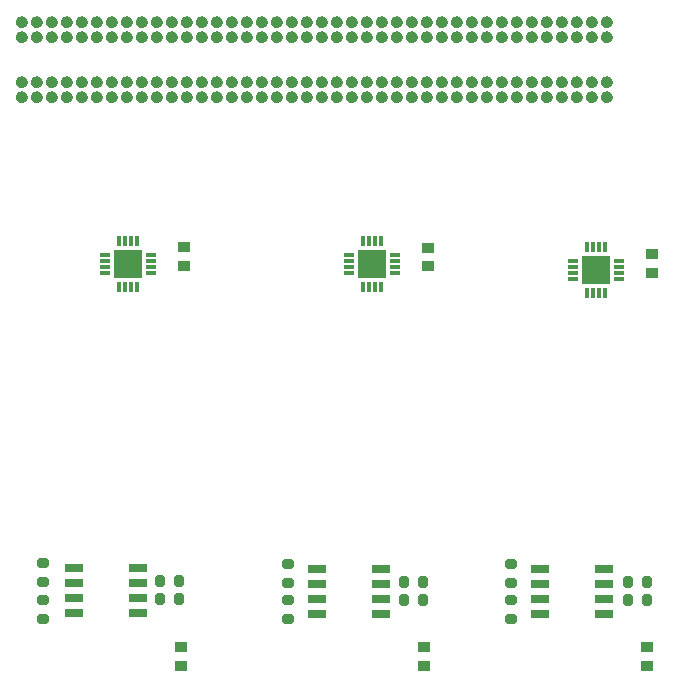
<source format=gbr>
G04 #@! TF.GenerationSoftware,KiCad,Pcbnew,(6.0.4-0)*
G04 #@! TF.CreationDate,2022-07-08T14:42:32+02:00*
G04 #@! TF.ProjectId,adapter_hybrid_assistor_hpc_3HDMI,61646170-7465-4725-9f68-79627269645f,rev?*
G04 #@! TF.SameCoordinates,Original*
G04 #@! TF.FileFunction,Paste,Bot*
G04 #@! TF.FilePolarity,Positive*
%FSLAX46Y46*%
G04 Gerber Fmt 4.6, Leading zero omitted, Abs format (unit mm)*
G04 Created by KiCad (PCBNEW (6.0.4-0)) date 2022-07-08 14:42:32*
%MOMM*%
%LPD*%
G01*
G04 APERTURE LIST*
G04 Aperture macros list*
%AMRoundRect*
0 Rectangle with rounded corners*
0 $1 Rounding radius*
0 $2 $3 $4 $5 $6 $7 $8 $9 X,Y pos of 4 corners*
0 Add a 4 corners polygon primitive as box body*
4,1,4,$2,$3,$4,$5,$6,$7,$8,$9,$2,$3,0*
0 Add four circle primitives for the rounded corners*
1,1,$1+$1,$2,$3*
1,1,$1+$1,$4,$5*
1,1,$1+$1,$6,$7*
1,1,$1+$1,$8,$9*
0 Add four rect primitives between the rounded corners*
20,1,$1+$1,$2,$3,$4,$5,0*
20,1,$1+$1,$4,$5,$6,$7,0*
20,1,$1+$1,$6,$7,$8,$9,0*
20,1,$1+$1,$8,$9,$2,$3,0*%
G04 Aperture macros list end*
%ADD10C,0.001000*%
%ADD11R,1.000000X0.950000*%
%ADD12R,0.300000X0.850000*%
%ADD13R,0.850000X0.300000*%
%ADD14R,2.400000X2.400000*%
%ADD15RoundRect,0.200000X-0.200000X-0.275000X0.200000X-0.275000X0.200000X0.275000X-0.200000X0.275000X0*%
%ADD16RoundRect,0.200000X0.275000X-0.200000X0.275000X0.200000X-0.275000X0.200000X-0.275000X-0.200000X0*%
%ADD17R,1.528000X0.650000*%
%ADD18RoundRect,0.200000X0.200000X0.275000X-0.200000X0.275000X-0.200000X-0.275000X0.200000X-0.275000X0*%
G04 APERTURE END LIST*
G36*
X156743000Y-104836000D02*
G01*
X156767000Y-104837000D01*
X156790000Y-104840000D01*
X156813000Y-104845000D01*
X156835000Y-104850000D01*
X156858000Y-104857000D01*
X156879000Y-104865000D01*
X156901000Y-104873000D01*
X156943000Y-104895000D01*
X156962000Y-104907000D01*
X156982000Y-104920000D01*
X157000000Y-104934000D01*
X157018000Y-104949000D01*
X157035000Y-104965000D01*
X157051000Y-104982000D01*
X157066000Y-105000000D01*
X157080000Y-105018000D01*
X157093000Y-105038000D01*
X157105000Y-105058000D01*
X157116000Y-105078000D01*
X157127000Y-105099000D01*
X157135000Y-105121000D01*
X157143000Y-105142000D01*
X157150000Y-105165000D01*
X157155000Y-105187000D01*
X157160000Y-105210000D01*
X157163000Y-105233000D01*
X157164000Y-105257000D01*
X157165000Y-105280000D01*
X157164000Y-105303000D01*
X157163000Y-105327000D01*
X157160000Y-105350000D01*
X157155000Y-105373000D01*
X157150000Y-105395000D01*
X157143000Y-105418000D01*
X157135000Y-105439000D01*
X157127000Y-105461000D01*
X157105000Y-105503000D01*
X157093000Y-105522000D01*
X157080000Y-105542000D01*
X157066000Y-105560000D01*
X157051000Y-105578000D01*
X157035000Y-105595000D01*
X157018000Y-105611000D01*
X157000000Y-105626000D01*
X156982000Y-105640000D01*
X156962000Y-105653000D01*
X156943000Y-105665000D01*
X156901000Y-105687000D01*
X156879000Y-105695000D01*
X156858000Y-105703000D01*
X156835000Y-105710000D01*
X156813000Y-105715000D01*
X156790000Y-105720000D01*
X156767000Y-105723000D01*
X156743000Y-105724000D01*
X156720000Y-105725000D01*
X156697000Y-105724000D01*
X156673000Y-105723000D01*
X156650000Y-105720000D01*
X156627000Y-105715000D01*
X156605000Y-105710000D01*
X156582000Y-105703000D01*
X156561000Y-105695000D01*
X156539000Y-105687000D01*
X156518000Y-105676000D01*
X156498000Y-105665000D01*
X156478000Y-105653000D01*
X156458000Y-105640000D01*
X156440000Y-105626000D01*
X156422000Y-105611000D01*
X156405000Y-105595000D01*
X156389000Y-105578000D01*
X156374000Y-105560000D01*
X156360000Y-105542000D01*
X156347000Y-105522000D01*
X156335000Y-105503000D01*
X156313000Y-105461000D01*
X156305000Y-105439000D01*
X156297000Y-105418000D01*
X156290000Y-105395000D01*
X156285000Y-105373000D01*
X156280000Y-105350000D01*
X156277000Y-105327000D01*
X156276000Y-105303000D01*
X156275000Y-105280000D01*
X156276000Y-105257000D01*
X156277000Y-105233000D01*
X156280000Y-105210000D01*
X156285000Y-105187000D01*
X156290000Y-105165000D01*
X156297000Y-105142000D01*
X156305000Y-105121000D01*
X156313000Y-105099000D01*
X156324000Y-105078000D01*
X156335000Y-105058000D01*
X156347000Y-105038000D01*
X156360000Y-105018000D01*
X156374000Y-105000000D01*
X156389000Y-104982000D01*
X156405000Y-104965000D01*
X156422000Y-104949000D01*
X156440000Y-104934000D01*
X156458000Y-104920000D01*
X156478000Y-104907000D01*
X156498000Y-104895000D01*
X156518000Y-104884000D01*
X156539000Y-104873000D01*
X156561000Y-104865000D01*
X156582000Y-104857000D01*
X156605000Y-104850000D01*
X156627000Y-104845000D01*
X156650000Y-104840000D01*
X156673000Y-104837000D01*
X156697000Y-104836000D01*
X156720000Y-104835000D01*
X156743000Y-104836000D01*
G37*
D10*
X156743000Y-104836000D02*
X156767000Y-104837000D01*
X156790000Y-104840000D01*
X156813000Y-104845000D01*
X156835000Y-104850000D01*
X156858000Y-104857000D01*
X156879000Y-104865000D01*
X156901000Y-104873000D01*
X156943000Y-104895000D01*
X156962000Y-104907000D01*
X156982000Y-104920000D01*
X157000000Y-104934000D01*
X157018000Y-104949000D01*
X157035000Y-104965000D01*
X157051000Y-104982000D01*
X157066000Y-105000000D01*
X157080000Y-105018000D01*
X157093000Y-105038000D01*
X157105000Y-105058000D01*
X157116000Y-105078000D01*
X157127000Y-105099000D01*
X157135000Y-105121000D01*
X157143000Y-105142000D01*
X157150000Y-105165000D01*
X157155000Y-105187000D01*
X157160000Y-105210000D01*
X157163000Y-105233000D01*
X157164000Y-105257000D01*
X157165000Y-105280000D01*
X157164000Y-105303000D01*
X157163000Y-105327000D01*
X157160000Y-105350000D01*
X157155000Y-105373000D01*
X157150000Y-105395000D01*
X157143000Y-105418000D01*
X157135000Y-105439000D01*
X157127000Y-105461000D01*
X157105000Y-105503000D01*
X157093000Y-105522000D01*
X157080000Y-105542000D01*
X157066000Y-105560000D01*
X157051000Y-105578000D01*
X157035000Y-105595000D01*
X157018000Y-105611000D01*
X157000000Y-105626000D01*
X156982000Y-105640000D01*
X156962000Y-105653000D01*
X156943000Y-105665000D01*
X156901000Y-105687000D01*
X156879000Y-105695000D01*
X156858000Y-105703000D01*
X156835000Y-105710000D01*
X156813000Y-105715000D01*
X156790000Y-105720000D01*
X156767000Y-105723000D01*
X156743000Y-105724000D01*
X156720000Y-105725000D01*
X156697000Y-105724000D01*
X156673000Y-105723000D01*
X156650000Y-105720000D01*
X156627000Y-105715000D01*
X156605000Y-105710000D01*
X156582000Y-105703000D01*
X156561000Y-105695000D01*
X156539000Y-105687000D01*
X156518000Y-105676000D01*
X156498000Y-105665000D01*
X156478000Y-105653000D01*
X156458000Y-105640000D01*
X156440000Y-105626000D01*
X156422000Y-105611000D01*
X156405000Y-105595000D01*
X156389000Y-105578000D01*
X156374000Y-105560000D01*
X156360000Y-105542000D01*
X156347000Y-105522000D01*
X156335000Y-105503000D01*
X156313000Y-105461000D01*
X156305000Y-105439000D01*
X156297000Y-105418000D01*
X156290000Y-105395000D01*
X156285000Y-105373000D01*
X156280000Y-105350000D01*
X156277000Y-105327000D01*
X156276000Y-105303000D01*
X156275000Y-105280000D01*
X156276000Y-105257000D01*
X156277000Y-105233000D01*
X156280000Y-105210000D01*
X156285000Y-105187000D01*
X156290000Y-105165000D01*
X156297000Y-105142000D01*
X156305000Y-105121000D01*
X156313000Y-105099000D01*
X156324000Y-105078000D01*
X156335000Y-105058000D01*
X156347000Y-105038000D01*
X156360000Y-105018000D01*
X156374000Y-105000000D01*
X156389000Y-104982000D01*
X156405000Y-104965000D01*
X156422000Y-104949000D01*
X156440000Y-104934000D01*
X156458000Y-104920000D01*
X156478000Y-104907000D01*
X156498000Y-104895000D01*
X156518000Y-104884000D01*
X156539000Y-104873000D01*
X156561000Y-104865000D01*
X156582000Y-104857000D01*
X156605000Y-104850000D01*
X156627000Y-104845000D01*
X156650000Y-104840000D01*
X156673000Y-104837000D01*
X156697000Y-104836000D01*
X156720000Y-104835000D01*
X156743000Y-104836000D01*
G36*
X123723000Y-109916000D02*
G01*
X123747000Y-109917000D01*
X123770000Y-109920000D01*
X123793000Y-109925000D01*
X123815000Y-109930000D01*
X123838000Y-109937000D01*
X123859000Y-109945000D01*
X123881000Y-109953000D01*
X123923000Y-109975000D01*
X123942000Y-109987000D01*
X123962000Y-110000000D01*
X123980000Y-110014000D01*
X123998000Y-110029000D01*
X124015000Y-110045000D01*
X124031000Y-110062000D01*
X124046000Y-110080000D01*
X124060000Y-110098000D01*
X124073000Y-110118000D01*
X124085000Y-110138000D01*
X124096000Y-110158000D01*
X124107000Y-110179000D01*
X124115000Y-110201000D01*
X124123000Y-110222000D01*
X124130000Y-110245000D01*
X124135000Y-110267000D01*
X124140000Y-110290000D01*
X124143000Y-110313000D01*
X124144000Y-110337000D01*
X124145000Y-110360000D01*
X124144000Y-110383000D01*
X124143000Y-110407000D01*
X124140000Y-110430000D01*
X124135000Y-110453000D01*
X124130000Y-110475000D01*
X124123000Y-110498000D01*
X124115000Y-110519000D01*
X124107000Y-110541000D01*
X124096000Y-110562000D01*
X124085000Y-110582000D01*
X124073000Y-110602000D01*
X124060000Y-110622000D01*
X124046000Y-110640000D01*
X124031000Y-110658000D01*
X124015000Y-110675000D01*
X123998000Y-110691000D01*
X123980000Y-110706000D01*
X123962000Y-110720000D01*
X123942000Y-110733000D01*
X123923000Y-110745000D01*
X123881000Y-110767000D01*
X123859000Y-110775000D01*
X123838000Y-110783000D01*
X123815000Y-110790000D01*
X123793000Y-110795000D01*
X123770000Y-110800000D01*
X123747000Y-110803000D01*
X123723000Y-110804000D01*
X123700000Y-110805000D01*
X123677000Y-110804000D01*
X123653000Y-110803000D01*
X123630000Y-110800000D01*
X123607000Y-110795000D01*
X123585000Y-110790000D01*
X123562000Y-110783000D01*
X123541000Y-110775000D01*
X123519000Y-110767000D01*
X123477000Y-110745000D01*
X123458000Y-110733000D01*
X123438000Y-110720000D01*
X123420000Y-110706000D01*
X123402000Y-110691000D01*
X123385000Y-110675000D01*
X123369000Y-110658000D01*
X123354000Y-110640000D01*
X123340000Y-110622000D01*
X123327000Y-110602000D01*
X123315000Y-110582000D01*
X123304000Y-110562000D01*
X123293000Y-110541000D01*
X123285000Y-110519000D01*
X123277000Y-110498000D01*
X123270000Y-110475000D01*
X123265000Y-110453000D01*
X123260000Y-110430000D01*
X123257000Y-110407000D01*
X123256000Y-110383000D01*
X123255000Y-110360000D01*
X123256000Y-110337000D01*
X123257000Y-110313000D01*
X123260000Y-110290000D01*
X123265000Y-110267000D01*
X123270000Y-110245000D01*
X123277000Y-110222000D01*
X123285000Y-110201000D01*
X123293000Y-110179000D01*
X123304000Y-110158000D01*
X123315000Y-110138000D01*
X123327000Y-110118000D01*
X123340000Y-110098000D01*
X123354000Y-110080000D01*
X123369000Y-110062000D01*
X123385000Y-110045000D01*
X123402000Y-110029000D01*
X123420000Y-110014000D01*
X123438000Y-110000000D01*
X123458000Y-109987000D01*
X123477000Y-109975000D01*
X123519000Y-109953000D01*
X123541000Y-109945000D01*
X123562000Y-109937000D01*
X123585000Y-109930000D01*
X123607000Y-109925000D01*
X123630000Y-109920000D01*
X123653000Y-109917000D01*
X123677000Y-109916000D01*
X123700000Y-109915000D01*
X123723000Y-109916000D01*
G37*
X123723000Y-109916000D02*
X123747000Y-109917000D01*
X123770000Y-109920000D01*
X123793000Y-109925000D01*
X123815000Y-109930000D01*
X123838000Y-109937000D01*
X123859000Y-109945000D01*
X123881000Y-109953000D01*
X123923000Y-109975000D01*
X123942000Y-109987000D01*
X123962000Y-110000000D01*
X123980000Y-110014000D01*
X123998000Y-110029000D01*
X124015000Y-110045000D01*
X124031000Y-110062000D01*
X124046000Y-110080000D01*
X124060000Y-110098000D01*
X124073000Y-110118000D01*
X124085000Y-110138000D01*
X124096000Y-110158000D01*
X124107000Y-110179000D01*
X124115000Y-110201000D01*
X124123000Y-110222000D01*
X124130000Y-110245000D01*
X124135000Y-110267000D01*
X124140000Y-110290000D01*
X124143000Y-110313000D01*
X124144000Y-110337000D01*
X124145000Y-110360000D01*
X124144000Y-110383000D01*
X124143000Y-110407000D01*
X124140000Y-110430000D01*
X124135000Y-110453000D01*
X124130000Y-110475000D01*
X124123000Y-110498000D01*
X124115000Y-110519000D01*
X124107000Y-110541000D01*
X124096000Y-110562000D01*
X124085000Y-110582000D01*
X124073000Y-110602000D01*
X124060000Y-110622000D01*
X124046000Y-110640000D01*
X124031000Y-110658000D01*
X124015000Y-110675000D01*
X123998000Y-110691000D01*
X123980000Y-110706000D01*
X123962000Y-110720000D01*
X123942000Y-110733000D01*
X123923000Y-110745000D01*
X123881000Y-110767000D01*
X123859000Y-110775000D01*
X123838000Y-110783000D01*
X123815000Y-110790000D01*
X123793000Y-110795000D01*
X123770000Y-110800000D01*
X123747000Y-110803000D01*
X123723000Y-110804000D01*
X123700000Y-110805000D01*
X123677000Y-110804000D01*
X123653000Y-110803000D01*
X123630000Y-110800000D01*
X123607000Y-110795000D01*
X123585000Y-110790000D01*
X123562000Y-110783000D01*
X123541000Y-110775000D01*
X123519000Y-110767000D01*
X123477000Y-110745000D01*
X123458000Y-110733000D01*
X123438000Y-110720000D01*
X123420000Y-110706000D01*
X123402000Y-110691000D01*
X123385000Y-110675000D01*
X123369000Y-110658000D01*
X123354000Y-110640000D01*
X123340000Y-110622000D01*
X123327000Y-110602000D01*
X123315000Y-110582000D01*
X123304000Y-110562000D01*
X123293000Y-110541000D01*
X123285000Y-110519000D01*
X123277000Y-110498000D01*
X123270000Y-110475000D01*
X123265000Y-110453000D01*
X123260000Y-110430000D01*
X123257000Y-110407000D01*
X123256000Y-110383000D01*
X123255000Y-110360000D01*
X123256000Y-110337000D01*
X123257000Y-110313000D01*
X123260000Y-110290000D01*
X123265000Y-110267000D01*
X123270000Y-110245000D01*
X123277000Y-110222000D01*
X123285000Y-110201000D01*
X123293000Y-110179000D01*
X123304000Y-110158000D01*
X123315000Y-110138000D01*
X123327000Y-110118000D01*
X123340000Y-110098000D01*
X123354000Y-110080000D01*
X123369000Y-110062000D01*
X123385000Y-110045000D01*
X123402000Y-110029000D01*
X123420000Y-110014000D01*
X123438000Y-110000000D01*
X123458000Y-109987000D01*
X123477000Y-109975000D01*
X123519000Y-109953000D01*
X123541000Y-109945000D01*
X123562000Y-109937000D01*
X123585000Y-109930000D01*
X123607000Y-109925000D01*
X123630000Y-109920000D01*
X123653000Y-109917000D01*
X123677000Y-109916000D01*
X123700000Y-109915000D01*
X123723000Y-109916000D01*
G36*
X126263000Y-104836000D02*
G01*
X126287000Y-104837000D01*
X126310000Y-104840000D01*
X126333000Y-104845000D01*
X126355000Y-104850000D01*
X126378000Y-104857000D01*
X126399000Y-104865000D01*
X126421000Y-104873000D01*
X126442000Y-104884000D01*
X126462000Y-104895000D01*
X126482000Y-104907000D01*
X126502000Y-104920000D01*
X126520000Y-104934000D01*
X126538000Y-104949000D01*
X126555000Y-104965000D01*
X126571000Y-104982000D01*
X126586000Y-105000000D01*
X126600000Y-105018000D01*
X126613000Y-105038000D01*
X126625000Y-105058000D01*
X126636000Y-105078000D01*
X126647000Y-105099000D01*
X126655000Y-105121000D01*
X126663000Y-105142000D01*
X126670000Y-105165000D01*
X126675000Y-105187000D01*
X126680000Y-105210000D01*
X126683000Y-105233000D01*
X126684000Y-105257000D01*
X126685000Y-105280000D01*
X126684000Y-105303000D01*
X126683000Y-105327000D01*
X126680000Y-105350000D01*
X126675000Y-105373000D01*
X126670000Y-105395000D01*
X126663000Y-105418000D01*
X126655000Y-105439000D01*
X126647000Y-105461000D01*
X126636000Y-105482000D01*
X126625000Y-105502000D01*
X126613000Y-105522000D01*
X126600000Y-105542000D01*
X126586000Y-105560000D01*
X126571000Y-105578000D01*
X126555000Y-105595000D01*
X126538000Y-105611000D01*
X126520000Y-105626000D01*
X126502000Y-105640000D01*
X126482000Y-105653000D01*
X126462000Y-105665000D01*
X126442000Y-105676000D01*
X126421000Y-105687000D01*
X126399000Y-105695000D01*
X126378000Y-105703000D01*
X126355000Y-105710000D01*
X126333000Y-105715000D01*
X126310000Y-105720000D01*
X126287000Y-105723000D01*
X126263000Y-105724000D01*
X126240000Y-105725000D01*
X126217000Y-105724000D01*
X126193000Y-105723000D01*
X126170000Y-105720000D01*
X126147000Y-105715000D01*
X126125000Y-105710000D01*
X126102000Y-105703000D01*
X126081000Y-105695000D01*
X126059000Y-105687000D01*
X126038000Y-105676000D01*
X126018000Y-105665000D01*
X125998000Y-105653000D01*
X125978000Y-105640000D01*
X125960000Y-105626000D01*
X125942000Y-105611000D01*
X125925000Y-105595000D01*
X125909000Y-105578000D01*
X125894000Y-105560000D01*
X125880000Y-105542000D01*
X125867000Y-105522000D01*
X125855000Y-105503000D01*
X125833000Y-105461000D01*
X125825000Y-105439000D01*
X125817000Y-105418000D01*
X125810000Y-105395000D01*
X125805000Y-105373000D01*
X125800000Y-105350000D01*
X125797000Y-105327000D01*
X125796000Y-105303000D01*
X125795000Y-105280000D01*
X125796000Y-105257000D01*
X125797000Y-105233000D01*
X125800000Y-105210000D01*
X125805000Y-105187000D01*
X125810000Y-105165000D01*
X125817000Y-105142000D01*
X125825000Y-105121000D01*
X125833000Y-105099000D01*
X125855000Y-105057000D01*
X125867000Y-105038000D01*
X125880000Y-105018000D01*
X125894000Y-105000000D01*
X125909000Y-104982000D01*
X125925000Y-104965000D01*
X125942000Y-104949000D01*
X125960000Y-104934000D01*
X125978000Y-104920000D01*
X125998000Y-104907000D01*
X126018000Y-104895000D01*
X126038000Y-104884000D01*
X126059000Y-104873000D01*
X126081000Y-104865000D01*
X126102000Y-104857000D01*
X126125000Y-104850000D01*
X126147000Y-104845000D01*
X126170000Y-104840000D01*
X126193000Y-104837000D01*
X126217000Y-104836000D01*
X126240000Y-104835000D01*
X126263000Y-104836000D01*
G37*
X126263000Y-104836000D02*
X126287000Y-104837000D01*
X126310000Y-104840000D01*
X126333000Y-104845000D01*
X126355000Y-104850000D01*
X126378000Y-104857000D01*
X126399000Y-104865000D01*
X126421000Y-104873000D01*
X126442000Y-104884000D01*
X126462000Y-104895000D01*
X126482000Y-104907000D01*
X126502000Y-104920000D01*
X126520000Y-104934000D01*
X126538000Y-104949000D01*
X126555000Y-104965000D01*
X126571000Y-104982000D01*
X126586000Y-105000000D01*
X126600000Y-105018000D01*
X126613000Y-105038000D01*
X126625000Y-105058000D01*
X126636000Y-105078000D01*
X126647000Y-105099000D01*
X126655000Y-105121000D01*
X126663000Y-105142000D01*
X126670000Y-105165000D01*
X126675000Y-105187000D01*
X126680000Y-105210000D01*
X126683000Y-105233000D01*
X126684000Y-105257000D01*
X126685000Y-105280000D01*
X126684000Y-105303000D01*
X126683000Y-105327000D01*
X126680000Y-105350000D01*
X126675000Y-105373000D01*
X126670000Y-105395000D01*
X126663000Y-105418000D01*
X126655000Y-105439000D01*
X126647000Y-105461000D01*
X126636000Y-105482000D01*
X126625000Y-105502000D01*
X126613000Y-105522000D01*
X126600000Y-105542000D01*
X126586000Y-105560000D01*
X126571000Y-105578000D01*
X126555000Y-105595000D01*
X126538000Y-105611000D01*
X126520000Y-105626000D01*
X126502000Y-105640000D01*
X126482000Y-105653000D01*
X126462000Y-105665000D01*
X126442000Y-105676000D01*
X126421000Y-105687000D01*
X126399000Y-105695000D01*
X126378000Y-105703000D01*
X126355000Y-105710000D01*
X126333000Y-105715000D01*
X126310000Y-105720000D01*
X126287000Y-105723000D01*
X126263000Y-105724000D01*
X126240000Y-105725000D01*
X126217000Y-105724000D01*
X126193000Y-105723000D01*
X126170000Y-105720000D01*
X126147000Y-105715000D01*
X126125000Y-105710000D01*
X126102000Y-105703000D01*
X126081000Y-105695000D01*
X126059000Y-105687000D01*
X126038000Y-105676000D01*
X126018000Y-105665000D01*
X125998000Y-105653000D01*
X125978000Y-105640000D01*
X125960000Y-105626000D01*
X125942000Y-105611000D01*
X125925000Y-105595000D01*
X125909000Y-105578000D01*
X125894000Y-105560000D01*
X125880000Y-105542000D01*
X125867000Y-105522000D01*
X125855000Y-105503000D01*
X125833000Y-105461000D01*
X125825000Y-105439000D01*
X125817000Y-105418000D01*
X125810000Y-105395000D01*
X125805000Y-105373000D01*
X125800000Y-105350000D01*
X125797000Y-105327000D01*
X125796000Y-105303000D01*
X125795000Y-105280000D01*
X125796000Y-105257000D01*
X125797000Y-105233000D01*
X125800000Y-105210000D01*
X125805000Y-105187000D01*
X125810000Y-105165000D01*
X125817000Y-105142000D01*
X125825000Y-105121000D01*
X125833000Y-105099000D01*
X125855000Y-105057000D01*
X125867000Y-105038000D01*
X125880000Y-105018000D01*
X125894000Y-105000000D01*
X125909000Y-104982000D01*
X125925000Y-104965000D01*
X125942000Y-104949000D01*
X125960000Y-104934000D01*
X125978000Y-104920000D01*
X125998000Y-104907000D01*
X126018000Y-104895000D01*
X126038000Y-104884000D01*
X126059000Y-104873000D01*
X126081000Y-104865000D01*
X126102000Y-104857000D01*
X126125000Y-104850000D01*
X126147000Y-104845000D01*
X126170000Y-104840000D01*
X126193000Y-104837000D01*
X126217000Y-104836000D01*
X126240000Y-104835000D01*
X126263000Y-104836000D01*
G36*
X111023000Y-104836000D02*
G01*
X111047000Y-104837000D01*
X111070000Y-104840000D01*
X111093000Y-104845000D01*
X111115000Y-104850000D01*
X111138000Y-104857000D01*
X111159000Y-104865000D01*
X111181000Y-104873000D01*
X111202000Y-104884000D01*
X111222000Y-104895000D01*
X111242000Y-104907000D01*
X111262000Y-104920000D01*
X111280000Y-104934000D01*
X111298000Y-104949000D01*
X111315000Y-104965000D01*
X111331000Y-104982000D01*
X111346000Y-105000000D01*
X111360000Y-105018000D01*
X111373000Y-105038000D01*
X111385000Y-105058000D01*
X111396000Y-105078000D01*
X111407000Y-105099000D01*
X111415000Y-105121000D01*
X111423000Y-105142000D01*
X111430000Y-105165000D01*
X111435000Y-105187000D01*
X111440000Y-105210000D01*
X111443000Y-105233000D01*
X111444000Y-105257000D01*
X111445000Y-105280000D01*
X111444000Y-105303000D01*
X111443000Y-105327000D01*
X111440000Y-105350000D01*
X111435000Y-105373000D01*
X111430000Y-105395000D01*
X111423000Y-105418000D01*
X111415000Y-105439000D01*
X111407000Y-105461000D01*
X111385000Y-105503000D01*
X111373000Y-105522000D01*
X111360000Y-105542000D01*
X111346000Y-105560000D01*
X111331000Y-105578000D01*
X111315000Y-105595000D01*
X111298000Y-105611000D01*
X111280000Y-105626000D01*
X111262000Y-105640000D01*
X111242000Y-105653000D01*
X111222000Y-105665000D01*
X111202000Y-105676000D01*
X111181000Y-105687000D01*
X111159000Y-105695000D01*
X111138000Y-105703000D01*
X111115000Y-105710000D01*
X111093000Y-105715000D01*
X111070000Y-105720000D01*
X111047000Y-105723000D01*
X111023000Y-105724000D01*
X111000000Y-105725000D01*
X110977000Y-105724000D01*
X110953000Y-105723000D01*
X110930000Y-105720000D01*
X110907000Y-105715000D01*
X110885000Y-105710000D01*
X110862000Y-105703000D01*
X110841000Y-105695000D01*
X110819000Y-105687000D01*
X110777000Y-105665000D01*
X110758000Y-105653000D01*
X110738000Y-105640000D01*
X110720000Y-105626000D01*
X110702000Y-105611000D01*
X110685000Y-105595000D01*
X110669000Y-105578000D01*
X110654000Y-105560000D01*
X110640000Y-105542000D01*
X110627000Y-105522000D01*
X110615000Y-105503000D01*
X110593000Y-105461000D01*
X110585000Y-105439000D01*
X110577000Y-105418000D01*
X110570000Y-105395000D01*
X110565000Y-105373000D01*
X110560000Y-105350000D01*
X110557000Y-105327000D01*
X110556000Y-105303000D01*
X110555000Y-105280000D01*
X110556000Y-105257000D01*
X110557000Y-105233000D01*
X110560000Y-105210000D01*
X110565000Y-105187000D01*
X110570000Y-105165000D01*
X110577000Y-105142000D01*
X110585000Y-105121000D01*
X110593000Y-105099000D01*
X110604000Y-105078000D01*
X110615000Y-105058000D01*
X110627000Y-105038000D01*
X110640000Y-105018000D01*
X110654000Y-105000000D01*
X110669000Y-104982000D01*
X110685000Y-104965000D01*
X110702000Y-104949000D01*
X110720000Y-104934000D01*
X110738000Y-104920000D01*
X110758000Y-104907000D01*
X110777000Y-104895000D01*
X110819000Y-104873000D01*
X110841000Y-104865000D01*
X110862000Y-104857000D01*
X110885000Y-104850000D01*
X110907000Y-104845000D01*
X110930000Y-104840000D01*
X110953000Y-104837000D01*
X110977000Y-104836000D01*
X111000000Y-104835000D01*
X111023000Y-104836000D01*
G37*
X111023000Y-104836000D02*
X111047000Y-104837000D01*
X111070000Y-104840000D01*
X111093000Y-104845000D01*
X111115000Y-104850000D01*
X111138000Y-104857000D01*
X111159000Y-104865000D01*
X111181000Y-104873000D01*
X111202000Y-104884000D01*
X111222000Y-104895000D01*
X111242000Y-104907000D01*
X111262000Y-104920000D01*
X111280000Y-104934000D01*
X111298000Y-104949000D01*
X111315000Y-104965000D01*
X111331000Y-104982000D01*
X111346000Y-105000000D01*
X111360000Y-105018000D01*
X111373000Y-105038000D01*
X111385000Y-105058000D01*
X111396000Y-105078000D01*
X111407000Y-105099000D01*
X111415000Y-105121000D01*
X111423000Y-105142000D01*
X111430000Y-105165000D01*
X111435000Y-105187000D01*
X111440000Y-105210000D01*
X111443000Y-105233000D01*
X111444000Y-105257000D01*
X111445000Y-105280000D01*
X111444000Y-105303000D01*
X111443000Y-105327000D01*
X111440000Y-105350000D01*
X111435000Y-105373000D01*
X111430000Y-105395000D01*
X111423000Y-105418000D01*
X111415000Y-105439000D01*
X111407000Y-105461000D01*
X111385000Y-105503000D01*
X111373000Y-105522000D01*
X111360000Y-105542000D01*
X111346000Y-105560000D01*
X111331000Y-105578000D01*
X111315000Y-105595000D01*
X111298000Y-105611000D01*
X111280000Y-105626000D01*
X111262000Y-105640000D01*
X111242000Y-105653000D01*
X111222000Y-105665000D01*
X111202000Y-105676000D01*
X111181000Y-105687000D01*
X111159000Y-105695000D01*
X111138000Y-105703000D01*
X111115000Y-105710000D01*
X111093000Y-105715000D01*
X111070000Y-105720000D01*
X111047000Y-105723000D01*
X111023000Y-105724000D01*
X111000000Y-105725000D01*
X110977000Y-105724000D01*
X110953000Y-105723000D01*
X110930000Y-105720000D01*
X110907000Y-105715000D01*
X110885000Y-105710000D01*
X110862000Y-105703000D01*
X110841000Y-105695000D01*
X110819000Y-105687000D01*
X110777000Y-105665000D01*
X110758000Y-105653000D01*
X110738000Y-105640000D01*
X110720000Y-105626000D01*
X110702000Y-105611000D01*
X110685000Y-105595000D01*
X110669000Y-105578000D01*
X110654000Y-105560000D01*
X110640000Y-105542000D01*
X110627000Y-105522000D01*
X110615000Y-105503000D01*
X110593000Y-105461000D01*
X110585000Y-105439000D01*
X110577000Y-105418000D01*
X110570000Y-105395000D01*
X110565000Y-105373000D01*
X110560000Y-105350000D01*
X110557000Y-105327000D01*
X110556000Y-105303000D01*
X110555000Y-105280000D01*
X110556000Y-105257000D01*
X110557000Y-105233000D01*
X110560000Y-105210000D01*
X110565000Y-105187000D01*
X110570000Y-105165000D01*
X110577000Y-105142000D01*
X110585000Y-105121000D01*
X110593000Y-105099000D01*
X110604000Y-105078000D01*
X110615000Y-105058000D01*
X110627000Y-105038000D01*
X110640000Y-105018000D01*
X110654000Y-105000000D01*
X110669000Y-104982000D01*
X110685000Y-104965000D01*
X110702000Y-104949000D01*
X110720000Y-104934000D01*
X110738000Y-104920000D01*
X110758000Y-104907000D01*
X110777000Y-104895000D01*
X110819000Y-104873000D01*
X110841000Y-104865000D01*
X110862000Y-104857000D01*
X110885000Y-104850000D01*
X110907000Y-104845000D01*
X110930000Y-104840000D01*
X110953000Y-104837000D01*
X110977000Y-104836000D01*
X111000000Y-104835000D01*
X111023000Y-104836000D01*
G36*
X126263000Y-106106000D02*
G01*
X126287000Y-106107000D01*
X126310000Y-106110000D01*
X126333000Y-106115000D01*
X126355000Y-106120000D01*
X126378000Y-106127000D01*
X126399000Y-106135000D01*
X126421000Y-106143000D01*
X126442000Y-106154000D01*
X126462000Y-106165000D01*
X126482000Y-106177000D01*
X126502000Y-106190000D01*
X126520000Y-106204000D01*
X126538000Y-106219000D01*
X126555000Y-106235000D01*
X126571000Y-106252000D01*
X126586000Y-106270000D01*
X126600000Y-106288000D01*
X126613000Y-106308000D01*
X126625000Y-106328000D01*
X126636000Y-106348000D01*
X126647000Y-106369000D01*
X126655000Y-106391000D01*
X126663000Y-106412000D01*
X126670000Y-106435000D01*
X126675000Y-106457000D01*
X126680000Y-106480000D01*
X126683000Y-106503000D01*
X126684000Y-106527000D01*
X126685000Y-106550000D01*
X126684000Y-106573000D01*
X126683000Y-106597000D01*
X126680000Y-106620000D01*
X126675000Y-106643000D01*
X126670000Y-106665000D01*
X126663000Y-106688000D01*
X126655000Y-106709000D01*
X126647000Y-106731000D01*
X126636000Y-106752000D01*
X126625000Y-106772000D01*
X126613000Y-106792000D01*
X126600000Y-106812000D01*
X126586000Y-106830000D01*
X126571000Y-106848000D01*
X126555000Y-106865000D01*
X126538000Y-106881000D01*
X126520000Y-106896000D01*
X126502000Y-106910000D01*
X126482000Y-106923000D01*
X126462000Y-106935000D01*
X126442000Y-106946000D01*
X126421000Y-106957000D01*
X126399000Y-106965000D01*
X126378000Y-106973000D01*
X126355000Y-106980000D01*
X126333000Y-106985000D01*
X126310000Y-106990000D01*
X126287000Y-106993000D01*
X126263000Y-106994000D01*
X126240000Y-106995000D01*
X126217000Y-106994000D01*
X126193000Y-106993000D01*
X126170000Y-106990000D01*
X126147000Y-106985000D01*
X126125000Y-106980000D01*
X126102000Y-106973000D01*
X126081000Y-106965000D01*
X126059000Y-106957000D01*
X126038000Y-106946000D01*
X126018000Y-106935000D01*
X125998000Y-106923000D01*
X125978000Y-106910000D01*
X125960000Y-106896000D01*
X125942000Y-106881000D01*
X125925000Y-106865000D01*
X125909000Y-106848000D01*
X125894000Y-106830000D01*
X125880000Y-106812000D01*
X125867000Y-106792000D01*
X125855000Y-106773000D01*
X125833000Y-106731000D01*
X125825000Y-106709000D01*
X125817000Y-106688000D01*
X125810000Y-106665000D01*
X125805000Y-106643000D01*
X125800000Y-106620000D01*
X125797000Y-106597000D01*
X125796000Y-106573000D01*
X125795000Y-106550000D01*
X125796000Y-106527000D01*
X125797000Y-106503000D01*
X125800000Y-106480000D01*
X125805000Y-106457000D01*
X125810000Y-106435000D01*
X125817000Y-106412000D01*
X125825000Y-106391000D01*
X125833000Y-106369000D01*
X125855000Y-106327000D01*
X125867000Y-106308000D01*
X125880000Y-106288000D01*
X125894000Y-106270000D01*
X125909000Y-106252000D01*
X125925000Y-106235000D01*
X125942000Y-106219000D01*
X125960000Y-106204000D01*
X125978000Y-106190000D01*
X125998000Y-106177000D01*
X126018000Y-106165000D01*
X126038000Y-106154000D01*
X126059000Y-106143000D01*
X126081000Y-106135000D01*
X126102000Y-106127000D01*
X126125000Y-106120000D01*
X126147000Y-106115000D01*
X126170000Y-106110000D01*
X126193000Y-106107000D01*
X126217000Y-106106000D01*
X126240000Y-106105000D01*
X126263000Y-106106000D01*
G37*
X126263000Y-106106000D02*
X126287000Y-106107000D01*
X126310000Y-106110000D01*
X126333000Y-106115000D01*
X126355000Y-106120000D01*
X126378000Y-106127000D01*
X126399000Y-106135000D01*
X126421000Y-106143000D01*
X126442000Y-106154000D01*
X126462000Y-106165000D01*
X126482000Y-106177000D01*
X126502000Y-106190000D01*
X126520000Y-106204000D01*
X126538000Y-106219000D01*
X126555000Y-106235000D01*
X126571000Y-106252000D01*
X126586000Y-106270000D01*
X126600000Y-106288000D01*
X126613000Y-106308000D01*
X126625000Y-106328000D01*
X126636000Y-106348000D01*
X126647000Y-106369000D01*
X126655000Y-106391000D01*
X126663000Y-106412000D01*
X126670000Y-106435000D01*
X126675000Y-106457000D01*
X126680000Y-106480000D01*
X126683000Y-106503000D01*
X126684000Y-106527000D01*
X126685000Y-106550000D01*
X126684000Y-106573000D01*
X126683000Y-106597000D01*
X126680000Y-106620000D01*
X126675000Y-106643000D01*
X126670000Y-106665000D01*
X126663000Y-106688000D01*
X126655000Y-106709000D01*
X126647000Y-106731000D01*
X126636000Y-106752000D01*
X126625000Y-106772000D01*
X126613000Y-106792000D01*
X126600000Y-106812000D01*
X126586000Y-106830000D01*
X126571000Y-106848000D01*
X126555000Y-106865000D01*
X126538000Y-106881000D01*
X126520000Y-106896000D01*
X126502000Y-106910000D01*
X126482000Y-106923000D01*
X126462000Y-106935000D01*
X126442000Y-106946000D01*
X126421000Y-106957000D01*
X126399000Y-106965000D01*
X126378000Y-106973000D01*
X126355000Y-106980000D01*
X126333000Y-106985000D01*
X126310000Y-106990000D01*
X126287000Y-106993000D01*
X126263000Y-106994000D01*
X126240000Y-106995000D01*
X126217000Y-106994000D01*
X126193000Y-106993000D01*
X126170000Y-106990000D01*
X126147000Y-106985000D01*
X126125000Y-106980000D01*
X126102000Y-106973000D01*
X126081000Y-106965000D01*
X126059000Y-106957000D01*
X126038000Y-106946000D01*
X126018000Y-106935000D01*
X125998000Y-106923000D01*
X125978000Y-106910000D01*
X125960000Y-106896000D01*
X125942000Y-106881000D01*
X125925000Y-106865000D01*
X125909000Y-106848000D01*
X125894000Y-106830000D01*
X125880000Y-106812000D01*
X125867000Y-106792000D01*
X125855000Y-106773000D01*
X125833000Y-106731000D01*
X125825000Y-106709000D01*
X125817000Y-106688000D01*
X125810000Y-106665000D01*
X125805000Y-106643000D01*
X125800000Y-106620000D01*
X125797000Y-106597000D01*
X125796000Y-106573000D01*
X125795000Y-106550000D01*
X125796000Y-106527000D01*
X125797000Y-106503000D01*
X125800000Y-106480000D01*
X125805000Y-106457000D01*
X125810000Y-106435000D01*
X125817000Y-106412000D01*
X125825000Y-106391000D01*
X125833000Y-106369000D01*
X125855000Y-106327000D01*
X125867000Y-106308000D01*
X125880000Y-106288000D01*
X125894000Y-106270000D01*
X125909000Y-106252000D01*
X125925000Y-106235000D01*
X125942000Y-106219000D01*
X125960000Y-106204000D01*
X125978000Y-106190000D01*
X125998000Y-106177000D01*
X126018000Y-106165000D01*
X126038000Y-106154000D01*
X126059000Y-106143000D01*
X126081000Y-106135000D01*
X126102000Y-106127000D01*
X126125000Y-106120000D01*
X126147000Y-106115000D01*
X126170000Y-106110000D01*
X126193000Y-106107000D01*
X126217000Y-106106000D01*
X126240000Y-106105000D01*
X126263000Y-106106000D01*
G36*
X138963000Y-106106000D02*
G01*
X138987000Y-106107000D01*
X139010000Y-106110000D01*
X139033000Y-106115000D01*
X139055000Y-106120000D01*
X139078000Y-106127000D01*
X139099000Y-106135000D01*
X139121000Y-106143000D01*
X139163000Y-106165000D01*
X139182000Y-106177000D01*
X139202000Y-106190000D01*
X139220000Y-106204000D01*
X139238000Y-106219000D01*
X139255000Y-106235000D01*
X139271000Y-106252000D01*
X139286000Y-106270000D01*
X139300000Y-106288000D01*
X139313000Y-106308000D01*
X139325000Y-106328000D01*
X139336000Y-106348000D01*
X139347000Y-106369000D01*
X139355000Y-106391000D01*
X139363000Y-106412000D01*
X139370000Y-106435000D01*
X139375000Y-106457000D01*
X139380000Y-106480000D01*
X139383000Y-106503000D01*
X139384000Y-106527000D01*
X139385000Y-106550000D01*
X139384000Y-106573000D01*
X139383000Y-106597000D01*
X139380000Y-106620000D01*
X139375000Y-106643000D01*
X139370000Y-106665000D01*
X139363000Y-106688000D01*
X139355000Y-106709000D01*
X139347000Y-106731000D01*
X139325000Y-106773000D01*
X139313000Y-106792000D01*
X139300000Y-106812000D01*
X139286000Y-106830000D01*
X139271000Y-106848000D01*
X139255000Y-106865000D01*
X139238000Y-106881000D01*
X139220000Y-106896000D01*
X139202000Y-106910000D01*
X139182000Y-106923000D01*
X139163000Y-106935000D01*
X139121000Y-106957000D01*
X139099000Y-106965000D01*
X139078000Y-106973000D01*
X139055000Y-106980000D01*
X139033000Y-106985000D01*
X139010000Y-106990000D01*
X138987000Y-106993000D01*
X138963000Y-106994000D01*
X138940000Y-106995000D01*
X138917000Y-106994000D01*
X138893000Y-106993000D01*
X138870000Y-106990000D01*
X138847000Y-106985000D01*
X138825000Y-106980000D01*
X138802000Y-106973000D01*
X138781000Y-106965000D01*
X138759000Y-106957000D01*
X138738000Y-106946000D01*
X138718000Y-106935000D01*
X138698000Y-106923000D01*
X138678000Y-106910000D01*
X138660000Y-106896000D01*
X138642000Y-106881000D01*
X138625000Y-106865000D01*
X138609000Y-106848000D01*
X138594000Y-106830000D01*
X138580000Y-106812000D01*
X138567000Y-106792000D01*
X138555000Y-106772000D01*
X138544000Y-106752000D01*
X138533000Y-106731000D01*
X138525000Y-106709000D01*
X138517000Y-106688000D01*
X138510000Y-106665000D01*
X138505000Y-106643000D01*
X138500000Y-106620000D01*
X138497000Y-106597000D01*
X138496000Y-106573000D01*
X138495000Y-106550000D01*
X138496000Y-106527000D01*
X138497000Y-106503000D01*
X138500000Y-106480000D01*
X138505000Y-106457000D01*
X138510000Y-106435000D01*
X138517000Y-106412000D01*
X138525000Y-106391000D01*
X138533000Y-106369000D01*
X138544000Y-106348000D01*
X138555000Y-106328000D01*
X138567000Y-106308000D01*
X138580000Y-106288000D01*
X138594000Y-106270000D01*
X138609000Y-106252000D01*
X138625000Y-106235000D01*
X138642000Y-106219000D01*
X138660000Y-106204000D01*
X138678000Y-106190000D01*
X138698000Y-106177000D01*
X138718000Y-106165000D01*
X138738000Y-106154000D01*
X138759000Y-106143000D01*
X138781000Y-106135000D01*
X138802000Y-106127000D01*
X138825000Y-106120000D01*
X138847000Y-106115000D01*
X138870000Y-106110000D01*
X138893000Y-106107000D01*
X138917000Y-106106000D01*
X138940000Y-106105000D01*
X138963000Y-106106000D01*
G37*
X138963000Y-106106000D02*
X138987000Y-106107000D01*
X139010000Y-106110000D01*
X139033000Y-106115000D01*
X139055000Y-106120000D01*
X139078000Y-106127000D01*
X139099000Y-106135000D01*
X139121000Y-106143000D01*
X139163000Y-106165000D01*
X139182000Y-106177000D01*
X139202000Y-106190000D01*
X139220000Y-106204000D01*
X139238000Y-106219000D01*
X139255000Y-106235000D01*
X139271000Y-106252000D01*
X139286000Y-106270000D01*
X139300000Y-106288000D01*
X139313000Y-106308000D01*
X139325000Y-106328000D01*
X139336000Y-106348000D01*
X139347000Y-106369000D01*
X139355000Y-106391000D01*
X139363000Y-106412000D01*
X139370000Y-106435000D01*
X139375000Y-106457000D01*
X139380000Y-106480000D01*
X139383000Y-106503000D01*
X139384000Y-106527000D01*
X139385000Y-106550000D01*
X139384000Y-106573000D01*
X139383000Y-106597000D01*
X139380000Y-106620000D01*
X139375000Y-106643000D01*
X139370000Y-106665000D01*
X139363000Y-106688000D01*
X139355000Y-106709000D01*
X139347000Y-106731000D01*
X139325000Y-106773000D01*
X139313000Y-106792000D01*
X139300000Y-106812000D01*
X139286000Y-106830000D01*
X139271000Y-106848000D01*
X139255000Y-106865000D01*
X139238000Y-106881000D01*
X139220000Y-106896000D01*
X139202000Y-106910000D01*
X139182000Y-106923000D01*
X139163000Y-106935000D01*
X139121000Y-106957000D01*
X139099000Y-106965000D01*
X139078000Y-106973000D01*
X139055000Y-106980000D01*
X139033000Y-106985000D01*
X139010000Y-106990000D01*
X138987000Y-106993000D01*
X138963000Y-106994000D01*
X138940000Y-106995000D01*
X138917000Y-106994000D01*
X138893000Y-106993000D01*
X138870000Y-106990000D01*
X138847000Y-106985000D01*
X138825000Y-106980000D01*
X138802000Y-106973000D01*
X138781000Y-106965000D01*
X138759000Y-106957000D01*
X138738000Y-106946000D01*
X138718000Y-106935000D01*
X138698000Y-106923000D01*
X138678000Y-106910000D01*
X138660000Y-106896000D01*
X138642000Y-106881000D01*
X138625000Y-106865000D01*
X138609000Y-106848000D01*
X138594000Y-106830000D01*
X138580000Y-106812000D01*
X138567000Y-106792000D01*
X138555000Y-106772000D01*
X138544000Y-106752000D01*
X138533000Y-106731000D01*
X138525000Y-106709000D01*
X138517000Y-106688000D01*
X138510000Y-106665000D01*
X138505000Y-106643000D01*
X138500000Y-106620000D01*
X138497000Y-106597000D01*
X138496000Y-106573000D01*
X138495000Y-106550000D01*
X138496000Y-106527000D01*
X138497000Y-106503000D01*
X138500000Y-106480000D01*
X138505000Y-106457000D01*
X138510000Y-106435000D01*
X138517000Y-106412000D01*
X138525000Y-106391000D01*
X138533000Y-106369000D01*
X138544000Y-106348000D01*
X138555000Y-106328000D01*
X138567000Y-106308000D01*
X138580000Y-106288000D01*
X138594000Y-106270000D01*
X138609000Y-106252000D01*
X138625000Y-106235000D01*
X138642000Y-106219000D01*
X138660000Y-106204000D01*
X138678000Y-106190000D01*
X138698000Y-106177000D01*
X138718000Y-106165000D01*
X138738000Y-106154000D01*
X138759000Y-106143000D01*
X138781000Y-106135000D01*
X138802000Y-106127000D01*
X138825000Y-106120000D01*
X138847000Y-106115000D01*
X138870000Y-106110000D01*
X138893000Y-106107000D01*
X138917000Y-106106000D01*
X138940000Y-106105000D01*
X138963000Y-106106000D01*
G36*
X113563000Y-111186000D02*
G01*
X113587000Y-111187000D01*
X113610000Y-111190000D01*
X113633000Y-111195000D01*
X113655000Y-111200000D01*
X113678000Y-111207000D01*
X113699000Y-111215000D01*
X113721000Y-111223000D01*
X113742000Y-111234000D01*
X113762000Y-111245000D01*
X113782000Y-111257000D01*
X113802000Y-111270000D01*
X113820000Y-111284000D01*
X113838000Y-111299000D01*
X113855000Y-111315000D01*
X113871000Y-111332000D01*
X113886000Y-111350000D01*
X113900000Y-111368000D01*
X113913000Y-111388000D01*
X113925000Y-111407000D01*
X113947000Y-111449000D01*
X113955000Y-111471000D01*
X113963000Y-111492000D01*
X113970000Y-111515000D01*
X113975000Y-111537000D01*
X113980000Y-111560000D01*
X113983000Y-111583000D01*
X113984000Y-111607000D01*
X113985000Y-111630000D01*
X113984000Y-111653000D01*
X113983000Y-111677000D01*
X113980000Y-111700000D01*
X113975000Y-111723000D01*
X113970000Y-111745000D01*
X113963000Y-111768000D01*
X113955000Y-111789000D01*
X113947000Y-111811000D01*
X113925000Y-111853000D01*
X113913000Y-111872000D01*
X113900000Y-111892000D01*
X113886000Y-111910000D01*
X113871000Y-111928000D01*
X113855000Y-111945000D01*
X113838000Y-111961000D01*
X113820000Y-111976000D01*
X113802000Y-111990000D01*
X113782000Y-112003000D01*
X113762000Y-112015000D01*
X113742000Y-112026000D01*
X113721000Y-112037000D01*
X113699000Y-112045000D01*
X113678000Y-112053000D01*
X113655000Y-112060000D01*
X113633000Y-112065000D01*
X113610000Y-112070000D01*
X113587000Y-112073000D01*
X113563000Y-112074000D01*
X113540000Y-112075000D01*
X113517000Y-112074000D01*
X113493000Y-112073000D01*
X113470000Y-112070000D01*
X113447000Y-112065000D01*
X113425000Y-112060000D01*
X113402000Y-112053000D01*
X113381000Y-112045000D01*
X113359000Y-112037000D01*
X113338000Y-112026000D01*
X113318000Y-112015000D01*
X113298000Y-112003000D01*
X113278000Y-111990000D01*
X113260000Y-111976000D01*
X113242000Y-111961000D01*
X113225000Y-111945000D01*
X113209000Y-111928000D01*
X113194000Y-111910000D01*
X113180000Y-111892000D01*
X113167000Y-111872000D01*
X113155000Y-111852000D01*
X113144000Y-111832000D01*
X113133000Y-111811000D01*
X113125000Y-111789000D01*
X113117000Y-111768000D01*
X113110000Y-111745000D01*
X113105000Y-111723000D01*
X113100000Y-111700000D01*
X113097000Y-111677000D01*
X113096000Y-111653000D01*
X113095000Y-111630000D01*
X113096000Y-111607000D01*
X113097000Y-111583000D01*
X113100000Y-111560000D01*
X113105000Y-111537000D01*
X113110000Y-111515000D01*
X113117000Y-111492000D01*
X113125000Y-111471000D01*
X113133000Y-111449000D01*
X113155000Y-111407000D01*
X113167000Y-111388000D01*
X113180000Y-111368000D01*
X113194000Y-111350000D01*
X113209000Y-111332000D01*
X113225000Y-111315000D01*
X113242000Y-111299000D01*
X113260000Y-111284000D01*
X113278000Y-111270000D01*
X113298000Y-111257000D01*
X113318000Y-111245000D01*
X113338000Y-111234000D01*
X113359000Y-111223000D01*
X113381000Y-111215000D01*
X113402000Y-111207000D01*
X113425000Y-111200000D01*
X113447000Y-111195000D01*
X113470000Y-111190000D01*
X113493000Y-111187000D01*
X113517000Y-111186000D01*
X113540000Y-111185000D01*
X113563000Y-111186000D01*
G37*
X113563000Y-111186000D02*
X113587000Y-111187000D01*
X113610000Y-111190000D01*
X113633000Y-111195000D01*
X113655000Y-111200000D01*
X113678000Y-111207000D01*
X113699000Y-111215000D01*
X113721000Y-111223000D01*
X113742000Y-111234000D01*
X113762000Y-111245000D01*
X113782000Y-111257000D01*
X113802000Y-111270000D01*
X113820000Y-111284000D01*
X113838000Y-111299000D01*
X113855000Y-111315000D01*
X113871000Y-111332000D01*
X113886000Y-111350000D01*
X113900000Y-111368000D01*
X113913000Y-111388000D01*
X113925000Y-111407000D01*
X113947000Y-111449000D01*
X113955000Y-111471000D01*
X113963000Y-111492000D01*
X113970000Y-111515000D01*
X113975000Y-111537000D01*
X113980000Y-111560000D01*
X113983000Y-111583000D01*
X113984000Y-111607000D01*
X113985000Y-111630000D01*
X113984000Y-111653000D01*
X113983000Y-111677000D01*
X113980000Y-111700000D01*
X113975000Y-111723000D01*
X113970000Y-111745000D01*
X113963000Y-111768000D01*
X113955000Y-111789000D01*
X113947000Y-111811000D01*
X113925000Y-111853000D01*
X113913000Y-111872000D01*
X113900000Y-111892000D01*
X113886000Y-111910000D01*
X113871000Y-111928000D01*
X113855000Y-111945000D01*
X113838000Y-111961000D01*
X113820000Y-111976000D01*
X113802000Y-111990000D01*
X113782000Y-112003000D01*
X113762000Y-112015000D01*
X113742000Y-112026000D01*
X113721000Y-112037000D01*
X113699000Y-112045000D01*
X113678000Y-112053000D01*
X113655000Y-112060000D01*
X113633000Y-112065000D01*
X113610000Y-112070000D01*
X113587000Y-112073000D01*
X113563000Y-112074000D01*
X113540000Y-112075000D01*
X113517000Y-112074000D01*
X113493000Y-112073000D01*
X113470000Y-112070000D01*
X113447000Y-112065000D01*
X113425000Y-112060000D01*
X113402000Y-112053000D01*
X113381000Y-112045000D01*
X113359000Y-112037000D01*
X113338000Y-112026000D01*
X113318000Y-112015000D01*
X113298000Y-112003000D01*
X113278000Y-111990000D01*
X113260000Y-111976000D01*
X113242000Y-111961000D01*
X113225000Y-111945000D01*
X113209000Y-111928000D01*
X113194000Y-111910000D01*
X113180000Y-111892000D01*
X113167000Y-111872000D01*
X113155000Y-111852000D01*
X113144000Y-111832000D01*
X113133000Y-111811000D01*
X113125000Y-111789000D01*
X113117000Y-111768000D01*
X113110000Y-111745000D01*
X113105000Y-111723000D01*
X113100000Y-111700000D01*
X113097000Y-111677000D01*
X113096000Y-111653000D01*
X113095000Y-111630000D01*
X113096000Y-111607000D01*
X113097000Y-111583000D01*
X113100000Y-111560000D01*
X113105000Y-111537000D01*
X113110000Y-111515000D01*
X113117000Y-111492000D01*
X113125000Y-111471000D01*
X113133000Y-111449000D01*
X113155000Y-111407000D01*
X113167000Y-111388000D01*
X113180000Y-111368000D01*
X113194000Y-111350000D01*
X113209000Y-111332000D01*
X113225000Y-111315000D01*
X113242000Y-111299000D01*
X113260000Y-111284000D01*
X113278000Y-111270000D01*
X113298000Y-111257000D01*
X113318000Y-111245000D01*
X113338000Y-111234000D01*
X113359000Y-111223000D01*
X113381000Y-111215000D01*
X113402000Y-111207000D01*
X113425000Y-111200000D01*
X113447000Y-111195000D01*
X113470000Y-111190000D01*
X113493000Y-111187000D01*
X113517000Y-111186000D01*
X113540000Y-111185000D01*
X113563000Y-111186000D01*
G36*
X146583000Y-104836000D02*
G01*
X146607000Y-104837000D01*
X146630000Y-104840000D01*
X146653000Y-104845000D01*
X146675000Y-104850000D01*
X146698000Y-104857000D01*
X146719000Y-104865000D01*
X146741000Y-104873000D01*
X146762000Y-104884000D01*
X146782000Y-104895000D01*
X146802000Y-104907000D01*
X146822000Y-104920000D01*
X146840000Y-104934000D01*
X146858000Y-104949000D01*
X146875000Y-104965000D01*
X146891000Y-104982000D01*
X146906000Y-105000000D01*
X146920000Y-105018000D01*
X146933000Y-105038000D01*
X146945000Y-105058000D01*
X146956000Y-105078000D01*
X146967000Y-105099000D01*
X146975000Y-105121000D01*
X146983000Y-105142000D01*
X146990000Y-105165000D01*
X146995000Y-105187000D01*
X147000000Y-105210000D01*
X147003000Y-105233000D01*
X147004000Y-105257000D01*
X147005000Y-105280000D01*
X147004000Y-105303000D01*
X147003000Y-105327000D01*
X147000000Y-105350000D01*
X146995000Y-105373000D01*
X146990000Y-105395000D01*
X146983000Y-105418000D01*
X146975000Y-105439000D01*
X146967000Y-105461000D01*
X146945000Y-105503000D01*
X146933000Y-105522000D01*
X146920000Y-105542000D01*
X146906000Y-105560000D01*
X146891000Y-105578000D01*
X146875000Y-105595000D01*
X146858000Y-105611000D01*
X146840000Y-105626000D01*
X146822000Y-105640000D01*
X146802000Y-105653000D01*
X146782000Y-105665000D01*
X146762000Y-105676000D01*
X146741000Y-105687000D01*
X146719000Y-105695000D01*
X146698000Y-105703000D01*
X146675000Y-105710000D01*
X146653000Y-105715000D01*
X146630000Y-105720000D01*
X146607000Y-105723000D01*
X146583000Y-105724000D01*
X146560000Y-105725000D01*
X146537000Y-105724000D01*
X146513000Y-105723000D01*
X146490000Y-105720000D01*
X146467000Y-105715000D01*
X146445000Y-105710000D01*
X146422000Y-105703000D01*
X146401000Y-105695000D01*
X146379000Y-105687000D01*
X146337000Y-105665000D01*
X146318000Y-105653000D01*
X146298000Y-105640000D01*
X146280000Y-105626000D01*
X146262000Y-105611000D01*
X146245000Y-105595000D01*
X146229000Y-105578000D01*
X146214000Y-105560000D01*
X146200000Y-105542000D01*
X146187000Y-105522000D01*
X146175000Y-105503000D01*
X146153000Y-105461000D01*
X146145000Y-105439000D01*
X146137000Y-105418000D01*
X146130000Y-105395000D01*
X146125000Y-105373000D01*
X146120000Y-105350000D01*
X146117000Y-105327000D01*
X146116000Y-105303000D01*
X146115000Y-105280000D01*
X146116000Y-105257000D01*
X146117000Y-105233000D01*
X146120000Y-105210000D01*
X146125000Y-105187000D01*
X146130000Y-105165000D01*
X146137000Y-105142000D01*
X146145000Y-105121000D01*
X146153000Y-105099000D01*
X146164000Y-105078000D01*
X146175000Y-105058000D01*
X146187000Y-105038000D01*
X146200000Y-105018000D01*
X146214000Y-105000000D01*
X146229000Y-104982000D01*
X146245000Y-104965000D01*
X146262000Y-104949000D01*
X146280000Y-104934000D01*
X146298000Y-104920000D01*
X146318000Y-104907000D01*
X146337000Y-104895000D01*
X146379000Y-104873000D01*
X146401000Y-104865000D01*
X146422000Y-104857000D01*
X146445000Y-104850000D01*
X146467000Y-104845000D01*
X146490000Y-104840000D01*
X146513000Y-104837000D01*
X146537000Y-104836000D01*
X146560000Y-104835000D01*
X146583000Y-104836000D01*
G37*
X146583000Y-104836000D02*
X146607000Y-104837000D01*
X146630000Y-104840000D01*
X146653000Y-104845000D01*
X146675000Y-104850000D01*
X146698000Y-104857000D01*
X146719000Y-104865000D01*
X146741000Y-104873000D01*
X146762000Y-104884000D01*
X146782000Y-104895000D01*
X146802000Y-104907000D01*
X146822000Y-104920000D01*
X146840000Y-104934000D01*
X146858000Y-104949000D01*
X146875000Y-104965000D01*
X146891000Y-104982000D01*
X146906000Y-105000000D01*
X146920000Y-105018000D01*
X146933000Y-105038000D01*
X146945000Y-105058000D01*
X146956000Y-105078000D01*
X146967000Y-105099000D01*
X146975000Y-105121000D01*
X146983000Y-105142000D01*
X146990000Y-105165000D01*
X146995000Y-105187000D01*
X147000000Y-105210000D01*
X147003000Y-105233000D01*
X147004000Y-105257000D01*
X147005000Y-105280000D01*
X147004000Y-105303000D01*
X147003000Y-105327000D01*
X147000000Y-105350000D01*
X146995000Y-105373000D01*
X146990000Y-105395000D01*
X146983000Y-105418000D01*
X146975000Y-105439000D01*
X146967000Y-105461000D01*
X146945000Y-105503000D01*
X146933000Y-105522000D01*
X146920000Y-105542000D01*
X146906000Y-105560000D01*
X146891000Y-105578000D01*
X146875000Y-105595000D01*
X146858000Y-105611000D01*
X146840000Y-105626000D01*
X146822000Y-105640000D01*
X146802000Y-105653000D01*
X146782000Y-105665000D01*
X146762000Y-105676000D01*
X146741000Y-105687000D01*
X146719000Y-105695000D01*
X146698000Y-105703000D01*
X146675000Y-105710000D01*
X146653000Y-105715000D01*
X146630000Y-105720000D01*
X146607000Y-105723000D01*
X146583000Y-105724000D01*
X146560000Y-105725000D01*
X146537000Y-105724000D01*
X146513000Y-105723000D01*
X146490000Y-105720000D01*
X146467000Y-105715000D01*
X146445000Y-105710000D01*
X146422000Y-105703000D01*
X146401000Y-105695000D01*
X146379000Y-105687000D01*
X146337000Y-105665000D01*
X146318000Y-105653000D01*
X146298000Y-105640000D01*
X146280000Y-105626000D01*
X146262000Y-105611000D01*
X146245000Y-105595000D01*
X146229000Y-105578000D01*
X146214000Y-105560000D01*
X146200000Y-105542000D01*
X146187000Y-105522000D01*
X146175000Y-105503000D01*
X146153000Y-105461000D01*
X146145000Y-105439000D01*
X146137000Y-105418000D01*
X146130000Y-105395000D01*
X146125000Y-105373000D01*
X146120000Y-105350000D01*
X146117000Y-105327000D01*
X146116000Y-105303000D01*
X146115000Y-105280000D01*
X146116000Y-105257000D01*
X146117000Y-105233000D01*
X146120000Y-105210000D01*
X146125000Y-105187000D01*
X146130000Y-105165000D01*
X146137000Y-105142000D01*
X146145000Y-105121000D01*
X146153000Y-105099000D01*
X146164000Y-105078000D01*
X146175000Y-105058000D01*
X146187000Y-105038000D01*
X146200000Y-105018000D01*
X146214000Y-105000000D01*
X146229000Y-104982000D01*
X146245000Y-104965000D01*
X146262000Y-104949000D01*
X146280000Y-104934000D01*
X146298000Y-104920000D01*
X146318000Y-104907000D01*
X146337000Y-104895000D01*
X146379000Y-104873000D01*
X146401000Y-104865000D01*
X146422000Y-104857000D01*
X146445000Y-104850000D01*
X146467000Y-104845000D01*
X146490000Y-104840000D01*
X146513000Y-104837000D01*
X146537000Y-104836000D01*
X146560000Y-104835000D01*
X146583000Y-104836000D01*
G36*
X131343000Y-104836000D02*
G01*
X131367000Y-104837000D01*
X131390000Y-104840000D01*
X131413000Y-104845000D01*
X131435000Y-104850000D01*
X131458000Y-104857000D01*
X131479000Y-104865000D01*
X131501000Y-104873000D01*
X131543000Y-104895000D01*
X131562000Y-104907000D01*
X131582000Y-104920000D01*
X131600000Y-104934000D01*
X131618000Y-104949000D01*
X131635000Y-104965000D01*
X131651000Y-104982000D01*
X131666000Y-105000000D01*
X131680000Y-105018000D01*
X131693000Y-105038000D01*
X131705000Y-105058000D01*
X131716000Y-105078000D01*
X131727000Y-105099000D01*
X131735000Y-105121000D01*
X131743000Y-105142000D01*
X131750000Y-105165000D01*
X131755000Y-105187000D01*
X131760000Y-105210000D01*
X131763000Y-105233000D01*
X131764000Y-105257000D01*
X131765000Y-105280000D01*
X131764000Y-105303000D01*
X131763000Y-105327000D01*
X131760000Y-105350000D01*
X131755000Y-105373000D01*
X131750000Y-105395000D01*
X131743000Y-105418000D01*
X131735000Y-105439000D01*
X131727000Y-105461000D01*
X131705000Y-105503000D01*
X131693000Y-105522000D01*
X131680000Y-105542000D01*
X131666000Y-105560000D01*
X131651000Y-105578000D01*
X131635000Y-105595000D01*
X131618000Y-105611000D01*
X131600000Y-105626000D01*
X131582000Y-105640000D01*
X131562000Y-105653000D01*
X131543000Y-105665000D01*
X131501000Y-105687000D01*
X131479000Y-105695000D01*
X131458000Y-105703000D01*
X131435000Y-105710000D01*
X131413000Y-105715000D01*
X131390000Y-105720000D01*
X131367000Y-105723000D01*
X131343000Y-105724000D01*
X131320000Y-105725000D01*
X131297000Y-105724000D01*
X131273000Y-105723000D01*
X131250000Y-105720000D01*
X131227000Y-105715000D01*
X131205000Y-105710000D01*
X131182000Y-105703000D01*
X131161000Y-105695000D01*
X131139000Y-105687000D01*
X131118000Y-105676000D01*
X131098000Y-105665000D01*
X131078000Y-105653000D01*
X131058000Y-105640000D01*
X131040000Y-105626000D01*
X131022000Y-105611000D01*
X131005000Y-105595000D01*
X130989000Y-105578000D01*
X130974000Y-105560000D01*
X130960000Y-105542000D01*
X130947000Y-105522000D01*
X130935000Y-105503000D01*
X130913000Y-105461000D01*
X130905000Y-105439000D01*
X130897000Y-105418000D01*
X130890000Y-105395000D01*
X130885000Y-105373000D01*
X130880000Y-105350000D01*
X130877000Y-105327000D01*
X130876000Y-105303000D01*
X130875000Y-105280000D01*
X130876000Y-105257000D01*
X130877000Y-105233000D01*
X130880000Y-105210000D01*
X130885000Y-105187000D01*
X130890000Y-105165000D01*
X130897000Y-105142000D01*
X130905000Y-105121000D01*
X130913000Y-105099000D01*
X130924000Y-105078000D01*
X130935000Y-105058000D01*
X130947000Y-105038000D01*
X130960000Y-105018000D01*
X130974000Y-105000000D01*
X130989000Y-104982000D01*
X131005000Y-104965000D01*
X131022000Y-104949000D01*
X131040000Y-104934000D01*
X131058000Y-104920000D01*
X131078000Y-104907000D01*
X131098000Y-104895000D01*
X131118000Y-104884000D01*
X131139000Y-104873000D01*
X131161000Y-104865000D01*
X131182000Y-104857000D01*
X131205000Y-104850000D01*
X131227000Y-104845000D01*
X131250000Y-104840000D01*
X131273000Y-104837000D01*
X131297000Y-104836000D01*
X131320000Y-104835000D01*
X131343000Y-104836000D01*
G37*
X131343000Y-104836000D02*
X131367000Y-104837000D01*
X131390000Y-104840000D01*
X131413000Y-104845000D01*
X131435000Y-104850000D01*
X131458000Y-104857000D01*
X131479000Y-104865000D01*
X131501000Y-104873000D01*
X131543000Y-104895000D01*
X131562000Y-104907000D01*
X131582000Y-104920000D01*
X131600000Y-104934000D01*
X131618000Y-104949000D01*
X131635000Y-104965000D01*
X131651000Y-104982000D01*
X131666000Y-105000000D01*
X131680000Y-105018000D01*
X131693000Y-105038000D01*
X131705000Y-105058000D01*
X131716000Y-105078000D01*
X131727000Y-105099000D01*
X131735000Y-105121000D01*
X131743000Y-105142000D01*
X131750000Y-105165000D01*
X131755000Y-105187000D01*
X131760000Y-105210000D01*
X131763000Y-105233000D01*
X131764000Y-105257000D01*
X131765000Y-105280000D01*
X131764000Y-105303000D01*
X131763000Y-105327000D01*
X131760000Y-105350000D01*
X131755000Y-105373000D01*
X131750000Y-105395000D01*
X131743000Y-105418000D01*
X131735000Y-105439000D01*
X131727000Y-105461000D01*
X131705000Y-105503000D01*
X131693000Y-105522000D01*
X131680000Y-105542000D01*
X131666000Y-105560000D01*
X131651000Y-105578000D01*
X131635000Y-105595000D01*
X131618000Y-105611000D01*
X131600000Y-105626000D01*
X131582000Y-105640000D01*
X131562000Y-105653000D01*
X131543000Y-105665000D01*
X131501000Y-105687000D01*
X131479000Y-105695000D01*
X131458000Y-105703000D01*
X131435000Y-105710000D01*
X131413000Y-105715000D01*
X131390000Y-105720000D01*
X131367000Y-105723000D01*
X131343000Y-105724000D01*
X131320000Y-105725000D01*
X131297000Y-105724000D01*
X131273000Y-105723000D01*
X131250000Y-105720000D01*
X131227000Y-105715000D01*
X131205000Y-105710000D01*
X131182000Y-105703000D01*
X131161000Y-105695000D01*
X131139000Y-105687000D01*
X131118000Y-105676000D01*
X131098000Y-105665000D01*
X131078000Y-105653000D01*
X131058000Y-105640000D01*
X131040000Y-105626000D01*
X131022000Y-105611000D01*
X131005000Y-105595000D01*
X130989000Y-105578000D01*
X130974000Y-105560000D01*
X130960000Y-105542000D01*
X130947000Y-105522000D01*
X130935000Y-105503000D01*
X130913000Y-105461000D01*
X130905000Y-105439000D01*
X130897000Y-105418000D01*
X130890000Y-105395000D01*
X130885000Y-105373000D01*
X130880000Y-105350000D01*
X130877000Y-105327000D01*
X130876000Y-105303000D01*
X130875000Y-105280000D01*
X130876000Y-105257000D01*
X130877000Y-105233000D01*
X130880000Y-105210000D01*
X130885000Y-105187000D01*
X130890000Y-105165000D01*
X130897000Y-105142000D01*
X130905000Y-105121000D01*
X130913000Y-105099000D01*
X130924000Y-105078000D01*
X130935000Y-105058000D01*
X130947000Y-105038000D01*
X130960000Y-105018000D01*
X130974000Y-105000000D01*
X130989000Y-104982000D01*
X131005000Y-104965000D01*
X131022000Y-104949000D01*
X131040000Y-104934000D01*
X131058000Y-104920000D01*
X131078000Y-104907000D01*
X131098000Y-104895000D01*
X131118000Y-104884000D01*
X131139000Y-104873000D01*
X131161000Y-104865000D01*
X131182000Y-104857000D01*
X131205000Y-104850000D01*
X131227000Y-104845000D01*
X131250000Y-104840000D01*
X131273000Y-104837000D01*
X131297000Y-104836000D01*
X131320000Y-104835000D01*
X131343000Y-104836000D01*
G36*
X127533000Y-109916000D02*
G01*
X127557000Y-109917000D01*
X127580000Y-109920000D01*
X127603000Y-109925000D01*
X127625000Y-109930000D01*
X127648000Y-109937000D01*
X127669000Y-109945000D01*
X127691000Y-109953000D01*
X127712000Y-109964000D01*
X127732000Y-109975000D01*
X127752000Y-109987000D01*
X127772000Y-110000000D01*
X127790000Y-110014000D01*
X127808000Y-110029000D01*
X127825000Y-110045000D01*
X127841000Y-110062000D01*
X127856000Y-110080000D01*
X127870000Y-110098000D01*
X127883000Y-110118000D01*
X127895000Y-110138000D01*
X127906000Y-110158000D01*
X127917000Y-110179000D01*
X127925000Y-110201000D01*
X127933000Y-110222000D01*
X127940000Y-110245000D01*
X127945000Y-110267000D01*
X127950000Y-110290000D01*
X127953000Y-110313000D01*
X127954000Y-110337000D01*
X127955000Y-110360000D01*
X127954000Y-110383000D01*
X127953000Y-110407000D01*
X127950000Y-110430000D01*
X127945000Y-110453000D01*
X127940000Y-110475000D01*
X127933000Y-110498000D01*
X127925000Y-110519000D01*
X127917000Y-110541000D01*
X127906000Y-110562000D01*
X127895000Y-110582000D01*
X127883000Y-110602000D01*
X127870000Y-110622000D01*
X127856000Y-110640000D01*
X127841000Y-110658000D01*
X127825000Y-110675000D01*
X127808000Y-110691000D01*
X127790000Y-110706000D01*
X127772000Y-110720000D01*
X127752000Y-110733000D01*
X127732000Y-110745000D01*
X127712000Y-110756000D01*
X127691000Y-110767000D01*
X127669000Y-110775000D01*
X127648000Y-110783000D01*
X127625000Y-110790000D01*
X127603000Y-110795000D01*
X127580000Y-110800000D01*
X127557000Y-110803000D01*
X127533000Y-110804000D01*
X127510000Y-110805000D01*
X127487000Y-110804000D01*
X127463000Y-110803000D01*
X127440000Y-110800000D01*
X127417000Y-110795000D01*
X127395000Y-110790000D01*
X127372000Y-110783000D01*
X127351000Y-110775000D01*
X127329000Y-110767000D01*
X127308000Y-110756000D01*
X127288000Y-110745000D01*
X127268000Y-110733000D01*
X127248000Y-110720000D01*
X127230000Y-110706000D01*
X127212000Y-110691000D01*
X127195000Y-110675000D01*
X127179000Y-110658000D01*
X127164000Y-110640000D01*
X127150000Y-110622000D01*
X127137000Y-110602000D01*
X127125000Y-110582000D01*
X127114000Y-110562000D01*
X127103000Y-110541000D01*
X127095000Y-110519000D01*
X127087000Y-110498000D01*
X127080000Y-110475000D01*
X127075000Y-110453000D01*
X127070000Y-110430000D01*
X127067000Y-110407000D01*
X127066000Y-110383000D01*
X127065000Y-110360000D01*
X127066000Y-110337000D01*
X127067000Y-110313000D01*
X127070000Y-110290000D01*
X127075000Y-110267000D01*
X127080000Y-110245000D01*
X127087000Y-110222000D01*
X127095000Y-110201000D01*
X127103000Y-110179000D01*
X127125000Y-110137000D01*
X127137000Y-110118000D01*
X127150000Y-110098000D01*
X127164000Y-110080000D01*
X127179000Y-110062000D01*
X127195000Y-110045000D01*
X127212000Y-110029000D01*
X127230000Y-110014000D01*
X127248000Y-110000000D01*
X127268000Y-109987000D01*
X127288000Y-109975000D01*
X127308000Y-109964000D01*
X127329000Y-109953000D01*
X127351000Y-109945000D01*
X127372000Y-109937000D01*
X127395000Y-109930000D01*
X127417000Y-109925000D01*
X127440000Y-109920000D01*
X127463000Y-109917000D01*
X127487000Y-109916000D01*
X127510000Y-109915000D01*
X127533000Y-109916000D01*
G37*
X127533000Y-109916000D02*
X127557000Y-109917000D01*
X127580000Y-109920000D01*
X127603000Y-109925000D01*
X127625000Y-109930000D01*
X127648000Y-109937000D01*
X127669000Y-109945000D01*
X127691000Y-109953000D01*
X127712000Y-109964000D01*
X127732000Y-109975000D01*
X127752000Y-109987000D01*
X127772000Y-110000000D01*
X127790000Y-110014000D01*
X127808000Y-110029000D01*
X127825000Y-110045000D01*
X127841000Y-110062000D01*
X127856000Y-110080000D01*
X127870000Y-110098000D01*
X127883000Y-110118000D01*
X127895000Y-110138000D01*
X127906000Y-110158000D01*
X127917000Y-110179000D01*
X127925000Y-110201000D01*
X127933000Y-110222000D01*
X127940000Y-110245000D01*
X127945000Y-110267000D01*
X127950000Y-110290000D01*
X127953000Y-110313000D01*
X127954000Y-110337000D01*
X127955000Y-110360000D01*
X127954000Y-110383000D01*
X127953000Y-110407000D01*
X127950000Y-110430000D01*
X127945000Y-110453000D01*
X127940000Y-110475000D01*
X127933000Y-110498000D01*
X127925000Y-110519000D01*
X127917000Y-110541000D01*
X127906000Y-110562000D01*
X127895000Y-110582000D01*
X127883000Y-110602000D01*
X127870000Y-110622000D01*
X127856000Y-110640000D01*
X127841000Y-110658000D01*
X127825000Y-110675000D01*
X127808000Y-110691000D01*
X127790000Y-110706000D01*
X127772000Y-110720000D01*
X127752000Y-110733000D01*
X127732000Y-110745000D01*
X127712000Y-110756000D01*
X127691000Y-110767000D01*
X127669000Y-110775000D01*
X127648000Y-110783000D01*
X127625000Y-110790000D01*
X127603000Y-110795000D01*
X127580000Y-110800000D01*
X127557000Y-110803000D01*
X127533000Y-110804000D01*
X127510000Y-110805000D01*
X127487000Y-110804000D01*
X127463000Y-110803000D01*
X127440000Y-110800000D01*
X127417000Y-110795000D01*
X127395000Y-110790000D01*
X127372000Y-110783000D01*
X127351000Y-110775000D01*
X127329000Y-110767000D01*
X127308000Y-110756000D01*
X127288000Y-110745000D01*
X127268000Y-110733000D01*
X127248000Y-110720000D01*
X127230000Y-110706000D01*
X127212000Y-110691000D01*
X127195000Y-110675000D01*
X127179000Y-110658000D01*
X127164000Y-110640000D01*
X127150000Y-110622000D01*
X127137000Y-110602000D01*
X127125000Y-110582000D01*
X127114000Y-110562000D01*
X127103000Y-110541000D01*
X127095000Y-110519000D01*
X127087000Y-110498000D01*
X127080000Y-110475000D01*
X127075000Y-110453000D01*
X127070000Y-110430000D01*
X127067000Y-110407000D01*
X127066000Y-110383000D01*
X127065000Y-110360000D01*
X127066000Y-110337000D01*
X127067000Y-110313000D01*
X127070000Y-110290000D01*
X127075000Y-110267000D01*
X127080000Y-110245000D01*
X127087000Y-110222000D01*
X127095000Y-110201000D01*
X127103000Y-110179000D01*
X127125000Y-110137000D01*
X127137000Y-110118000D01*
X127150000Y-110098000D01*
X127164000Y-110080000D01*
X127179000Y-110062000D01*
X127195000Y-110045000D01*
X127212000Y-110029000D01*
X127230000Y-110014000D01*
X127248000Y-110000000D01*
X127268000Y-109987000D01*
X127288000Y-109975000D01*
X127308000Y-109964000D01*
X127329000Y-109953000D01*
X127351000Y-109945000D01*
X127372000Y-109937000D01*
X127395000Y-109930000D01*
X127417000Y-109925000D01*
X127440000Y-109920000D01*
X127463000Y-109917000D01*
X127487000Y-109916000D01*
X127510000Y-109915000D01*
X127533000Y-109916000D01*
G36*
X128803000Y-104836000D02*
G01*
X128827000Y-104837000D01*
X128850000Y-104840000D01*
X128873000Y-104845000D01*
X128895000Y-104850000D01*
X128918000Y-104857000D01*
X128939000Y-104865000D01*
X128961000Y-104873000D01*
X129003000Y-104895000D01*
X129022000Y-104907000D01*
X129042000Y-104920000D01*
X129060000Y-104934000D01*
X129078000Y-104949000D01*
X129095000Y-104965000D01*
X129111000Y-104982000D01*
X129126000Y-105000000D01*
X129140000Y-105018000D01*
X129153000Y-105038000D01*
X129165000Y-105058000D01*
X129176000Y-105078000D01*
X129187000Y-105099000D01*
X129195000Y-105121000D01*
X129203000Y-105142000D01*
X129210000Y-105165000D01*
X129215000Y-105187000D01*
X129220000Y-105210000D01*
X129223000Y-105233000D01*
X129224000Y-105257000D01*
X129225000Y-105280000D01*
X129224000Y-105303000D01*
X129223000Y-105327000D01*
X129220000Y-105350000D01*
X129215000Y-105373000D01*
X129210000Y-105395000D01*
X129203000Y-105418000D01*
X129195000Y-105439000D01*
X129187000Y-105461000D01*
X129165000Y-105503000D01*
X129153000Y-105522000D01*
X129140000Y-105542000D01*
X129126000Y-105560000D01*
X129111000Y-105578000D01*
X129095000Y-105595000D01*
X129078000Y-105611000D01*
X129060000Y-105626000D01*
X129042000Y-105640000D01*
X129022000Y-105653000D01*
X129003000Y-105665000D01*
X128961000Y-105687000D01*
X128939000Y-105695000D01*
X128918000Y-105703000D01*
X128895000Y-105710000D01*
X128873000Y-105715000D01*
X128850000Y-105720000D01*
X128827000Y-105723000D01*
X128803000Y-105724000D01*
X128780000Y-105725000D01*
X128757000Y-105724000D01*
X128733000Y-105723000D01*
X128710000Y-105720000D01*
X128687000Y-105715000D01*
X128665000Y-105710000D01*
X128642000Y-105703000D01*
X128621000Y-105695000D01*
X128599000Y-105687000D01*
X128557000Y-105665000D01*
X128538000Y-105653000D01*
X128518000Y-105640000D01*
X128500000Y-105626000D01*
X128482000Y-105611000D01*
X128465000Y-105595000D01*
X128449000Y-105578000D01*
X128434000Y-105560000D01*
X128420000Y-105542000D01*
X128407000Y-105522000D01*
X128395000Y-105503000D01*
X128373000Y-105461000D01*
X128365000Y-105439000D01*
X128357000Y-105418000D01*
X128350000Y-105395000D01*
X128345000Y-105373000D01*
X128340000Y-105350000D01*
X128337000Y-105327000D01*
X128336000Y-105303000D01*
X128335000Y-105280000D01*
X128336000Y-105257000D01*
X128337000Y-105233000D01*
X128340000Y-105210000D01*
X128345000Y-105187000D01*
X128350000Y-105165000D01*
X128357000Y-105142000D01*
X128365000Y-105121000D01*
X128373000Y-105099000D01*
X128384000Y-105078000D01*
X128395000Y-105058000D01*
X128407000Y-105038000D01*
X128420000Y-105018000D01*
X128434000Y-105000000D01*
X128449000Y-104982000D01*
X128465000Y-104965000D01*
X128482000Y-104949000D01*
X128500000Y-104934000D01*
X128518000Y-104920000D01*
X128538000Y-104907000D01*
X128557000Y-104895000D01*
X128599000Y-104873000D01*
X128621000Y-104865000D01*
X128642000Y-104857000D01*
X128665000Y-104850000D01*
X128687000Y-104845000D01*
X128710000Y-104840000D01*
X128733000Y-104837000D01*
X128757000Y-104836000D01*
X128780000Y-104835000D01*
X128803000Y-104836000D01*
G37*
X128803000Y-104836000D02*
X128827000Y-104837000D01*
X128850000Y-104840000D01*
X128873000Y-104845000D01*
X128895000Y-104850000D01*
X128918000Y-104857000D01*
X128939000Y-104865000D01*
X128961000Y-104873000D01*
X129003000Y-104895000D01*
X129022000Y-104907000D01*
X129042000Y-104920000D01*
X129060000Y-104934000D01*
X129078000Y-104949000D01*
X129095000Y-104965000D01*
X129111000Y-104982000D01*
X129126000Y-105000000D01*
X129140000Y-105018000D01*
X129153000Y-105038000D01*
X129165000Y-105058000D01*
X129176000Y-105078000D01*
X129187000Y-105099000D01*
X129195000Y-105121000D01*
X129203000Y-105142000D01*
X129210000Y-105165000D01*
X129215000Y-105187000D01*
X129220000Y-105210000D01*
X129223000Y-105233000D01*
X129224000Y-105257000D01*
X129225000Y-105280000D01*
X129224000Y-105303000D01*
X129223000Y-105327000D01*
X129220000Y-105350000D01*
X129215000Y-105373000D01*
X129210000Y-105395000D01*
X129203000Y-105418000D01*
X129195000Y-105439000D01*
X129187000Y-105461000D01*
X129165000Y-105503000D01*
X129153000Y-105522000D01*
X129140000Y-105542000D01*
X129126000Y-105560000D01*
X129111000Y-105578000D01*
X129095000Y-105595000D01*
X129078000Y-105611000D01*
X129060000Y-105626000D01*
X129042000Y-105640000D01*
X129022000Y-105653000D01*
X129003000Y-105665000D01*
X128961000Y-105687000D01*
X128939000Y-105695000D01*
X128918000Y-105703000D01*
X128895000Y-105710000D01*
X128873000Y-105715000D01*
X128850000Y-105720000D01*
X128827000Y-105723000D01*
X128803000Y-105724000D01*
X128780000Y-105725000D01*
X128757000Y-105724000D01*
X128733000Y-105723000D01*
X128710000Y-105720000D01*
X128687000Y-105715000D01*
X128665000Y-105710000D01*
X128642000Y-105703000D01*
X128621000Y-105695000D01*
X128599000Y-105687000D01*
X128557000Y-105665000D01*
X128538000Y-105653000D01*
X128518000Y-105640000D01*
X128500000Y-105626000D01*
X128482000Y-105611000D01*
X128465000Y-105595000D01*
X128449000Y-105578000D01*
X128434000Y-105560000D01*
X128420000Y-105542000D01*
X128407000Y-105522000D01*
X128395000Y-105503000D01*
X128373000Y-105461000D01*
X128365000Y-105439000D01*
X128357000Y-105418000D01*
X128350000Y-105395000D01*
X128345000Y-105373000D01*
X128340000Y-105350000D01*
X128337000Y-105327000D01*
X128336000Y-105303000D01*
X128335000Y-105280000D01*
X128336000Y-105257000D01*
X128337000Y-105233000D01*
X128340000Y-105210000D01*
X128345000Y-105187000D01*
X128350000Y-105165000D01*
X128357000Y-105142000D01*
X128365000Y-105121000D01*
X128373000Y-105099000D01*
X128384000Y-105078000D01*
X128395000Y-105058000D01*
X128407000Y-105038000D01*
X128420000Y-105018000D01*
X128434000Y-105000000D01*
X128449000Y-104982000D01*
X128465000Y-104965000D01*
X128482000Y-104949000D01*
X128500000Y-104934000D01*
X128518000Y-104920000D01*
X128538000Y-104907000D01*
X128557000Y-104895000D01*
X128599000Y-104873000D01*
X128621000Y-104865000D01*
X128642000Y-104857000D01*
X128665000Y-104850000D01*
X128687000Y-104845000D01*
X128710000Y-104840000D01*
X128733000Y-104837000D01*
X128757000Y-104836000D01*
X128780000Y-104835000D01*
X128803000Y-104836000D01*
G36*
X141503000Y-104836000D02*
G01*
X141527000Y-104837000D01*
X141550000Y-104840000D01*
X141573000Y-104845000D01*
X141595000Y-104850000D01*
X141618000Y-104857000D01*
X141639000Y-104865000D01*
X141661000Y-104873000D01*
X141682000Y-104884000D01*
X141702000Y-104895000D01*
X141722000Y-104907000D01*
X141742000Y-104920000D01*
X141760000Y-104934000D01*
X141778000Y-104949000D01*
X141795000Y-104965000D01*
X141811000Y-104982000D01*
X141826000Y-105000000D01*
X141840000Y-105018000D01*
X141853000Y-105038000D01*
X141865000Y-105058000D01*
X141876000Y-105078000D01*
X141887000Y-105099000D01*
X141895000Y-105121000D01*
X141903000Y-105142000D01*
X141910000Y-105165000D01*
X141915000Y-105187000D01*
X141920000Y-105210000D01*
X141923000Y-105233000D01*
X141924000Y-105257000D01*
X141925000Y-105280000D01*
X141924000Y-105303000D01*
X141923000Y-105327000D01*
X141920000Y-105350000D01*
X141915000Y-105373000D01*
X141910000Y-105395000D01*
X141903000Y-105418000D01*
X141895000Y-105439000D01*
X141887000Y-105461000D01*
X141865000Y-105503000D01*
X141853000Y-105522000D01*
X141840000Y-105542000D01*
X141826000Y-105560000D01*
X141811000Y-105578000D01*
X141795000Y-105595000D01*
X141778000Y-105611000D01*
X141760000Y-105626000D01*
X141742000Y-105640000D01*
X141722000Y-105653000D01*
X141702000Y-105665000D01*
X141682000Y-105676000D01*
X141661000Y-105687000D01*
X141639000Y-105695000D01*
X141618000Y-105703000D01*
X141595000Y-105710000D01*
X141573000Y-105715000D01*
X141550000Y-105720000D01*
X141527000Y-105723000D01*
X141503000Y-105724000D01*
X141480000Y-105725000D01*
X141457000Y-105724000D01*
X141433000Y-105723000D01*
X141410000Y-105720000D01*
X141387000Y-105715000D01*
X141365000Y-105710000D01*
X141342000Y-105703000D01*
X141321000Y-105695000D01*
X141299000Y-105687000D01*
X141278000Y-105676000D01*
X141258000Y-105665000D01*
X141238000Y-105653000D01*
X141218000Y-105640000D01*
X141200000Y-105626000D01*
X141182000Y-105611000D01*
X141165000Y-105595000D01*
X141149000Y-105578000D01*
X141134000Y-105560000D01*
X141120000Y-105542000D01*
X141107000Y-105522000D01*
X141095000Y-105503000D01*
X141073000Y-105461000D01*
X141065000Y-105439000D01*
X141057000Y-105418000D01*
X141050000Y-105395000D01*
X141045000Y-105373000D01*
X141040000Y-105350000D01*
X141037000Y-105327000D01*
X141036000Y-105303000D01*
X141035000Y-105280000D01*
X141036000Y-105257000D01*
X141037000Y-105233000D01*
X141040000Y-105210000D01*
X141045000Y-105187000D01*
X141050000Y-105165000D01*
X141057000Y-105142000D01*
X141065000Y-105121000D01*
X141073000Y-105099000D01*
X141084000Y-105078000D01*
X141095000Y-105058000D01*
X141107000Y-105038000D01*
X141120000Y-105018000D01*
X141134000Y-105000000D01*
X141149000Y-104982000D01*
X141165000Y-104965000D01*
X141182000Y-104949000D01*
X141200000Y-104934000D01*
X141218000Y-104920000D01*
X141238000Y-104907000D01*
X141258000Y-104895000D01*
X141278000Y-104884000D01*
X141299000Y-104873000D01*
X141321000Y-104865000D01*
X141342000Y-104857000D01*
X141365000Y-104850000D01*
X141387000Y-104845000D01*
X141410000Y-104840000D01*
X141433000Y-104837000D01*
X141457000Y-104836000D01*
X141480000Y-104835000D01*
X141503000Y-104836000D01*
G37*
X141503000Y-104836000D02*
X141527000Y-104837000D01*
X141550000Y-104840000D01*
X141573000Y-104845000D01*
X141595000Y-104850000D01*
X141618000Y-104857000D01*
X141639000Y-104865000D01*
X141661000Y-104873000D01*
X141682000Y-104884000D01*
X141702000Y-104895000D01*
X141722000Y-104907000D01*
X141742000Y-104920000D01*
X141760000Y-104934000D01*
X141778000Y-104949000D01*
X141795000Y-104965000D01*
X141811000Y-104982000D01*
X141826000Y-105000000D01*
X141840000Y-105018000D01*
X141853000Y-105038000D01*
X141865000Y-105058000D01*
X141876000Y-105078000D01*
X141887000Y-105099000D01*
X141895000Y-105121000D01*
X141903000Y-105142000D01*
X141910000Y-105165000D01*
X141915000Y-105187000D01*
X141920000Y-105210000D01*
X141923000Y-105233000D01*
X141924000Y-105257000D01*
X141925000Y-105280000D01*
X141924000Y-105303000D01*
X141923000Y-105327000D01*
X141920000Y-105350000D01*
X141915000Y-105373000D01*
X141910000Y-105395000D01*
X141903000Y-105418000D01*
X141895000Y-105439000D01*
X141887000Y-105461000D01*
X141865000Y-105503000D01*
X141853000Y-105522000D01*
X141840000Y-105542000D01*
X141826000Y-105560000D01*
X141811000Y-105578000D01*
X141795000Y-105595000D01*
X141778000Y-105611000D01*
X141760000Y-105626000D01*
X141742000Y-105640000D01*
X141722000Y-105653000D01*
X141702000Y-105665000D01*
X141682000Y-105676000D01*
X141661000Y-105687000D01*
X141639000Y-105695000D01*
X141618000Y-105703000D01*
X141595000Y-105710000D01*
X141573000Y-105715000D01*
X141550000Y-105720000D01*
X141527000Y-105723000D01*
X141503000Y-105724000D01*
X141480000Y-105725000D01*
X141457000Y-105724000D01*
X141433000Y-105723000D01*
X141410000Y-105720000D01*
X141387000Y-105715000D01*
X141365000Y-105710000D01*
X141342000Y-105703000D01*
X141321000Y-105695000D01*
X141299000Y-105687000D01*
X141278000Y-105676000D01*
X141258000Y-105665000D01*
X141238000Y-105653000D01*
X141218000Y-105640000D01*
X141200000Y-105626000D01*
X141182000Y-105611000D01*
X141165000Y-105595000D01*
X141149000Y-105578000D01*
X141134000Y-105560000D01*
X141120000Y-105542000D01*
X141107000Y-105522000D01*
X141095000Y-105503000D01*
X141073000Y-105461000D01*
X141065000Y-105439000D01*
X141057000Y-105418000D01*
X141050000Y-105395000D01*
X141045000Y-105373000D01*
X141040000Y-105350000D01*
X141037000Y-105327000D01*
X141036000Y-105303000D01*
X141035000Y-105280000D01*
X141036000Y-105257000D01*
X141037000Y-105233000D01*
X141040000Y-105210000D01*
X141045000Y-105187000D01*
X141050000Y-105165000D01*
X141057000Y-105142000D01*
X141065000Y-105121000D01*
X141073000Y-105099000D01*
X141084000Y-105078000D01*
X141095000Y-105058000D01*
X141107000Y-105038000D01*
X141120000Y-105018000D01*
X141134000Y-105000000D01*
X141149000Y-104982000D01*
X141165000Y-104965000D01*
X141182000Y-104949000D01*
X141200000Y-104934000D01*
X141218000Y-104920000D01*
X141238000Y-104907000D01*
X141258000Y-104895000D01*
X141278000Y-104884000D01*
X141299000Y-104873000D01*
X141321000Y-104865000D01*
X141342000Y-104857000D01*
X141365000Y-104850000D01*
X141387000Y-104845000D01*
X141410000Y-104840000D01*
X141433000Y-104837000D01*
X141457000Y-104836000D01*
X141480000Y-104835000D01*
X141503000Y-104836000D01*
G36*
X124993000Y-106106000D02*
G01*
X125017000Y-106107000D01*
X125040000Y-106110000D01*
X125063000Y-106115000D01*
X125085000Y-106120000D01*
X125108000Y-106127000D01*
X125129000Y-106135000D01*
X125151000Y-106143000D01*
X125172000Y-106154000D01*
X125192000Y-106165000D01*
X125212000Y-106177000D01*
X125232000Y-106190000D01*
X125250000Y-106204000D01*
X125268000Y-106219000D01*
X125285000Y-106235000D01*
X125301000Y-106252000D01*
X125316000Y-106270000D01*
X125330000Y-106288000D01*
X125343000Y-106308000D01*
X125355000Y-106328000D01*
X125366000Y-106348000D01*
X125377000Y-106369000D01*
X125385000Y-106391000D01*
X125393000Y-106412000D01*
X125400000Y-106435000D01*
X125405000Y-106457000D01*
X125410000Y-106480000D01*
X125413000Y-106503000D01*
X125414000Y-106527000D01*
X125415000Y-106550000D01*
X125414000Y-106573000D01*
X125413000Y-106597000D01*
X125410000Y-106620000D01*
X125405000Y-106643000D01*
X125400000Y-106665000D01*
X125393000Y-106688000D01*
X125385000Y-106709000D01*
X125377000Y-106731000D01*
X125366000Y-106752000D01*
X125355000Y-106772000D01*
X125343000Y-106792000D01*
X125330000Y-106812000D01*
X125316000Y-106830000D01*
X125301000Y-106848000D01*
X125285000Y-106865000D01*
X125268000Y-106881000D01*
X125250000Y-106896000D01*
X125232000Y-106910000D01*
X125212000Y-106923000D01*
X125192000Y-106935000D01*
X125172000Y-106946000D01*
X125151000Y-106957000D01*
X125129000Y-106965000D01*
X125108000Y-106973000D01*
X125085000Y-106980000D01*
X125063000Y-106985000D01*
X125040000Y-106990000D01*
X125017000Y-106993000D01*
X124993000Y-106994000D01*
X124970000Y-106995000D01*
X124947000Y-106994000D01*
X124923000Y-106993000D01*
X124900000Y-106990000D01*
X124877000Y-106985000D01*
X124855000Y-106980000D01*
X124832000Y-106973000D01*
X124811000Y-106965000D01*
X124789000Y-106957000D01*
X124747000Y-106935000D01*
X124728000Y-106923000D01*
X124708000Y-106910000D01*
X124690000Y-106896000D01*
X124672000Y-106881000D01*
X124655000Y-106865000D01*
X124639000Y-106848000D01*
X124624000Y-106830000D01*
X124610000Y-106812000D01*
X124597000Y-106792000D01*
X124585000Y-106772000D01*
X124574000Y-106752000D01*
X124563000Y-106731000D01*
X124555000Y-106709000D01*
X124547000Y-106688000D01*
X124540000Y-106665000D01*
X124535000Y-106643000D01*
X124530000Y-106620000D01*
X124527000Y-106597000D01*
X124526000Y-106573000D01*
X124525000Y-106550000D01*
X124526000Y-106527000D01*
X124527000Y-106503000D01*
X124530000Y-106480000D01*
X124535000Y-106457000D01*
X124540000Y-106435000D01*
X124547000Y-106412000D01*
X124555000Y-106391000D01*
X124563000Y-106369000D01*
X124574000Y-106348000D01*
X124585000Y-106328000D01*
X124597000Y-106308000D01*
X124610000Y-106288000D01*
X124624000Y-106270000D01*
X124639000Y-106252000D01*
X124655000Y-106235000D01*
X124672000Y-106219000D01*
X124690000Y-106204000D01*
X124708000Y-106190000D01*
X124728000Y-106177000D01*
X124747000Y-106165000D01*
X124789000Y-106143000D01*
X124811000Y-106135000D01*
X124832000Y-106127000D01*
X124855000Y-106120000D01*
X124877000Y-106115000D01*
X124900000Y-106110000D01*
X124923000Y-106107000D01*
X124947000Y-106106000D01*
X124970000Y-106105000D01*
X124993000Y-106106000D01*
G37*
X124993000Y-106106000D02*
X125017000Y-106107000D01*
X125040000Y-106110000D01*
X125063000Y-106115000D01*
X125085000Y-106120000D01*
X125108000Y-106127000D01*
X125129000Y-106135000D01*
X125151000Y-106143000D01*
X125172000Y-106154000D01*
X125192000Y-106165000D01*
X125212000Y-106177000D01*
X125232000Y-106190000D01*
X125250000Y-106204000D01*
X125268000Y-106219000D01*
X125285000Y-106235000D01*
X125301000Y-106252000D01*
X125316000Y-106270000D01*
X125330000Y-106288000D01*
X125343000Y-106308000D01*
X125355000Y-106328000D01*
X125366000Y-106348000D01*
X125377000Y-106369000D01*
X125385000Y-106391000D01*
X125393000Y-106412000D01*
X125400000Y-106435000D01*
X125405000Y-106457000D01*
X125410000Y-106480000D01*
X125413000Y-106503000D01*
X125414000Y-106527000D01*
X125415000Y-106550000D01*
X125414000Y-106573000D01*
X125413000Y-106597000D01*
X125410000Y-106620000D01*
X125405000Y-106643000D01*
X125400000Y-106665000D01*
X125393000Y-106688000D01*
X125385000Y-106709000D01*
X125377000Y-106731000D01*
X125366000Y-106752000D01*
X125355000Y-106772000D01*
X125343000Y-106792000D01*
X125330000Y-106812000D01*
X125316000Y-106830000D01*
X125301000Y-106848000D01*
X125285000Y-106865000D01*
X125268000Y-106881000D01*
X125250000Y-106896000D01*
X125232000Y-106910000D01*
X125212000Y-106923000D01*
X125192000Y-106935000D01*
X125172000Y-106946000D01*
X125151000Y-106957000D01*
X125129000Y-106965000D01*
X125108000Y-106973000D01*
X125085000Y-106980000D01*
X125063000Y-106985000D01*
X125040000Y-106990000D01*
X125017000Y-106993000D01*
X124993000Y-106994000D01*
X124970000Y-106995000D01*
X124947000Y-106994000D01*
X124923000Y-106993000D01*
X124900000Y-106990000D01*
X124877000Y-106985000D01*
X124855000Y-106980000D01*
X124832000Y-106973000D01*
X124811000Y-106965000D01*
X124789000Y-106957000D01*
X124747000Y-106935000D01*
X124728000Y-106923000D01*
X124708000Y-106910000D01*
X124690000Y-106896000D01*
X124672000Y-106881000D01*
X124655000Y-106865000D01*
X124639000Y-106848000D01*
X124624000Y-106830000D01*
X124610000Y-106812000D01*
X124597000Y-106792000D01*
X124585000Y-106772000D01*
X124574000Y-106752000D01*
X124563000Y-106731000D01*
X124555000Y-106709000D01*
X124547000Y-106688000D01*
X124540000Y-106665000D01*
X124535000Y-106643000D01*
X124530000Y-106620000D01*
X124527000Y-106597000D01*
X124526000Y-106573000D01*
X124525000Y-106550000D01*
X124526000Y-106527000D01*
X124527000Y-106503000D01*
X124530000Y-106480000D01*
X124535000Y-106457000D01*
X124540000Y-106435000D01*
X124547000Y-106412000D01*
X124555000Y-106391000D01*
X124563000Y-106369000D01*
X124574000Y-106348000D01*
X124585000Y-106328000D01*
X124597000Y-106308000D01*
X124610000Y-106288000D01*
X124624000Y-106270000D01*
X124639000Y-106252000D01*
X124655000Y-106235000D01*
X124672000Y-106219000D01*
X124690000Y-106204000D01*
X124708000Y-106190000D01*
X124728000Y-106177000D01*
X124747000Y-106165000D01*
X124789000Y-106143000D01*
X124811000Y-106135000D01*
X124832000Y-106127000D01*
X124855000Y-106120000D01*
X124877000Y-106115000D01*
X124900000Y-106110000D01*
X124923000Y-106107000D01*
X124947000Y-106106000D01*
X124970000Y-106105000D01*
X124993000Y-106106000D01*
G36*
X147853000Y-106106000D02*
G01*
X147877000Y-106107000D01*
X147900000Y-106110000D01*
X147923000Y-106115000D01*
X147945000Y-106120000D01*
X147968000Y-106127000D01*
X147989000Y-106135000D01*
X148011000Y-106143000D01*
X148053000Y-106165000D01*
X148072000Y-106177000D01*
X148092000Y-106190000D01*
X148110000Y-106204000D01*
X148128000Y-106219000D01*
X148145000Y-106235000D01*
X148161000Y-106252000D01*
X148176000Y-106270000D01*
X148190000Y-106288000D01*
X148203000Y-106308000D01*
X148215000Y-106327000D01*
X148237000Y-106369000D01*
X148245000Y-106391000D01*
X148253000Y-106412000D01*
X148260000Y-106435000D01*
X148265000Y-106457000D01*
X148270000Y-106480000D01*
X148273000Y-106503000D01*
X148274000Y-106527000D01*
X148275000Y-106550000D01*
X148274000Y-106573000D01*
X148273000Y-106597000D01*
X148270000Y-106620000D01*
X148265000Y-106643000D01*
X148260000Y-106665000D01*
X148253000Y-106688000D01*
X148245000Y-106709000D01*
X148237000Y-106731000D01*
X148215000Y-106773000D01*
X148203000Y-106792000D01*
X148190000Y-106812000D01*
X148176000Y-106830000D01*
X148161000Y-106848000D01*
X148145000Y-106865000D01*
X148128000Y-106881000D01*
X148110000Y-106896000D01*
X148092000Y-106910000D01*
X148072000Y-106923000D01*
X148053000Y-106935000D01*
X148011000Y-106957000D01*
X147989000Y-106965000D01*
X147968000Y-106973000D01*
X147945000Y-106980000D01*
X147923000Y-106985000D01*
X147900000Y-106990000D01*
X147877000Y-106993000D01*
X147853000Y-106994000D01*
X147830000Y-106995000D01*
X147807000Y-106994000D01*
X147783000Y-106993000D01*
X147760000Y-106990000D01*
X147737000Y-106985000D01*
X147715000Y-106980000D01*
X147692000Y-106973000D01*
X147671000Y-106965000D01*
X147649000Y-106957000D01*
X147628000Y-106946000D01*
X147608000Y-106935000D01*
X147588000Y-106923000D01*
X147568000Y-106910000D01*
X147550000Y-106896000D01*
X147532000Y-106881000D01*
X147515000Y-106865000D01*
X147499000Y-106848000D01*
X147484000Y-106830000D01*
X147470000Y-106812000D01*
X147457000Y-106792000D01*
X147445000Y-106772000D01*
X147434000Y-106752000D01*
X147423000Y-106731000D01*
X147415000Y-106709000D01*
X147407000Y-106688000D01*
X147400000Y-106665000D01*
X147395000Y-106643000D01*
X147390000Y-106620000D01*
X147387000Y-106597000D01*
X147386000Y-106573000D01*
X147385000Y-106550000D01*
X147386000Y-106527000D01*
X147387000Y-106503000D01*
X147390000Y-106480000D01*
X147395000Y-106457000D01*
X147400000Y-106435000D01*
X147407000Y-106412000D01*
X147415000Y-106391000D01*
X147423000Y-106369000D01*
X147434000Y-106348000D01*
X147445000Y-106328000D01*
X147457000Y-106308000D01*
X147470000Y-106288000D01*
X147484000Y-106270000D01*
X147499000Y-106252000D01*
X147515000Y-106235000D01*
X147532000Y-106219000D01*
X147550000Y-106204000D01*
X147568000Y-106190000D01*
X147588000Y-106177000D01*
X147608000Y-106165000D01*
X147628000Y-106154000D01*
X147649000Y-106143000D01*
X147671000Y-106135000D01*
X147692000Y-106127000D01*
X147715000Y-106120000D01*
X147737000Y-106115000D01*
X147760000Y-106110000D01*
X147783000Y-106107000D01*
X147807000Y-106106000D01*
X147830000Y-106105000D01*
X147853000Y-106106000D01*
G37*
X147853000Y-106106000D02*
X147877000Y-106107000D01*
X147900000Y-106110000D01*
X147923000Y-106115000D01*
X147945000Y-106120000D01*
X147968000Y-106127000D01*
X147989000Y-106135000D01*
X148011000Y-106143000D01*
X148053000Y-106165000D01*
X148072000Y-106177000D01*
X148092000Y-106190000D01*
X148110000Y-106204000D01*
X148128000Y-106219000D01*
X148145000Y-106235000D01*
X148161000Y-106252000D01*
X148176000Y-106270000D01*
X148190000Y-106288000D01*
X148203000Y-106308000D01*
X148215000Y-106327000D01*
X148237000Y-106369000D01*
X148245000Y-106391000D01*
X148253000Y-106412000D01*
X148260000Y-106435000D01*
X148265000Y-106457000D01*
X148270000Y-106480000D01*
X148273000Y-106503000D01*
X148274000Y-106527000D01*
X148275000Y-106550000D01*
X148274000Y-106573000D01*
X148273000Y-106597000D01*
X148270000Y-106620000D01*
X148265000Y-106643000D01*
X148260000Y-106665000D01*
X148253000Y-106688000D01*
X148245000Y-106709000D01*
X148237000Y-106731000D01*
X148215000Y-106773000D01*
X148203000Y-106792000D01*
X148190000Y-106812000D01*
X148176000Y-106830000D01*
X148161000Y-106848000D01*
X148145000Y-106865000D01*
X148128000Y-106881000D01*
X148110000Y-106896000D01*
X148092000Y-106910000D01*
X148072000Y-106923000D01*
X148053000Y-106935000D01*
X148011000Y-106957000D01*
X147989000Y-106965000D01*
X147968000Y-106973000D01*
X147945000Y-106980000D01*
X147923000Y-106985000D01*
X147900000Y-106990000D01*
X147877000Y-106993000D01*
X147853000Y-106994000D01*
X147830000Y-106995000D01*
X147807000Y-106994000D01*
X147783000Y-106993000D01*
X147760000Y-106990000D01*
X147737000Y-106985000D01*
X147715000Y-106980000D01*
X147692000Y-106973000D01*
X147671000Y-106965000D01*
X147649000Y-106957000D01*
X147628000Y-106946000D01*
X147608000Y-106935000D01*
X147588000Y-106923000D01*
X147568000Y-106910000D01*
X147550000Y-106896000D01*
X147532000Y-106881000D01*
X147515000Y-106865000D01*
X147499000Y-106848000D01*
X147484000Y-106830000D01*
X147470000Y-106812000D01*
X147457000Y-106792000D01*
X147445000Y-106772000D01*
X147434000Y-106752000D01*
X147423000Y-106731000D01*
X147415000Y-106709000D01*
X147407000Y-106688000D01*
X147400000Y-106665000D01*
X147395000Y-106643000D01*
X147390000Y-106620000D01*
X147387000Y-106597000D01*
X147386000Y-106573000D01*
X147385000Y-106550000D01*
X147386000Y-106527000D01*
X147387000Y-106503000D01*
X147390000Y-106480000D01*
X147395000Y-106457000D01*
X147400000Y-106435000D01*
X147407000Y-106412000D01*
X147415000Y-106391000D01*
X147423000Y-106369000D01*
X147434000Y-106348000D01*
X147445000Y-106328000D01*
X147457000Y-106308000D01*
X147470000Y-106288000D01*
X147484000Y-106270000D01*
X147499000Y-106252000D01*
X147515000Y-106235000D01*
X147532000Y-106219000D01*
X147550000Y-106204000D01*
X147568000Y-106190000D01*
X147588000Y-106177000D01*
X147608000Y-106165000D01*
X147628000Y-106154000D01*
X147649000Y-106143000D01*
X147671000Y-106135000D01*
X147692000Y-106127000D01*
X147715000Y-106120000D01*
X147737000Y-106115000D01*
X147760000Y-106110000D01*
X147783000Y-106107000D01*
X147807000Y-106106000D01*
X147830000Y-106105000D01*
X147853000Y-106106000D01*
G36*
X156743000Y-109916000D02*
G01*
X156767000Y-109917000D01*
X156790000Y-109920000D01*
X156813000Y-109925000D01*
X156835000Y-109930000D01*
X156858000Y-109937000D01*
X156879000Y-109945000D01*
X156901000Y-109953000D01*
X156943000Y-109975000D01*
X156962000Y-109987000D01*
X156982000Y-110000000D01*
X157000000Y-110014000D01*
X157018000Y-110029000D01*
X157035000Y-110045000D01*
X157051000Y-110062000D01*
X157066000Y-110080000D01*
X157080000Y-110098000D01*
X157093000Y-110118000D01*
X157105000Y-110138000D01*
X157116000Y-110158000D01*
X157127000Y-110179000D01*
X157135000Y-110201000D01*
X157143000Y-110222000D01*
X157150000Y-110245000D01*
X157155000Y-110267000D01*
X157160000Y-110290000D01*
X157163000Y-110313000D01*
X157164000Y-110337000D01*
X157165000Y-110360000D01*
X157164000Y-110383000D01*
X157163000Y-110407000D01*
X157160000Y-110430000D01*
X157155000Y-110453000D01*
X157150000Y-110475000D01*
X157143000Y-110498000D01*
X157135000Y-110519000D01*
X157127000Y-110541000D01*
X157116000Y-110562000D01*
X157105000Y-110582000D01*
X157093000Y-110602000D01*
X157080000Y-110622000D01*
X157066000Y-110640000D01*
X157051000Y-110658000D01*
X157035000Y-110675000D01*
X157018000Y-110691000D01*
X157000000Y-110706000D01*
X156982000Y-110720000D01*
X156962000Y-110733000D01*
X156943000Y-110745000D01*
X156901000Y-110767000D01*
X156879000Y-110775000D01*
X156858000Y-110783000D01*
X156835000Y-110790000D01*
X156813000Y-110795000D01*
X156790000Y-110800000D01*
X156767000Y-110803000D01*
X156743000Y-110804000D01*
X156720000Y-110805000D01*
X156697000Y-110804000D01*
X156673000Y-110803000D01*
X156650000Y-110800000D01*
X156627000Y-110795000D01*
X156605000Y-110790000D01*
X156582000Y-110783000D01*
X156561000Y-110775000D01*
X156539000Y-110767000D01*
X156518000Y-110756000D01*
X156498000Y-110745000D01*
X156478000Y-110733000D01*
X156458000Y-110720000D01*
X156440000Y-110706000D01*
X156422000Y-110691000D01*
X156405000Y-110675000D01*
X156389000Y-110658000D01*
X156374000Y-110640000D01*
X156360000Y-110622000D01*
X156347000Y-110602000D01*
X156335000Y-110582000D01*
X156324000Y-110562000D01*
X156313000Y-110541000D01*
X156305000Y-110519000D01*
X156297000Y-110498000D01*
X156290000Y-110475000D01*
X156285000Y-110453000D01*
X156280000Y-110430000D01*
X156277000Y-110407000D01*
X156276000Y-110383000D01*
X156275000Y-110360000D01*
X156276000Y-110337000D01*
X156277000Y-110313000D01*
X156280000Y-110290000D01*
X156285000Y-110267000D01*
X156290000Y-110245000D01*
X156297000Y-110222000D01*
X156305000Y-110201000D01*
X156313000Y-110179000D01*
X156324000Y-110158000D01*
X156335000Y-110138000D01*
X156347000Y-110118000D01*
X156360000Y-110098000D01*
X156374000Y-110080000D01*
X156389000Y-110062000D01*
X156405000Y-110045000D01*
X156422000Y-110029000D01*
X156440000Y-110014000D01*
X156458000Y-110000000D01*
X156478000Y-109987000D01*
X156498000Y-109975000D01*
X156518000Y-109964000D01*
X156539000Y-109953000D01*
X156561000Y-109945000D01*
X156582000Y-109937000D01*
X156605000Y-109930000D01*
X156627000Y-109925000D01*
X156650000Y-109920000D01*
X156673000Y-109917000D01*
X156697000Y-109916000D01*
X156720000Y-109915000D01*
X156743000Y-109916000D01*
G37*
X156743000Y-109916000D02*
X156767000Y-109917000D01*
X156790000Y-109920000D01*
X156813000Y-109925000D01*
X156835000Y-109930000D01*
X156858000Y-109937000D01*
X156879000Y-109945000D01*
X156901000Y-109953000D01*
X156943000Y-109975000D01*
X156962000Y-109987000D01*
X156982000Y-110000000D01*
X157000000Y-110014000D01*
X157018000Y-110029000D01*
X157035000Y-110045000D01*
X157051000Y-110062000D01*
X157066000Y-110080000D01*
X157080000Y-110098000D01*
X157093000Y-110118000D01*
X157105000Y-110138000D01*
X157116000Y-110158000D01*
X157127000Y-110179000D01*
X157135000Y-110201000D01*
X157143000Y-110222000D01*
X157150000Y-110245000D01*
X157155000Y-110267000D01*
X157160000Y-110290000D01*
X157163000Y-110313000D01*
X157164000Y-110337000D01*
X157165000Y-110360000D01*
X157164000Y-110383000D01*
X157163000Y-110407000D01*
X157160000Y-110430000D01*
X157155000Y-110453000D01*
X157150000Y-110475000D01*
X157143000Y-110498000D01*
X157135000Y-110519000D01*
X157127000Y-110541000D01*
X157116000Y-110562000D01*
X157105000Y-110582000D01*
X157093000Y-110602000D01*
X157080000Y-110622000D01*
X157066000Y-110640000D01*
X157051000Y-110658000D01*
X157035000Y-110675000D01*
X157018000Y-110691000D01*
X157000000Y-110706000D01*
X156982000Y-110720000D01*
X156962000Y-110733000D01*
X156943000Y-110745000D01*
X156901000Y-110767000D01*
X156879000Y-110775000D01*
X156858000Y-110783000D01*
X156835000Y-110790000D01*
X156813000Y-110795000D01*
X156790000Y-110800000D01*
X156767000Y-110803000D01*
X156743000Y-110804000D01*
X156720000Y-110805000D01*
X156697000Y-110804000D01*
X156673000Y-110803000D01*
X156650000Y-110800000D01*
X156627000Y-110795000D01*
X156605000Y-110790000D01*
X156582000Y-110783000D01*
X156561000Y-110775000D01*
X156539000Y-110767000D01*
X156518000Y-110756000D01*
X156498000Y-110745000D01*
X156478000Y-110733000D01*
X156458000Y-110720000D01*
X156440000Y-110706000D01*
X156422000Y-110691000D01*
X156405000Y-110675000D01*
X156389000Y-110658000D01*
X156374000Y-110640000D01*
X156360000Y-110622000D01*
X156347000Y-110602000D01*
X156335000Y-110582000D01*
X156324000Y-110562000D01*
X156313000Y-110541000D01*
X156305000Y-110519000D01*
X156297000Y-110498000D01*
X156290000Y-110475000D01*
X156285000Y-110453000D01*
X156280000Y-110430000D01*
X156277000Y-110407000D01*
X156276000Y-110383000D01*
X156275000Y-110360000D01*
X156276000Y-110337000D01*
X156277000Y-110313000D01*
X156280000Y-110290000D01*
X156285000Y-110267000D01*
X156290000Y-110245000D01*
X156297000Y-110222000D01*
X156305000Y-110201000D01*
X156313000Y-110179000D01*
X156324000Y-110158000D01*
X156335000Y-110138000D01*
X156347000Y-110118000D01*
X156360000Y-110098000D01*
X156374000Y-110080000D01*
X156389000Y-110062000D01*
X156405000Y-110045000D01*
X156422000Y-110029000D01*
X156440000Y-110014000D01*
X156458000Y-110000000D01*
X156478000Y-109987000D01*
X156498000Y-109975000D01*
X156518000Y-109964000D01*
X156539000Y-109953000D01*
X156561000Y-109945000D01*
X156582000Y-109937000D01*
X156605000Y-109930000D01*
X156627000Y-109925000D01*
X156650000Y-109920000D01*
X156673000Y-109917000D01*
X156697000Y-109916000D01*
X156720000Y-109915000D01*
X156743000Y-109916000D01*
G36*
X118643000Y-104836000D02*
G01*
X118667000Y-104837000D01*
X118690000Y-104840000D01*
X118713000Y-104845000D01*
X118735000Y-104850000D01*
X118758000Y-104857000D01*
X118779000Y-104865000D01*
X118801000Y-104873000D01*
X118843000Y-104895000D01*
X118862000Y-104907000D01*
X118882000Y-104920000D01*
X118900000Y-104934000D01*
X118918000Y-104949000D01*
X118935000Y-104965000D01*
X118951000Y-104982000D01*
X118966000Y-105000000D01*
X118980000Y-105018000D01*
X118993000Y-105038000D01*
X119005000Y-105058000D01*
X119016000Y-105078000D01*
X119027000Y-105099000D01*
X119035000Y-105121000D01*
X119043000Y-105142000D01*
X119050000Y-105165000D01*
X119055000Y-105187000D01*
X119060000Y-105210000D01*
X119063000Y-105233000D01*
X119064000Y-105257000D01*
X119065000Y-105280000D01*
X119064000Y-105303000D01*
X119063000Y-105327000D01*
X119060000Y-105350000D01*
X119055000Y-105373000D01*
X119050000Y-105395000D01*
X119043000Y-105418000D01*
X119035000Y-105439000D01*
X119027000Y-105461000D01*
X119005000Y-105503000D01*
X118993000Y-105522000D01*
X118980000Y-105542000D01*
X118966000Y-105560000D01*
X118951000Y-105578000D01*
X118935000Y-105595000D01*
X118918000Y-105611000D01*
X118900000Y-105626000D01*
X118882000Y-105640000D01*
X118862000Y-105653000D01*
X118843000Y-105665000D01*
X118801000Y-105687000D01*
X118779000Y-105695000D01*
X118758000Y-105703000D01*
X118735000Y-105710000D01*
X118713000Y-105715000D01*
X118690000Y-105720000D01*
X118667000Y-105723000D01*
X118643000Y-105724000D01*
X118620000Y-105725000D01*
X118597000Y-105724000D01*
X118573000Y-105723000D01*
X118550000Y-105720000D01*
X118527000Y-105715000D01*
X118505000Y-105710000D01*
X118482000Y-105703000D01*
X118461000Y-105695000D01*
X118439000Y-105687000D01*
X118397000Y-105665000D01*
X118378000Y-105653000D01*
X118358000Y-105640000D01*
X118340000Y-105626000D01*
X118322000Y-105611000D01*
X118305000Y-105595000D01*
X118289000Y-105578000D01*
X118274000Y-105560000D01*
X118260000Y-105542000D01*
X118247000Y-105522000D01*
X118235000Y-105503000D01*
X118213000Y-105461000D01*
X118205000Y-105439000D01*
X118197000Y-105418000D01*
X118190000Y-105395000D01*
X118185000Y-105373000D01*
X118180000Y-105350000D01*
X118177000Y-105327000D01*
X118176000Y-105303000D01*
X118175000Y-105280000D01*
X118176000Y-105257000D01*
X118177000Y-105233000D01*
X118180000Y-105210000D01*
X118185000Y-105187000D01*
X118190000Y-105165000D01*
X118197000Y-105142000D01*
X118205000Y-105121000D01*
X118213000Y-105099000D01*
X118224000Y-105078000D01*
X118235000Y-105058000D01*
X118247000Y-105038000D01*
X118260000Y-105018000D01*
X118274000Y-105000000D01*
X118289000Y-104982000D01*
X118305000Y-104965000D01*
X118322000Y-104949000D01*
X118340000Y-104934000D01*
X118358000Y-104920000D01*
X118378000Y-104907000D01*
X118397000Y-104895000D01*
X118439000Y-104873000D01*
X118461000Y-104865000D01*
X118482000Y-104857000D01*
X118505000Y-104850000D01*
X118527000Y-104845000D01*
X118550000Y-104840000D01*
X118573000Y-104837000D01*
X118597000Y-104836000D01*
X118620000Y-104835000D01*
X118643000Y-104836000D01*
G37*
X118643000Y-104836000D02*
X118667000Y-104837000D01*
X118690000Y-104840000D01*
X118713000Y-104845000D01*
X118735000Y-104850000D01*
X118758000Y-104857000D01*
X118779000Y-104865000D01*
X118801000Y-104873000D01*
X118843000Y-104895000D01*
X118862000Y-104907000D01*
X118882000Y-104920000D01*
X118900000Y-104934000D01*
X118918000Y-104949000D01*
X118935000Y-104965000D01*
X118951000Y-104982000D01*
X118966000Y-105000000D01*
X118980000Y-105018000D01*
X118993000Y-105038000D01*
X119005000Y-105058000D01*
X119016000Y-105078000D01*
X119027000Y-105099000D01*
X119035000Y-105121000D01*
X119043000Y-105142000D01*
X119050000Y-105165000D01*
X119055000Y-105187000D01*
X119060000Y-105210000D01*
X119063000Y-105233000D01*
X119064000Y-105257000D01*
X119065000Y-105280000D01*
X119064000Y-105303000D01*
X119063000Y-105327000D01*
X119060000Y-105350000D01*
X119055000Y-105373000D01*
X119050000Y-105395000D01*
X119043000Y-105418000D01*
X119035000Y-105439000D01*
X119027000Y-105461000D01*
X119005000Y-105503000D01*
X118993000Y-105522000D01*
X118980000Y-105542000D01*
X118966000Y-105560000D01*
X118951000Y-105578000D01*
X118935000Y-105595000D01*
X118918000Y-105611000D01*
X118900000Y-105626000D01*
X118882000Y-105640000D01*
X118862000Y-105653000D01*
X118843000Y-105665000D01*
X118801000Y-105687000D01*
X118779000Y-105695000D01*
X118758000Y-105703000D01*
X118735000Y-105710000D01*
X118713000Y-105715000D01*
X118690000Y-105720000D01*
X118667000Y-105723000D01*
X118643000Y-105724000D01*
X118620000Y-105725000D01*
X118597000Y-105724000D01*
X118573000Y-105723000D01*
X118550000Y-105720000D01*
X118527000Y-105715000D01*
X118505000Y-105710000D01*
X118482000Y-105703000D01*
X118461000Y-105695000D01*
X118439000Y-105687000D01*
X118397000Y-105665000D01*
X118378000Y-105653000D01*
X118358000Y-105640000D01*
X118340000Y-105626000D01*
X118322000Y-105611000D01*
X118305000Y-105595000D01*
X118289000Y-105578000D01*
X118274000Y-105560000D01*
X118260000Y-105542000D01*
X118247000Y-105522000D01*
X118235000Y-105503000D01*
X118213000Y-105461000D01*
X118205000Y-105439000D01*
X118197000Y-105418000D01*
X118190000Y-105395000D01*
X118185000Y-105373000D01*
X118180000Y-105350000D01*
X118177000Y-105327000D01*
X118176000Y-105303000D01*
X118175000Y-105280000D01*
X118176000Y-105257000D01*
X118177000Y-105233000D01*
X118180000Y-105210000D01*
X118185000Y-105187000D01*
X118190000Y-105165000D01*
X118197000Y-105142000D01*
X118205000Y-105121000D01*
X118213000Y-105099000D01*
X118224000Y-105078000D01*
X118235000Y-105058000D01*
X118247000Y-105038000D01*
X118260000Y-105018000D01*
X118274000Y-105000000D01*
X118289000Y-104982000D01*
X118305000Y-104965000D01*
X118322000Y-104949000D01*
X118340000Y-104934000D01*
X118358000Y-104920000D01*
X118378000Y-104907000D01*
X118397000Y-104895000D01*
X118439000Y-104873000D01*
X118461000Y-104865000D01*
X118482000Y-104857000D01*
X118505000Y-104850000D01*
X118527000Y-104845000D01*
X118550000Y-104840000D01*
X118573000Y-104837000D01*
X118597000Y-104836000D01*
X118620000Y-104835000D01*
X118643000Y-104836000D01*
G36*
X116103000Y-111186000D02*
G01*
X116127000Y-111187000D01*
X116150000Y-111190000D01*
X116173000Y-111195000D01*
X116195000Y-111200000D01*
X116218000Y-111207000D01*
X116239000Y-111215000D01*
X116261000Y-111223000D01*
X116303000Y-111245000D01*
X116322000Y-111257000D01*
X116342000Y-111270000D01*
X116360000Y-111284000D01*
X116378000Y-111299000D01*
X116395000Y-111315000D01*
X116411000Y-111332000D01*
X116426000Y-111350000D01*
X116440000Y-111368000D01*
X116453000Y-111388000D01*
X116465000Y-111407000D01*
X116487000Y-111449000D01*
X116495000Y-111471000D01*
X116503000Y-111492000D01*
X116510000Y-111515000D01*
X116515000Y-111537000D01*
X116520000Y-111560000D01*
X116523000Y-111583000D01*
X116524000Y-111607000D01*
X116525000Y-111630000D01*
X116524000Y-111653000D01*
X116523000Y-111677000D01*
X116520000Y-111700000D01*
X116515000Y-111723000D01*
X116510000Y-111745000D01*
X116503000Y-111768000D01*
X116495000Y-111789000D01*
X116487000Y-111811000D01*
X116476000Y-111832000D01*
X116465000Y-111852000D01*
X116453000Y-111872000D01*
X116440000Y-111892000D01*
X116426000Y-111910000D01*
X116411000Y-111928000D01*
X116395000Y-111945000D01*
X116378000Y-111961000D01*
X116360000Y-111976000D01*
X116342000Y-111990000D01*
X116322000Y-112003000D01*
X116303000Y-112015000D01*
X116261000Y-112037000D01*
X116239000Y-112045000D01*
X116218000Y-112053000D01*
X116195000Y-112060000D01*
X116173000Y-112065000D01*
X116150000Y-112070000D01*
X116127000Y-112073000D01*
X116103000Y-112074000D01*
X116080000Y-112075000D01*
X116057000Y-112074000D01*
X116033000Y-112073000D01*
X116010000Y-112070000D01*
X115987000Y-112065000D01*
X115965000Y-112060000D01*
X115942000Y-112053000D01*
X115921000Y-112045000D01*
X115899000Y-112037000D01*
X115878000Y-112026000D01*
X115858000Y-112015000D01*
X115838000Y-112003000D01*
X115818000Y-111990000D01*
X115800000Y-111976000D01*
X115782000Y-111961000D01*
X115765000Y-111945000D01*
X115749000Y-111928000D01*
X115734000Y-111910000D01*
X115720000Y-111892000D01*
X115707000Y-111872000D01*
X115695000Y-111852000D01*
X115684000Y-111832000D01*
X115673000Y-111811000D01*
X115665000Y-111789000D01*
X115657000Y-111768000D01*
X115650000Y-111745000D01*
X115645000Y-111723000D01*
X115640000Y-111700000D01*
X115637000Y-111677000D01*
X115636000Y-111653000D01*
X115635000Y-111630000D01*
X115636000Y-111607000D01*
X115637000Y-111583000D01*
X115640000Y-111560000D01*
X115645000Y-111537000D01*
X115650000Y-111515000D01*
X115657000Y-111492000D01*
X115665000Y-111471000D01*
X115673000Y-111449000D01*
X115695000Y-111407000D01*
X115707000Y-111388000D01*
X115720000Y-111368000D01*
X115734000Y-111350000D01*
X115749000Y-111332000D01*
X115765000Y-111315000D01*
X115782000Y-111299000D01*
X115800000Y-111284000D01*
X115818000Y-111270000D01*
X115838000Y-111257000D01*
X115858000Y-111245000D01*
X115878000Y-111234000D01*
X115899000Y-111223000D01*
X115921000Y-111215000D01*
X115942000Y-111207000D01*
X115965000Y-111200000D01*
X115987000Y-111195000D01*
X116010000Y-111190000D01*
X116033000Y-111187000D01*
X116057000Y-111186000D01*
X116080000Y-111185000D01*
X116103000Y-111186000D01*
G37*
X116103000Y-111186000D02*
X116127000Y-111187000D01*
X116150000Y-111190000D01*
X116173000Y-111195000D01*
X116195000Y-111200000D01*
X116218000Y-111207000D01*
X116239000Y-111215000D01*
X116261000Y-111223000D01*
X116303000Y-111245000D01*
X116322000Y-111257000D01*
X116342000Y-111270000D01*
X116360000Y-111284000D01*
X116378000Y-111299000D01*
X116395000Y-111315000D01*
X116411000Y-111332000D01*
X116426000Y-111350000D01*
X116440000Y-111368000D01*
X116453000Y-111388000D01*
X116465000Y-111407000D01*
X116487000Y-111449000D01*
X116495000Y-111471000D01*
X116503000Y-111492000D01*
X116510000Y-111515000D01*
X116515000Y-111537000D01*
X116520000Y-111560000D01*
X116523000Y-111583000D01*
X116524000Y-111607000D01*
X116525000Y-111630000D01*
X116524000Y-111653000D01*
X116523000Y-111677000D01*
X116520000Y-111700000D01*
X116515000Y-111723000D01*
X116510000Y-111745000D01*
X116503000Y-111768000D01*
X116495000Y-111789000D01*
X116487000Y-111811000D01*
X116476000Y-111832000D01*
X116465000Y-111852000D01*
X116453000Y-111872000D01*
X116440000Y-111892000D01*
X116426000Y-111910000D01*
X116411000Y-111928000D01*
X116395000Y-111945000D01*
X116378000Y-111961000D01*
X116360000Y-111976000D01*
X116342000Y-111990000D01*
X116322000Y-112003000D01*
X116303000Y-112015000D01*
X116261000Y-112037000D01*
X116239000Y-112045000D01*
X116218000Y-112053000D01*
X116195000Y-112060000D01*
X116173000Y-112065000D01*
X116150000Y-112070000D01*
X116127000Y-112073000D01*
X116103000Y-112074000D01*
X116080000Y-112075000D01*
X116057000Y-112074000D01*
X116033000Y-112073000D01*
X116010000Y-112070000D01*
X115987000Y-112065000D01*
X115965000Y-112060000D01*
X115942000Y-112053000D01*
X115921000Y-112045000D01*
X115899000Y-112037000D01*
X115878000Y-112026000D01*
X115858000Y-112015000D01*
X115838000Y-112003000D01*
X115818000Y-111990000D01*
X115800000Y-111976000D01*
X115782000Y-111961000D01*
X115765000Y-111945000D01*
X115749000Y-111928000D01*
X115734000Y-111910000D01*
X115720000Y-111892000D01*
X115707000Y-111872000D01*
X115695000Y-111852000D01*
X115684000Y-111832000D01*
X115673000Y-111811000D01*
X115665000Y-111789000D01*
X115657000Y-111768000D01*
X115650000Y-111745000D01*
X115645000Y-111723000D01*
X115640000Y-111700000D01*
X115637000Y-111677000D01*
X115636000Y-111653000D01*
X115635000Y-111630000D01*
X115636000Y-111607000D01*
X115637000Y-111583000D01*
X115640000Y-111560000D01*
X115645000Y-111537000D01*
X115650000Y-111515000D01*
X115657000Y-111492000D01*
X115665000Y-111471000D01*
X115673000Y-111449000D01*
X115695000Y-111407000D01*
X115707000Y-111388000D01*
X115720000Y-111368000D01*
X115734000Y-111350000D01*
X115749000Y-111332000D01*
X115765000Y-111315000D01*
X115782000Y-111299000D01*
X115800000Y-111284000D01*
X115818000Y-111270000D01*
X115838000Y-111257000D01*
X115858000Y-111245000D01*
X115878000Y-111234000D01*
X115899000Y-111223000D01*
X115921000Y-111215000D01*
X115942000Y-111207000D01*
X115965000Y-111200000D01*
X115987000Y-111195000D01*
X116010000Y-111190000D01*
X116033000Y-111187000D01*
X116057000Y-111186000D01*
X116080000Y-111185000D01*
X116103000Y-111186000D01*
G36*
X119913000Y-109916000D02*
G01*
X119937000Y-109917000D01*
X119960000Y-109920000D01*
X119983000Y-109925000D01*
X120005000Y-109930000D01*
X120028000Y-109937000D01*
X120049000Y-109945000D01*
X120071000Y-109953000D01*
X120092000Y-109964000D01*
X120112000Y-109975000D01*
X120132000Y-109987000D01*
X120152000Y-110000000D01*
X120170000Y-110014000D01*
X120188000Y-110029000D01*
X120205000Y-110045000D01*
X120221000Y-110062000D01*
X120236000Y-110080000D01*
X120250000Y-110098000D01*
X120263000Y-110118000D01*
X120275000Y-110138000D01*
X120286000Y-110158000D01*
X120297000Y-110179000D01*
X120305000Y-110201000D01*
X120313000Y-110222000D01*
X120320000Y-110245000D01*
X120325000Y-110267000D01*
X120330000Y-110290000D01*
X120333000Y-110313000D01*
X120334000Y-110337000D01*
X120335000Y-110360000D01*
X120334000Y-110383000D01*
X120333000Y-110407000D01*
X120330000Y-110430000D01*
X120325000Y-110453000D01*
X120320000Y-110475000D01*
X120313000Y-110498000D01*
X120305000Y-110519000D01*
X120297000Y-110541000D01*
X120286000Y-110562000D01*
X120275000Y-110582000D01*
X120263000Y-110602000D01*
X120250000Y-110622000D01*
X120236000Y-110640000D01*
X120221000Y-110658000D01*
X120205000Y-110675000D01*
X120188000Y-110691000D01*
X120170000Y-110706000D01*
X120152000Y-110720000D01*
X120132000Y-110733000D01*
X120112000Y-110745000D01*
X120092000Y-110756000D01*
X120071000Y-110767000D01*
X120049000Y-110775000D01*
X120028000Y-110783000D01*
X120005000Y-110790000D01*
X119983000Y-110795000D01*
X119960000Y-110800000D01*
X119937000Y-110803000D01*
X119913000Y-110804000D01*
X119890000Y-110805000D01*
X119867000Y-110804000D01*
X119843000Y-110803000D01*
X119820000Y-110800000D01*
X119797000Y-110795000D01*
X119775000Y-110790000D01*
X119752000Y-110783000D01*
X119731000Y-110775000D01*
X119709000Y-110767000D01*
X119667000Y-110745000D01*
X119648000Y-110733000D01*
X119628000Y-110720000D01*
X119610000Y-110706000D01*
X119592000Y-110691000D01*
X119575000Y-110675000D01*
X119559000Y-110658000D01*
X119544000Y-110640000D01*
X119530000Y-110622000D01*
X119517000Y-110602000D01*
X119505000Y-110582000D01*
X119494000Y-110562000D01*
X119483000Y-110541000D01*
X119475000Y-110519000D01*
X119467000Y-110498000D01*
X119460000Y-110475000D01*
X119455000Y-110453000D01*
X119450000Y-110430000D01*
X119447000Y-110407000D01*
X119446000Y-110383000D01*
X119445000Y-110360000D01*
X119446000Y-110337000D01*
X119447000Y-110313000D01*
X119450000Y-110290000D01*
X119455000Y-110267000D01*
X119460000Y-110245000D01*
X119467000Y-110222000D01*
X119475000Y-110201000D01*
X119483000Y-110179000D01*
X119494000Y-110158000D01*
X119505000Y-110138000D01*
X119517000Y-110118000D01*
X119530000Y-110098000D01*
X119544000Y-110080000D01*
X119559000Y-110062000D01*
X119575000Y-110045000D01*
X119592000Y-110029000D01*
X119610000Y-110014000D01*
X119628000Y-110000000D01*
X119648000Y-109987000D01*
X119667000Y-109975000D01*
X119709000Y-109953000D01*
X119731000Y-109945000D01*
X119752000Y-109937000D01*
X119775000Y-109930000D01*
X119797000Y-109925000D01*
X119820000Y-109920000D01*
X119843000Y-109917000D01*
X119867000Y-109916000D01*
X119890000Y-109915000D01*
X119913000Y-109916000D01*
G37*
X119913000Y-109916000D02*
X119937000Y-109917000D01*
X119960000Y-109920000D01*
X119983000Y-109925000D01*
X120005000Y-109930000D01*
X120028000Y-109937000D01*
X120049000Y-109945000D01*
X120071000Y-109953000D01*
X120092000Y-109964000D01*
X120112000Y-109975000D01*
X120132000Y-109987000D01*
X120152000Y-110000000D01*
X120170000Y-110014000D01*
X120188000Y-110029000D01*
X120205000Y-110045000D01*
X120221000Y-110062000D01*
X120236000Y-110080000D01*
X120250000Y-110098000D01*
X120263000Y-110118000D01*
X120275000Y-110138000D01*
X120286000Y-110158000D01*
X120297000Y-110179000D01*
X120305000Y-110201000D01*
X120313000Y-110222000D01*
X120320000Y-110245000D01*
X120325000Y-110267000D01*
X120330000Y-110290000D01*
X120333000Y-110313000D01*
X120334000Y-110337000D01*
X120335000Y-110360000D01*
X120334000Y-110383000D01*
X120333000Y-110407000D01*
X120330000Y-110430000D01*
X120325000Y-110453000D01*
X120320000Y-110475000D01*
X120313000Y-110498000D01*
X120305000Y-110519000D01*
X120297000Y-110541000D01*
X120286000Y-110562000D01*
X120275000Y-110582000D01*
X120263000Y-110602000D01*
X120250000Y-110622000D01*
X120236000Y-110640000D01*
X120221000Y-110658000D01*
X120205000Y-110675000D01*
X120188000Y-110691000D01*
X120170000Y-110706000D01*
X120152000Y-110720000D01*
X120132000Y-110733000D01*
X120112000Y-110745000D01*
X120092000Y-110756000D01*
X120071000Y-110767000D01*
X120049000Y-110775000D01*
X120028000Y-110783000D01*
X120005000Y-110790000D01*
X119983000Y-110795000D01*
X119960000Y-110800000D01*
X119937000Y-110803000D01*
X119913000Y-110804000D01*
X119890000Y-110805000D01*
X119867000Y-110804000D01*
X119843000Y-110803000D01*
X119820000Y-110800000D01*
X119797000Y-110795000D01*
X119775000Y-110790000D01*
X119752000Y-110783000D01*
X119731000Y-110775000D01*
X119709000Y-110767000D01*
X119667000Y-110745000D01*
X119648000Y-110733000D01*
X119628000Y-110720000D01*
X119610000Y-110706000D01*
X119592000Y-110691000D01*
X119575000Y-110675000D01*
X119559000Y-110658000D01*
X119544000Y-110640000D01*
X119530000Y-110622000D01*
X119517000Y-110602000D01*
X119505000Y-110582000D01*
X119494000Y-110562000D01*
X119483000Y-110541000D01*
X119475000Y-110519000D01*
X119467000Y-110498000D01*
X119460000Y-110475000D01*
X119455000Y-110453000D01*
X119450000Y-110430000D01*
X119447000Y-110407000D01*
X119446000Y-110383000D01*
X119445000Y-110360000D01*
X119446000Y-110337000D01*
X119447000Y-110313000D01*
X119450000Y-110290000D01*
X119455000Y-110267000D01*
X119460000Y-110245000D01*
X119467000Y-110222000D01*
X119475000Y-110201000D01*
X119483000Y-110179000D01*
X119494000Y-110158000D01*
X119505000Y-110138000D01*
X119517000Y-110118000D01*
X119530000Y-110098000D01*
X119544000Y-110080000D01*
X119559000Y-110062000D01*
X119575000Y-110045000D01*
X119592000Y-110029000D01*
X119610000Y-110014000D01*
X119628000Y-110000000D01*
X119648000Y-109987000D01*
X119667000Y-109975000D01*
X119709000Y-109953000D01*
X119731000Y-109945000D01*
X119752000Y-109937000D01*
X119775000Y-109930000D01*
X119797000Y-109925000D01*
X119820000Y-109920000D01*
X119843000Y-109917000D01*
X119867000Y-109916000D01*
X119890000Y-109915000D01*
X119913000Y-109916000D01*
G36*
X150393000Y-104836000D02*
G01*
X150417000Y-104837000D01*
X150440000Y-104840000D01*
X150463000Y-104845000D01*
X150485000Y-104850000D01*
X150508000Y-104857000D01*
X150529000Y-104865000D01*
X150551000Y-104873000D01*
X150593000Y-104895000D01*
X150612000Y-104907000D01*
X150632000Y-104920000D01*
X150650000Y-104934000D01*
X150668000Y-104949000D01*
X150685000Y-104965000D01*
X150701000Y-104982000D01*
X150716000Y-105000000D01*
X150730000Y-105018000D01*
X150743000Y-105038000D01*
X150755000Y-105058000D01*
X150766000Y-105078000D01*
X150777000Y-105099000D01*
X150785000Y-105121000D01*
X150793000Y-105142000D01*
X150800000Y-105165000D01*
X150805000Y-105187000D01*
X150810000Y-105210000D01*
X150813000Y-105233000D01*
X150814000Y-105257000D01*
X150815000Y-105280000D01*
X150814000Y-105303000D01*
X150813000Y-105327000D01*
X150810000Y-105350000D01*
X150805000Y-105373000D01*
X150800000Y-105395000D01*
X150793000Y-105418000D01*
X150785000Y-105439000D01*
X150777000Y-105461000D01*
X150755000Y-105503000D01*
X150743000Y-105522000D01*
X150730000Y-105542000D01*
X150716000Y-105560000D01*
X150701000Y-105578000D01*
X150685000Y-105595000D01*
X150668000Y-105611000D01*
X150650000Y-105626000D01*
X150632000Y-105640000D01*
X150612000Y-105653000D01*
X150593000Y-105665000D01*
X150551000Y-105687000D01*
X150529000Y-105695000D01*
X150508000Y-105703000D01*
X150485000Y-105710000D01*
X150463000Y-105715000D01*
X150440000Y-105720000D01*
X150417000Y-105723000D01*
X150393000Y-105724000D01*
X150370000Y-105725000D01*
X150347000Y-105724000D01*
X150323000Y-105723000D01*
X150300000Y-105720000D01*
X150277000Y-105715000D01*
X150255000Y-105710000D01*
X150232000Y-105703000D01*
X150211000Y-105695000D01*
X150189000Y-105687000D01*
X150147000Y-105665000D01*
X150128000Y-105653000D01*
X150108000Y-105640000D01*
X150090000Y-105626000D01*
X150072000Y-105611000D01*
X150055000Y-105595000D01*
X150039000Y-105578000D01*
X150024000Y-105560000D01*
X150010000Y-105542000D01*
X149997000Y-105522000D01*
X149985000Y-105503000D01*
X149963000Y-105461000D01*
X149955000Y-105439000D01*
X149947000Y-105418000D01*
X149940000Y-105395000D01*
X149935000Y-105373000D01*
X149930000Y-105350000D01*
X149927000Y-105327000D01*
X149926000Y-105303000D01*
X149925000Y-105280000D01*
X149926000Y-105257000D01*
X149927000Y-105233000D01*
X149930000Y-105210000D01*
X149935000Y-105187000D01*
X149940000Y-105165000D01*
X149947000Y-105142000D01*
X149955000Y-105121000D01*
X149963000Y-105099000D01*
X149974000Y-105078000D01*
X149985000Y-105058000D01*
X149997000Y-105038000D01*
X150010000Y-105018000D01*
X150024000Y-105000000D01*
X150039000Y-104982000D01*
X150055000Y-104965000D01*
X150072000Y-104949000D01*
X150090000Y-104934000D01*
X150108000Y-104920000D01*
X150128000Y-104907000D01*
X150147000Y-104895000D01*
X150189000Y-104873000D01*
X150211000Y-104865000D01*
X150232000Y-104857000D01*
X150255000Y-104850000D01*
X150277000Y-104845000D01*
X150300000Y-104840000D01*
X150323000Y-104837000D01*
X150347000Y-104836000D01*
X150370000Y-104835000D01*
X150393000Y-104836000D01*
G37*
X150393000Y-104836000D02*
X150417000Y-104837000D01*
X150440000Y-104840000D01*
X150463000Y-104845000D01*
X150485000Y-104850000D01*
X150508000Y-104857000D01*
X150529000Y-104865000D01*
X150551000Y-104873000D01*
X150593000Y-104895000D01*
X150612000Y-104907000D01*
X150632000Y-104920000D01*
X150650000Y-104934000D01*
X150668000Y-104949000D01*
X150685000Y-104965000D01*
X150701000Y-104982000D01*
X150716000Y-105000000D01*
X150730000Y-105018000D01*
X150743000Y-105038000D01*
X150755000Y-105058000D01*
X150766000Y-105078000D01*
X150777000Y-105099000D01*
X150785000Y-105121000D01*
X150793000Y-105142000D01*
X150800000Y-105165000D01*
X150805000Y-105187000D01*
X150810000Y-105210000D01*
X150813000Y-105233000D01*
X150814000Y-105257000D01*
X150815000Y-105280000D01*
X150814000Y-105303000D01*
X150813000Y-105327000D01*
X150810000Y-105350000D01*
X150805000Y-105373000D01*
X150800000Y-105395000D01*
X150793000Y-105418000D01*
X150785000Y-105439000D01*
X150777000Y-105461000D01*
X150755000Y-105503000D01*
X150743000Y-105522000D01*
X150730000Y-105542000D01*
X150716000Y-105560000D01*
X150701000Y-105578000D01*
X150685000Y-105595000D01*
X150668000Y-105611000D01*
X150650000Y-105626000D01*
X150632000Y-105640000D01*
X150612000Y-105653000D01*
X150593000Y-105665000D01*
X150551000Y-105687000D01*
X150529000Y-105695000D01*
X150508000Y-105703000D01*
X150485000Y-105710000D01*
X150463000Y-105715000D01*
X150440000Y-105720000D01*
X150417000Y-105723000D01*
X150393000Y-105724000D01*
X150370000Y-105725000D01*
X150347000Y-105724000D01*
X150323000Y-105723000D01*
X150300000Y-105720000D01*
X150277000Y-105715000D01*
X150255000Y-105710000D01*
X150232000Y-105703000D01*
X150211000Y-105695000D01*
X150189000Y-105687000D01*
X150147000Y-105665000D01*
X150128000Y-105653000D01*
X150108000Y-105640000D01*
X150090000Y-105626000D01*
X150072000Y-105611000D01*
X150055000Y-105595000D01*
X150039000Y-105578000D01*
X150024000Y-105560000D01*
X150010000Y-105542000D01*
X149997000Y-105522000D01*
X149985000Y-105503000D01*
X149963000Y-105461000D01*
X149955000Y-105439000D01*
X149947000Y-105418000D01*
X149940000Y-105395000D01*
X149935000Y-105373000D01*
X149930000Y-105350000D01*
X149927000Y-105327000D01*
X149926000Y-105303000D01*
X149925000Y-105280000D01*
X149926000Y-105257000D01*
X149927000Y-105233000D01*
X149930000Y-105210000D01*
X149935000Y-105187000D01*
X149940000Y-105165000D01*
X149947000Y-105142000D01*
X149955000Y-105121000D01*
X149963000Y-105099000D01*
X149974000Y-105078000D01*
X149985000Y-105058000D01*
X149997000Y-105038000D01*
X150010000Y-105018000D01*
X150024000Y-105000000D01*
X150039000Y-104982000D01*
X150055000Y-104965000D01*
X150072000Y-104949000D01*
X150090000Y-104934000D01*
X150108000Y-104920000D01*
X150128000Y-104907000D01*
X150147000Y-104895000D01*
X150189000Y-104873000D01*
X150211000Y-104865000D01*
X150232000Y-104857000D01*
X150255000Y-104850000D01*
X150277000Y-104845000D01*
X150300000Y-104840000D01*
X150323000Y-104837000D01*
X150347000Y-104836000D01*
X150370000Y-104835000D01*
X150393000Y-104836000D01*
G36*
X146583000Y-106106000D02*
G01*
X146607000Y-106107000D01*
X146630000Y-106110000D01*
X146653000Y-106115000D01*
X146675000Y-106120000D01*
X146698000Y-106127000D01*
X146719000Y-106135000D01*
X146741000Y-106143000D01*
X146762000Y-106154000D01*
X146782000Y-106165000D01*
X146802000Y-106177000D01*
X146822000Y-106190000D01*
X146840000Y-106204000D01*
X146858000Y-106219000D01*
X146875000Y-106235000D01*
X146891000Y-106252000D01*
X146906000Y-106270000D01*
X146920000Y-106288000D01*
X146933000Y-106308000D01*
X146945000Y-106328000D01*
X146956000Y-106348000D01*
X146967000Y-106369000D01*
X146975000Y-106391000D01*
X146983000Y-106412000D01*
X146990000Y-106435000D01*
X146995000Y-106457000D01*
X147000000Y-106480000D01*
X147003000Y-106503000D01*
X147004000Y-106527000D01*
X147005000Y-106550000D01*
X147004000Y-106573000D01*
X147003000Y-106597000D01*
X147000000Y-106620000D01*
X146995000Y-106643000D01*
X146990000Y-106665000D01*
X146983000Y-106688000D01*
X146975000Y-106709000D01*
X146967000Y-106731000D01*
X146956000Y-106752000D01*
X146945000Y-106772000D01*
X146933000Y-106792000D01*
X146920000Y-106812000D01*
X146906000Y-106830000D01*
X146891000Y-106848000D01*
X146875000Y-106865000D01*
X146858000Y-106881000D01*
X146840000Y-106896000D01*
X146822000Y-106910000D01*
X146802000Y-106923000D01*
X146782000Y-106935000D01*
X146762000Y-106946000D01*
X146741000Y-106957000D01*
X146719000Y-106965000D01*
X146698000Y-106973000D01*
X146675000Y-106980000D01*
X146653000Y-106985000D01*
X146630000Y-106990000D01*
X146607000Y-106993000D01*
X146583000Y-106994000D01*
X146560000Y-106995000D01*
X146537000Y-106994000D01*
X146513000Y-106993000D01*
X146490000Y-106990000D01*
X146467000Y-106985000D01*
X146445000Y-106980000D01*
X146422000Y-106973000D01*
X146401000Y-106965000D01*
X146379000Y-106957000D01*
X146337000Y-106935000D01*
X146318000Y-106923000D01*
X146298000Y-106910000D01*
X146280000Y-106896000D01*
X146262000Y-106881000D01*
X146245000Y-106865000D01*
X146229000Y-106848000D01*
X146214000Y-106830000D01*
X146200000Y-106812000D01*
X146187000Y-106792000D01*
X146175000Y-106772000D01*
X146164000Y-106752000D01*
X146153000Y-106731000D01*
X146145000Y-106709000D01*
X146137000Y-106688000D01*
X146130000Y-106665000D01*
X146125000Y-106643000D01*
X146120000Y-106620000D01*
X146117000Y-106597000D01*
X146116000Y-106573000D01*
X146115000Y-106550000D01*
X146116000Y-106527000D01*
X146117000Y-106503000D01*
X146120000Y-106480000D01*
X146125000Y-106457000D01*
X146130000Y-106435000D01*
X146137000Y-106412000D01*
X146145000Y-106391000D01*
X146153000Y-106369000D01*
X146164000Y-106348000D01*
X146175000Y-106328000D01*
X146187000Y-106308000D01*
X146200000Y-106288000D01*
X146214000Y-106270000D01*
X146229000Y-106252000D01*
X146245000Y-106235000D01*
X146262000Y-106219000D01*
X146280000Y-106204000D01*
X146298000Y-106190000D01*
X146318000Y-106177000D01*
X146337000Y-106165000D01*
X146379000Y-106143000D01*
X146401000Y-106135000D01*
X146422000Y-106127000D01*
X146445000Y-106120000D01*
X146467000Y-106115000D01*
X146490000Y-106110000D01*
X146513000Y-106107000D01*
X146537000Y-106106000D01*
X146560000Y-106105000D01*
X146583000Y-106106000D01*
G37*
X146583000Y-106106000D02*
X146607000Y-106107000D01*
X146630000Y-106110000D01*
X146653000Y-106115000D01*
X146675000Y-106120000D01*
X146698000Y-106127000D01*
X146719000Y-106135000D01*
X146741000Y-106143000D01*
X146762000Y-106154000D01*
X146782000Y-106165000D01*
X146802000Y-106177000D01*
X146822000Y-106190000D01*
X146840000Y-106204000D01*
X146858000Y-106219000D01*
X146875000Y-106235000D01*
X146891000Y-106252000D01*
X146906000Y-106270000D01*
X146920000Y-106288000D01*
X146933000Y-106308000D01*
X146945000Y-106328000D01*
X146956000Y-106348000D01*
X146967000Y-106369000D01*
X146975000Y-106391000D01*
X146983000Y-106412000D01*
X146990000Y-106435000D01*
X146995000Y-106457000D01*
X147000000Y-106480000D01*
X147003000Y-106503000D01*
X147004000Y-106527000D01*
X147005000Y-106550000D01*
X147004000Y-106573000D01*
X147003000Y-106597000D01*
X147000000Y-106620000D01*
X146995000Y-106643000D01*
X146990000Y-106665000D01*
X146983000Y-106688000D01*
X146975000Y-106709000D01*
X146967000Y-106731000D01*
X146956000Y-106752000D01*
X146945000Y-106772000D01*
X146933000Y-106792000D01*
X146920000Y-106812000D01*
X146906000Y-106830000D01*
X146891000Y-106848000D01*
X146875000Y-106865000D01*
X146858000Y-106881000D01*
X146840000Y-106896000D01*
X146822000Y-106910000D01*
X146802000Y-106923000D01*
X146782000Y-106935000D01*
X146762000Y-106946000D01*
X146741000Y-106957000D01*
X146719000Y-106965000D01*
X146698000Y-106973000D01*
X146675000Y-106980000D01*
X146653000Y-106985000D01*
X146630000Y-106990000D01*
X146607000Y-106993000D01*
X146583000Y-106994000D01*
X146560000Y-106995000D01*
X146537000Y-106994000D01*
X146513000Y-106993000D01*
X146490000Y-106990000D01*
X146467000Y-106985000D01*
X146445000Y-106980000D01*
X146422000Y-106973000D01*
X146401000Y-106965000D01*
X146379000Y-106957000D01*
X146337000Y-106935000D01*
X146318000Y-106923000D01*
X146298000Y-106910000D01*
X146280000Y-106896000D01*
X146262000Y-106881000D01*
X146245000Y-106865000D01*
X146229000Y-106848000D01*
X146214000Y-106830000D01*
X146200000Y-106812000D01*
X146187000Y-106792000D01*
X146175000Y-106772000D01*
X146164000Y-106752000D01*
X146153000Y-106731000D01*
X146145000Y-106709000D01*
X146137000Y-106688000D01*
X146130000Y-106665000D01*
X146125000Y-106643000D01*
X146120000Y-106620000D01*
X146117000Y-106597000D01*
X146116000Y-106573000D01*
X146115000Y-106550000D01*
X146116000Y-106527000D01*
X146117000Y-106503000D01*
X146120000Y-106480000D01*
X146125000Y-106457000D01*
X146130000Y-106435000D01*
X146137000Y-106412000D01*
X146145000Y-106391000D01*
X146153000Y-106369000D01*
X146164000Y-106348000D01*
X146175000Y-106328000D01*
X146187000Y-106308000D01*
X146200000Y-106288000D01*
X146214000Y-106270000D01*
X146229000Y-106252000D01*
X146245000Y-106235000D01*
X146262000Y-106219000D01*
X146280000Y-106204000D01*
X146298000Y-106190000D01*
X146318000Y-106177000D01*
X146337000Y-106165000D01*
X146379000Y-106143000D01*
X146401000Y-106135000D01*
X146422000Y-106127000D01*
X146445000Y-106120000D01*
X146467000Y-106115000D01*
X146490000Y-106110000D01*
X146513000Y-106107000D01*
X146537000Y-106106000D01*
X146560000Y-106105000D01*
X146583000Y-106106000D01*
G36*
X119913000Y-111186000D02*
G01*
X119937000Y-111187000D01*
X119960000Y-111190000D01*
X119983000Y-111195000D01*
X120005000Y-111200000D01*
X120028000Y-111207000D01*
X120049000Y-111215000D01*
X120071000Y-111223000D01*
X120092000Y-111234000D01*
X120112000Y-111245000D01*
X120132000Y-111257000D01*
X120152000Y-111270000D01*
X120170000Y-111284000D01*
X120188000Y-111299000D01*
X120205000Y-111315000D01*
X120221000Y-111332000D01*
X120236000Y-111350000D01*
X120250000Y-111368000D01*
X120263000Y-111388000D01*
X120275000Y-111407000D01*
X120297000Y-111449000D01*
X120305000Y-111471000D01*
X120313000Y-111492000D01*
X120320000Y-111515000D01*
X120325000Y-111537000D01*
X120330000Y-111560000D01*
X120333000Y-111583000D01*
X120334000Y-111607000D01*
X120335000Y-111630000D01*
X120334000Y-111653000D01*
X120333000Y-111677000D01*
X120330000Y-111700000D01*
X120325000Y-111723000D01*
X120320000Y-111745000D01*
X120313000Y-111768000D01*
X120305000Y-111789000D01*
X120297000Y-111811000D01*
X120286000Y-111832000D01*
X120275000Y-111852000D01*
X120263000Y-111872000D01*
X120250000Y-111892000D01*
X120236000Y-111910000D01*
X120221000Y-111928000D01*
X120205000Y-111945000D01*
X120188000Y-111961000D01*
X120170000Y-111976000D01*
X120152000Y-111990000D01*
X120132000Y-112003000D01*
X120112000Y-112015000D01*
X120092000Y-112026000D01*
X120071000Y-112037000D01*
X120049000Y-112045000D01*
X120028000Y-112053000D01*
X120005000Y-112060000D01*
X119983000Y-112065000D01*
X119960000Y-112070000D01*
X119937000Y-112073000D01*
X119913000Y-112074000D01*
X119890000Y-112075000D01*
X119867000Y-112074000D01*
X119843000Y-112073000D01*
X119820000Y-112070000D01*
X119797000Y-112065000D01*
X119775000Y-112060000D01*
X119752000Y-112053000D01*
X119731000Y-112045000D01*
X119709000Y-112037000D01*
X119667000Y-112015000D01*
X119648000Y-112003000D01*
X119628000Y-111990000D01*
X119610000Y-111976000D01*
X119592000Y-111961000D01*
X119575000Y-111945000D01*
X119559000Y-111928000D01*
X119544000Y-111910000D01*
X119530000Y-111892000D01*
X119517000Y-111872000D01*
X119505000Y-111852000D01*
X119494000Y-111832000D01*
X119483000Y-111811000D01*
X119475000Y-111789000D01*
X119467000Y-111768000D01*
X119460000Y-111745000D01*
X119455000Y-111723000D01*
X119450000Y-111700000D01*
X119447000Y-111677000D01*
X119446000Y-111653000D01*
X119445000Y-111630000D01*
X119446000Y-111607000D01*
X119447000Y-111583000D01*
X119450000Y-111560000D01*
X119455000Y-111537000D01*
X119460000Y-111515000D01*
X119467000Y-111492000D01*
X119475000Y-111471000D01*
X119483000Y-111449000D01*
X119505000Y-111407000D01*
X119517000Y-111388000D01*
X119530000Y-111368000D01*
X119544000Y-111350000D01*
X119559000Y-111332000D01*
X119575000Y-111315000D01*
X119592000Y-111299000D01*
X119610000Y-111284000D01*
X119628000Y-111270000D01*
X119648000Y-111257000D01*
X119667000Y-111245000D01*
X119709000Y-111223000D01*
X119731000Y-111215000D01*
X119752000Y-111207000D01*
X119775000Y-111200000D01*
X119797000Y-111195000D01*
X119820000Y-111190000D01*
X119843000Y-111187000D01*
X119867000Y-111186000D01*
X119890000Y-111185000D01*
X119913000Y-111186000D01*
G37*
X119913000Y-111186000D02*
X119937000Y-111187000D01*
X119960000Y-111190000D01*
X119983000Y-111195000D01*
X120005000Y-111200000D01*
X120028000Y-111207000D01*
X120049000Y-111215000D01*
X120071000Y-111223000D01*
X120092000Y-111234000D01*
X120112000Y-111245000D01*
X120132000Y-111257000D01*
X120152000Y-111270000D01*
X120170000Y-111284000D01*
X120188000Y-111299000D01*
X120205000Y-111315000D01*
X120221000Y-111332000D01*
X120236000Y-111350000D01*
X120250000Y-111368000D01*
X120263000Y-111388000D01*
X120275000Y-111407000D01*
X120297000Y-111449000D01*
X120305000Y-111471000D01*
X120313000Y-111492000D01*
X120320000Y-111515000D01*
X120325000Y-111537000D01*
X120330000Y-111560000D01*
X120333000Y-111583000D01*
X120334000Y-111607000D01*
X120335000Y-111630000D01*
X120334000Y-111653000D01*
X120333000Y-111677000D01*
X120330000Y-111700000D01*
X120325000Y-111723000D01*
X120320000Y-111745000D01*
X120313000Y-111768000D01*
X120305000Y-111789000D01*
X120297000Y-111811000D01*
X120286000Y-111832000D01*
X120275000Y-111852000D01*
X120263000Y-111872000D01*
X120250000Y-111892000D01*
X120236000Y-111910000D01*
X120221000Y-111928000D01*
X120205000Y-111945000D01*
X120188000Y-111961000D01*
X120170000Y-111976000D01*
X120152000Y-111990000D01*
X120132000Y-112003000D01*
X120112000Y-112015000D01*
X120092000Y-112026000D01*
X120071000Y-112037000D01*
X120049000Y-112045000D01*
X120028000Y-112053000D01*
X120005000Y-112060000D01*
X119983000Y-112065000D01*
X119960000Y-112070000D01*
X119937000Y-112073000D01*
X119913000Y-112074000D01*
X119890000Y-112075000D01*
X119867000Y-112074000D01*
X119843000Y-112073000D01*
X119820000Y-112070000D01*
X119797000Y-112065000D01*
X119775000Y-112060000D01*
X119752000Y-112053000D01*
X119731000Y-112045000D01*
X119709000Y-112037000D01*
X119667000Y-112015000D01*
X119648000Y-112003000D01*
X119628000Y-111990000D01*
X119610000Y-111976000D01*
X119592000Y-111961000D01*
X119575000Y-111945000D01*
X119559000Y-111928000D01*
X119544000Y-111910000D01*
X119530000Y-111892000D01*
X119517000Y-111872000D01*
X119505000Y-111852000D01*
X119494000Y-111832000D01*
X119483000Y-111811000D01*
X119475000Y-111789000D01*
X119467000Y-111768000D01*
X119460000Y-111745000D01*
X119455000Y-111723000D01*
X119450000Y-111700000D01*
X119447000Y-111677000D01*
X119446000Y-111653000D01*
X119445000Y-111630000D01*
X119446000Y-111607000D01*
X119447000Y-111583000D01*
X119450000Y-111560000D01*
X119455000Y-111537000D01*
X119460000Y-111515000D01*
X119467000Y-111492000D01*
X119475000Y-111471000D01*
X119483000Y-111449000D01*
X119505000Y-111407000D01*
X119517000Y-111388000D01*
X119530000Y-111368000D01*
X119544000Y-111350000D01*
X119559000Y-111332000D01*
X119575000Y-111315000D01*
X119592000Y-111299000D01*
X119610000Y-111284000D01*
X119628000Y-111270000D01*
X119648000Y-111257000D01*
X119667000Y-111245000D01*
X119709000Y-111223000D01*
X119731000Y-111215000D01*
X119752000Y-111207000D01*
X119775000Y-111200000D01*
X119797000Y-111195000D01*
X119820000Y-111190000D01*
X119843000Y-111187000D01*
X119867000Y-111186000D01*
X119890000Y-111185000D01*
X119913000Y-111186000D01*
G36*
X149123000Y-111186000D02*
G01*
X149147000Y-111187000D01*
X149170000Y-111190000D01*
X149193000Y-111195000D01*
X149215000Y-111200000D01*
X149238000Y-111207000D01*
X149259000Y-111215000D01*
X149281000Y-111223000D01*
X149323000Y-111245000D01*
X149342000Y-111257000D01*
X149362000Y-111270000D01*
X149380000Y-111284000D01*
X149398000Y-111299000D01*
X149415000Y-111315000D01*
X149431000Y-111332000D01*
X149446000Y-111350000D01*
X149460000Y-111368000D01*
X149473000Y-111388000D01*
X149485000Y-111407000D01*
X149507000Y-111449000D01*
X149515000Y-111471000D01*
X149523000Y-111492000D01*
X149530000Y-111515000D01*
X149535000Y-111537000D01*
X149540000Y-111560000D01*
X149543000Y-111583000D01*
X149544000Y-111607000D01*
X149545000Y-111630000D01*
X149544000Y-111653000D01*
X149543000Y-111677000D01*
X149540000Y-111700000D01*
X149535000Y-111723000D01*
X149530000Y-111745000D01*
X149523000Y-111768000D01*
X149515000Y-111789000D01*
X149507000Y-111811000D01*
X149496000Y-111832000D01*
X149485000Y-111852000D01*
X149473000Y-111872000D01*
X149460000Y-111892000D01*
X149446000Y-111910000D01*
X149431000Y-111928000D01*
X149415000Y-111945000D01*
X149398000Y-111961000D01*
X149380000Y-111976000D01*
X149362000Y-111990000D01*
X149342000Y-112003000D01*
X149323000Y-112015000D01*
X149281000Y-112037000D01*
X149259000Y-112045000D01*
X149238000Y-112053000D01*
X149215000Y-112060000D01*
X149193000Y-112065000D01*
X149170000Y-112070000D01*
X149147000Y-112073000D01*
X149123000Y-112074000D01*
X149100000Y-112075000D01*
X149077000Y-112074000D01*
X149053000Y-112073000D01*
X149030000Y-112070000D01*
X149007000Y-112065000D01*
X148985000Y-112060000D01*
X148962000Y-112053000D01*
X148941000Y-112045000D01*
X148919000Y-112037000D01*
X148898000Y-112026000D01*
X148878000Y-112015000D01*
X148858000Y-112003000D01*
X148838000Y-111990000D01*
X148820000Y-111976000D01*
X148802000Y-111961000D01*
X148785000Y-111945000D01*
X148769000Y-111928000D01*
X148754000Y-111910000D01*
X148740000Y-111892000D01*
X148727000Y-111872000D01*
X148715000Y-111852000D01*
X148704000Y-111832000D01*
X148693000Y-111811000D01*
X148685000Y-111789000D01*
X148677000Y-111768000D01*
X148670000Y-111745000D01*
X148665000Y-111723000D01*
X148660000Y-111700000D01*
X148657000Y-111677000D01*
X148656000Y-111653000D01*
X148655000Y-111630000D01*
X148656000Y-111607000D01*
X148657000Y-111583000D01*
X148660000Y-111560000D01*
X148665000Y-111537000D01*
X148670000Y-111515000D01*
X148677000Y-111492000D01*
X148685000Y-111471000D01*
X148693000Y-111449000D01*
X148715000Y-111407000D01*
X148727000Y-111388000D01*
X148740000Y-111368000D01*
X148754000Y-111350000D01*
X148769000Y-111332000D01*
X148785000Y-111315000D01*
X148802000Y-111299000D01*
X148820000Y-111284000D01*
X148838000Y-111270000D01*
X148858000Y-111257000D01*
X148878000Y-111245000D01*
X148898000Y-111234000D01*
X148919000Y-111223000D01*
X148941000Y-111215000D01*
X148962000Y-111207000D01*
X148985000Y-111200000D01*
X149007000Y-111195000D01*
X149030000Y-111190000D01*
X149053000Y-111187000D01*
X149077000Y-111186000D01*
X149100000Y-111185000D01*
X149123000Y-111186000D01*
G37*
X149123000Y-111186000D02*
X149147000Y-111187000D01*
X149170000Y-111190000D01*
X149193000Y-111195000D01*
X149215000Y-111200000D01*
X149238000Y-111207000D01*
X149259000Y-111215000D01*
X149281000Y-111223000D01*
X149323000Y-111245000D01*
X149342000Y-111257000D01*
X149362000Y-111270000D01*
X149380000Y-111284000D01*
X149398000Y-111299000D01*
X149415000Y-111315000D01*
X149431000Y-111332000D01*
X149446000Y-111350000D01*
X149460000Y-111368000D01*
X149473000Y-111388000D01*
X149485000Y-111407000D01*
X149507000Y-111449000D01*
X149515000Y-111471000D01*
X149523000Y-111492000D01*
X149530000Y-111515000D01*
X149535000Y-111537000D01*
X149540000Y-111560000D01*
X149543000Y-111583000D01*
X149544000Y-111607000D01*
X149545000Y-111630000D01*
X149544000Y-111653000D01*
X149543000Y-111677000D01*
X149540000Y-111700000D01*
X149535000Y-111723000D01*
X149530000Y-111745000D01*
X149523000Y-111768000D01*
X149515000Y-111789000D01*
X149507000Y-111811000D01*
X149496000Y-111832000D01*
X149485000Y-111852000D01*
X149473000Y-111872000D01*
X149460000Y-111892000D01*
X149446000Y-111910000D01*
X149431000Y-111928000D01*
X149415000Y-111945000D01*
X149398000Y-111961000D01*
X149380000Y-111976000D01*
X149362000Y-111990000D01*
X149342000Y-112003000D01*
X149323000Y-112015000D01*
X149281000Y-112037000D01*
X149259000Y-112045000D01*
X149238000Y-112053000D01*
X149215000Y-112060000D01*
X149193000Y-112065000D01*
X149170000Y-112070000D01*
X149147000Y-112073000D01*
X149123000Y-112074000D01*
X149100000Y-112075000D01*
X149077000Y-112074000D01*
X149053000Y-112073000D01*
X149030000Y-112070000D01*
X149007000Y-112065000D01*
X148985000Y-112060000D01*
X148962000Y-112053000D01*
X148941000Y-112045000D01*
X148919000Y-112037000D01*
X148898000Y-112026000D01*
X148878000Y-112015000D01*
X148858000Y-112003000D01*
X148838000Y-111990000D01*
X148820000Y-111976000D01*
X148802000Y-111961000D01*
X148785000Y-111945000D01*
X148769000Y-111928000D01*
X148754000Y-111910000D01*
X148740000Y-111892000D01*
X148727000Y-111872000D01*
X148715000Y-111852000D01*
X148704000Y-111832000D01*
X148693000Y-111811000D01*
X148685000Y-111789000D01*
X148677000Y-111768000D01*
X148670000Y-111745000D01*
X148665000Y-111723000D01*
X148660000Y-111700000D01*
X148657000Y-111677000D01*
X148656000Y-111653000D01*
X148655000Y-111630000D01*
X148656000Y-111607000D01*
X148657000Y-111583000D01*
X148660000Y-111560000D01*
X148665000Y-111537000D01*
X148670000Y-111515000D01*
X148677000Y-111492000D01*
X148685000Y-111471000D01*
X148693000Y-111449000D01*
X148715000Y-111407000D01*
X148727000Y-111388000D01*
X148740000Y-111368000D01*
X148754000Y-111350000D01*
X148769000Y-111332000D01*
X148785000Y-111315000D01*
X148802000Y-111299000D01*
X148820000Y-111284000D01*
X148838000Y-111270000D01*
X148858000Y-111257000D01*
X148878000Y-111245000D01*
X148898000Y-111234000D01*
X148919000Y-111223000D01*
X148941000Y-111215000D01*
X148962000Y-111207000D01*
X148985000Y-111200000D01*
X149007000Y-111195000D01*
X149030000Y-111190000D01*
X149053000Y-111187000D01*
X149077000Y-111186000D01*
X149100000Y-111185000D01*
X149123000Y-111186000D01*
G36*
X159283000Y-104836000D02*
G01*
X159307000Y-104837000D01*
X159330000Y-104840000D01*
X159353000Y-104845000D01*
X159375000Y-104850000D01*
X159398000Y-104857000D01*
X159419000Y-104865000D01*
X159441000Y-104873000D01*
X159483000Y-104895000D01*
X159502000Y-104907000D01*
X159522000Y-104920000D01*
X159540000Y-104934000D01*
X159558000Y-104949000D01*
X159575000Y-104965000D01*
X159591000Y-104982000D01*
X159606000Y-105000000D01*
X159620000Y-105018000D01*
X159633000Y-105038000D01*
X159645000Y-105058000D01*
X159656000Y-105078000D01*
X159667000Y-105099000D01*
X159675000Y-105121000D01*
X159683000Y-105142000D01*
X159690000Y-105165000D01*
X159695000Y-105187000D01*
X159700000Y-105210000D01*
X159703000Y-105233000D01*
X159704000Y-105257000D01*
X159705000Y-105280000D01*
X159704000Y-105303000D01*
X159703000Y-105327000D01*
X159700000Y-105350000D01*
X159695000Y-105373000D01*
X159690000Y-105395000D01*
X159683000Y-105418000D01*
X159675000Y-105439000D01*
X159667000Y-105461000D01*
X159645000Y-105503000D01*
X159633000Y-105522000D01*
X159620000Y-105542000D01*
X159606000Y-105560000D01*
X159591000Y-105578000D01*
X159575000Y-105595000D01*
X159558000Y-105611000D01*
X159540000Y-105626000D01*
X159522000Y-105640000D01*
X159502000Y-105653000D01*
X159483000Y-105665000D01*
X159441000Y-105687000D01*
X159419000Y-105695000D01*
X159398000Y-105703000D01*
X159375000Y-105710000D01*
X159353000Y-105715000D01*
X159330000Y-105720000D01*
X159307000Y-105723000D01*
X159283000Y-105724000D01*
X159260000Y-105725000D01*
X159237000Y-105724000D01*
X159213000Y-105723000D01*
X159190000Y-105720000D01*
X159167000Y-105715000D01*
X159145000Y-105710000D01*
X159122000Y-105703000D01*
X159101000Y-105695000D01*
X159079000Y-105687000D01*
X159058000Y-105676000D01*
X159038000Y-105665000D01*
X159018000Y-105653000D01*
X158998000Y-105640000D01*
X158980000Y-105626000D01*
X158962000Y-105611000D01*
X158945000Y-105595000D01*
X158929000Y-105578000D01*
X158914000Y-105560000D01*
X158900000Y-105542000D01*
X158887000Y-105522000D01*
X158875000Y-105503000D01*
X158853000Y-105461000D01*
X158845000Y-105439000D01*
X158837000Y-105418000D01*
X158830000Y-105395000D01*
X158825000Y-105373000D01*
X158820000Y-105350000D01*
X158817000Y-105327000D01*
X158816000Y-105303000D01*
X158815000Y-105280000D01*
X158816000Y-105257000D01*
X158817000Y-105233000D01*
X158820000Y-105210000D01*
X158825000Y-105187000D01*
X158830000Y-105165000D01*
X158837000Y-105142000D01*
X158845000Y-105121000D01*
X158853000Y-105099000D01*
X158864000Y-105078000D01*
X158875000Y-105058000D01*
X158887000Y-105038000D01*
X158900000Y-105018000D01*
X158914000Y-105000000D01*
X158929000Y-104982000D01*
X158945000Y-104965000D01*
X158962000Y-104949000D01*
X158980000Y-104934000D01*
X158998000Y-104920000D01*
X159018000Y-104907000D01*
X159038000Y-104895000D01*
X159058000Y-104884000D01*
X159079000Y-104873000D01*
X159101000Y-104865000D01*
X159122000Y-104857000D01*
X159145000Y-104850000D01*
X159167000Y-104845000D01*
X159190000Y-104840000D01*
X159213000Y-104837000D01*
X159237000Y-104836000D01*
X159260000Y-104835000D01*
X159283000Y-104836000D01*
G37*
X159283000Y-104836000D02*
X159307000Y-104837000D01*
X159330000Y-104840000D01*
X159353000Y-104845000D01*
X159375000Y-104850000D01*
X159398000Y-104857000D01*
X159419000Y-104865000D01*
X159441000Y-104873000D01*
X159483000Y-104895000D01*
X159502000Y-104907000D01*
X159522000Y-104920000D01*
X159540000Y-104934000D01*
X159558000Y-104949000D01*
X159575000Y-104965000D01*
X159591000Y-104982000D01*
X159606000Y-105000000D01*
X159620000Y-105018000D01*
X159633000Y-105038000D01*
X159645000Y-105058000D01*
X159656000Y-105078000D01*
X159667000Y-105099000D01*
X159675000Y-105121000D01*
X159683000Y-105142000D01*
X159690000Y-105165000D01*
X159695000Y-105187000D01*
X159700000Y-105210000D01*
X159703000Y-105233000D01*
X159704000Y-105257000D01*
X159705000Y-105280000D01*
X159704000Y-105303000D01*
X159703000Y-105327000D01*
X159700000Y-105350000D01*
X159695000Y-105373000D01*
X159690000Y-105395000D01*
X159683000Y-105418000D01*
X159675000Y-105439000D01*
X159667000Y-105461000D01*
X159645000Y-105503000D01*
X159633000Y-105522000D01*
X159620000Y-105542000D01*
X159606000Y-105560000D01*
X159591000Y-105578000D01*
X159575000Y-105595000D01*
X159558000Y-105611000D01*
X159540000Y-105626000D01*
X159522000Y-105640000D01*
X159502000Y-105653000D01*
X159483000Y-105665000D01*
X159441000Y-105687000D01*
X159419000Y-105695000D01*
X159398000Y-105703000D01*
X159375000Y-105710000D01*
X159353000Y-105715000D01*
X159330000Y-105720000D01*
X159307000Y-105723000D01*
X159283000Y-105724000D01*
X159260000Y-105725000D01*
X159237000Y-105724000D01*
X159213000Y-105723000D01*
X159190000Y-105720000D01*
X159167000Y-105715000D01*
X159145000Y-105710000D01*
X159122000Y-105703000D01*
X159101000Y-105695000D01*
X159079000Y-105687000D01*
X159058000Y-105676000D01*
X159038000Y-105665000D01*
X159018000Y-105653000D01*
X158998000Y-105640000D01*
X158980000Y-105626000D01*
X158962000Y-105611000D01*
X158945000Y-105595000D01*
X158929000Y-105578000D01*
X158914000Y-105560000D01*
X158900000Y-105542000D01*
X158887000Y-105522000D01*
X158875000Y-105503000D01*
X158853000Y-105461000D01*
X158845000Y-105439000D01*
X158837000Y-105418000D01*
X158830000Y-105395000D01*
X158825000Y-105373000D01*
X158820000Y-105350000D01*
X158817000Y-105327000D01*
X158816000Y-105303000D01*
X158815000Y-105280000D01*
X158816000Y-105257000D01*
X158817000Y-105233000D01*
X158820000Y-105210000D01*
X158825000Y-105187000D01*
X158830000Y-105165000D01*
X158837000Y-105142000D01*
X158845000Y-105121000D01*
X158853000Y-105099000D01*
X158864000Y-105078000D01*
X158875000Y-105058000D01*
X158887000Y-105038000D01*
X158900000Y-105018000D01*
X158914000Y-105000000D01*
X158929000Y-104982000D01*
X158945000Y-104965000D01*
X158962000Y-104949000D01*
X158980000Y-104934000D01*
X158998000Y-104920000D01*
X159018000Y-104907000D01*
X159038000Y-104895000D01*
X159058000Y-104884000D01*
X159079000Y-104873000D01*
X159101000Y-104865000D01*
X159122000Y-104857000D01*
X159145000Y-104850000D01*
X159167000Y-104845000D01*
X159190000Y-104840000D01*
X159213000Y-104837000D01*
X159237000Y-104836000D01*
X159260000Y-104835000D01*
X159283000Y-104836000D01*
G36*
X141503000Y-106106000D02*
G01*
X141527000Y-106107000D01*
X141550000Y-106110000D01*
X141573000Y-106115000D01*
X141595000Y-106120000D01*
X141618000Y-106127000D01*
X141639000Y-106135000D01*
X141661000Y-106143000D01*
X141682000Y-106154000D01*
X141702000Y-106165000D01*
X141722000Y-106177000D01*
X141742000Y-106190000D01*
X141760000Y-106204000D01*
X141778000Y-106219000D01*
X141795000Y-106235000D01*
X141811000Y-106252000D01*
X141826000Y-106270000D01*
X141840000Y-106288000D01*
X141853000Y-106308000D01*
X141865000Y-106328000D01*
X141876000Y-106348000D01*
X141887000Y-106369000D01*
X141895000Y-106391000D01*
X141903000Y-106412000D01*
X141910000Y-106435000D01*
X141915000Y-106457000D01*
X141920000Y-106480000D01*
X141923000Y-106503000D01*
X141924000Y-106527000D01*
X141925000Y-106550000D01*
X141924000Y-106573000D01*
X141923000Y-106597000D01*
X141920000Y-106620000D01*
X141915000Y-106643000D01*
X141910000Y-106665000D01*
X141903000Y-106688000D01*
X141895000Y-106709000D01*
X141887000Y-106731000D01*
X141865000Y-106773000D01*
X141853000Y-106792000D01*
X141840000Y-106812000D01*
X141826000Y-106830000D01*
X141811000Y-106848000D01*
X141795000Y-106865000D01*
X141778000Y-106881000D01*
X141760000Y-106896000D01*
X141742000Y-106910000D01*
X141722000Y-106923000D01*
X141702000Y-106935000D01*
X141682000Y-106946000D01*
X141661000Y-106957000D01*
X141639000Y-106965000D01*
X141618000Y-106973000D01*
X141595000Y-106980000D01*
X141573000Y-106985000D01*
X141550000Y-106990000D01*
X141527000Y-106993000D01*
X141503000Y-106994000D01*
X141480000Y-106995000D01*
X141457000Y-106994000D01*
X141433000Y-106993000D01*
X141410000Y-106990000D01*
X141387000Y-106985000D01*
X141365000Y-106980000D01*
X141342000Y-106973000D01*
X141321000Y-106965000D01*
X141299000Y-106957000D01*
X141278000Y-106946000D01*
X141258000Y-106935000D01*
X141238000Y-106923000D01*
X141218000Y-106910000D01*
X141200000Y-106896000D01*
X141182000Y-106881000D01*
X141165000Y-106865000D01*
X141149000Y-106848000D01*
X141134000Y-106830000D01*
X141120000Y-106812000D01*
X141107000Y-106792000D01*
X141095000Y-106772000D01*
X141084000Y-106752000D01*
X141073000Y-106731000D01*
X141065000Y-106709000D01*
X141057000Y-106688000D01*
X141050000Y-106665000D01*
X141045000Y-106643000D01*
X141040000Y-106620000D01*
X141037000Y-106597000D01*
X141036000Y-106573000D01*
X141035000Y-106550000D01*
X141036000Y-106527000D01*
X141037000Y-106503000D01*
X141040000Y-106480000D01*
X141045000Y-106457000D01*
X141050000Y-106435000D01*
X141057000Y-106412000D01*
X141065000Y-106391000D01*
X141073000Y-106369000D01*
X141084000Y-106348000D01*
X141095000Y-106328000D01*
X141107000Y-106308000D01*
X141120000Y-106288000D01*
X141134000Y-106270000D01*
X141149000Y-106252000D01*
X141165000Y-106235000D01*
X141182000Y-106219000D01*
X141200000Y-106204000D01*
X141218000Y-106190000D01*
X141238000Y-106177000D01*
X141258000Y-106165000D01*
X141278000Y-106154000D01*
X141299000Y-106143000D01*
X141321000Y-106135000D01*
X141342000Y-106127000D01*
X141365000Y-106120000D01*
X141387000Y-106115000D01*
X141410000Y-106110000D01*
X141433000Y-106107000D01*
X141457000Y-106106000D01*
X141480000Y-106105000D01*
X141503000Y-106106000D01*
G37*
X141503000Y-106106000D02*
X141527000Y-106107000D01*
X141550000Y-106110000D01*
X141573000Y-106115000D01*
X141595000Y-106120000D01*
X141618000Y-106127000D01*
X141639000Y-106135000D01*
X141661000Y-106143000D01*
X141682000Y-106154000D01*
X141702000Y-106165000D01*
X141722000Y-106177000D01*
X141742000Y-106190000D01*
X141760000Y-106204000D01*
X141778000Y-106219000D01*
X141795000Y-106235000D01*
X141811000Y-106252000D01*
X141826000Y-106270000D01*
X141840000Y-106288000D01*
X141853000Y-106308000D01*
X141865000Y-106328000D01*
X141876000Y-106348000D01*
X141887000Y-106369000D01*
X141895000Y-106391000D01*
X141903000Y-106412000D01*
X141910000Y-106435000D01*
X141915000Y-106457000D01*
X141920000Y-106480000D01*
X141923000Y-106503000D01*
X141924000Y-106527000D01*
X141925000Y-106550000D01*
X141924000Y-106573000D01*
X141923000Y-106597000D01*
X141920000Y-106620000D01*
X141915000Y-106643000D01*
X141910000Y-106665000D01*
X141903000Y-106688000D01*
X141895000Y-106709000D01*
X141887000Y-106731000D01*
X141865000Y-106773000D01*
X141853000Y-106792000D01*
X141840000Y-106812000D01*
X141826000Y-106830000D01*
X141811000Y-106848000D01*
X141795000Y-106865000D01*
X141778000Y-106881000D01*
X141760000Y-106896000D01*
X141742000Y-106910000D01*
X141722000Y-106923000D01*
X141702000Y-106935000D01*
X141682000Y-106946000D01*
X141661000Y-106957000D01*
X141639000Y-106965000D01*
X141618000Y-106973000D01*
X141595000Y-106980000D01*
X141573000Y-106985000D01*
X141550000Y-106990000D01*
X141527000Y-106993000D01*
X141503000Y-106994000D01*
X141480000Y-106995000D01*
X141457000Y-106994000D01*
X141433000Y-106993000D01*
X141410000Y-106990000D01*
X141387000Y-106985000D01*
X141365000Y-106980000D01*
X141342000Y-106973000D01*
X141321000Y-106965000D01*
X141299000Y-106957000D01*
X141278000Y-106946000D01*
X141258000Y-106935000D01*
X141238000Y-106923000D01*
X141218000Y-106910000D01*
X141200000Y-106896000D01*
X141182000Y-106881000D01*
X141165000Y-106865000D01*
X141149000Y-106848000D01*
X141134000Y-106830000D01*
X141120000Y-106812000D01*
X141107000Y-106792000D01*
X141095000Y-106772000D01*
X141084000Y-106752000D01*
X141073000Y-106731000D01*
X141065000Y-106709000D01*
X141057000Y-106688000D01*
X141050000Y-106665000D01*
X141045000Y-106643000D01*
X141040000Y-106620000D01*
X141037000Y-106597000D01*
X141036000Y-106573000D01*
X141035000Y-106550000D01*
X141036000Y-106527000D01*
X141037000Y-106503000D01*
X141040000Y-106480000D01*
X141045000Y-106457000D01*
X141050000Y-106435000D01*
X141057000Y-106412000D01*
X141065000Y-106391000D01*
X141073000Y-106369000D01*
X141084000Y-106348000D01*
X141095000Y-106328000D01*
X141107000Y-106308000D01*
X141120000Y-106288000D01*
X141134000Y-106270000D01*
X141149000Y-106252000D01*
X141165000Y-106235000D01*
X141182000Y-106219000D01*
X141200000Y-106204000D01*
X141218000Y-106190000D01*
X141238000Y-106177000D01*
X141258000Y-106165000D01*
X141278000Y-106154000D01*
X141299000Y-106143000D01*
X141321000Y-106135000D01*
X141342000Y-106127000D01*
X141365000Y-106120000D01*
X141387000Y-106115000D01*
X141410000Y-106110000D01*
X141433000Y-106107000D01*
X141457000Y-106106000D01*
X141480000Y-106105000D01*
X141503000Y-106106000D01*
G36*
X149123000Y-106106000D02*
G01*
X149147000Y-106107000D01*
X149170000Y-106110000D01*
X149193000Y-106115000D01*
X149215000Y-106120000D01*
X149238000Y-106127000D01*
X149259000Y-106135000D01*
X149281000Y-106143000D01*
X149323000Y-106165000D01*
X149342000Y-106177000D01*
X149362000Y-106190000D01*
X149380000Y-106204000D01*
X149398000Y-106219000D01*
X149415000Y-106235000D01*
X149431000Y-106252000D01*
X149446000Y-106270000D01*
X149460000Y-106288000D01*
X149473000Y-106308000D01*
X149485000Y-106328000D01*
X149496000Y-106348000D01*
X149507000Y-106369000D01*
X149515000Y-106391000D01*
X149523000Y-106412000D01*
X149530000Y-106435000D01*
X149535000Y-106457000D01*
X149540000Y-106480000D01*
X149543000Y-106503000D01*
X149544000Y-106527000D01*
X149545000Y-106550000D01*
X149544000Y-106573000D01*
X149543000Y-106597000D01*
X149540000Y-106620000D01*
X149535000Y-106643000D01*
X149530000Y-106665000D01*
X149523000Y-106688000D01*
X149515000Y-106709000D01*
X149507000Y-106731000D01*
X149496000Y-106752000D01*
X149485000Y-106772000D01*
X149473000Y-106792000D01*
X149460000Y-106812000D01*
X149446000Y-106830000D01*
X149431000Y-106848000D01*
X149415000Y-106865000D01*
X149398000Y-106881000D01*
X149380000Y-106896000D01*
X149362000Y-106910000D01*
X149342000Y-106923000D01*
X149323000Y-106935000D01*
X149281000Y-106957000D01*
X149259000Y-106965000D01*
X149238000Y-106973000D01*
X149215000Y-106980000D01*
X149193000Y-106985000D01*
X149170000Y-106990000D01*
X149147000Y-106993000D01*
X149123000Y-106994000D01*
X149100000Y-106995000D01*
X149077000Y-106994000D01*
X149053000Y-106993000D01*
X149030000Y-106990000D01*
X149007000Y-106985000D01*
X148985000Y-106980000D01*
X148962000Y-106973000D01*
X148941000Y-106965000D01*
X148919000Y-106957000D01*
X148898000Y-106946000D01*
X148878000Y-106935000D01*
X148858000Y-106923000D01*
X148838000Y-106910000D01*
X148820000Y-106896000D01*
X148802000Y-106881000D01*
X148785000Y-106865000D01*
X148769000Y-106848000D01*
X148754000Y-106830000D01*
X148740000Y-106812000D01*
X148727000Y-106792000D01*
X148715000Y-106772000D01*
X148704000Y-106752000D01*
X148693000Y-106731000D01*
X148685000Y-106709000D01*
X148677000Y-106688000D01*
X148670000Y-106665000D01*
X148665000Y-106643000D01*
X148660000Y-106620000D01*
X148657000Y-106597000D01*
X148656000Y-106573000D01*
X148655000Y-106550000D01*
X148656000Y-106527000D01*
X148657000Y-106503000D01*
X148660000Y-106480000D01*
X148665000Y-106457000D01*
X148670000Y-106435000D01*
X148677000Y-106412000D01*
X148685000Y-106391000D01*
X148693000Y-106369000D01*
X148704000Y-106348000D01*
X148715000Y-106328000D01*
X148727000Y-106308000D01*
X148740000Y-106288000D01*
X148754000Y-106270000D01*
X148769000Y-106252000D01*
X148785000Y-106235000D01*
X148802000Y-106219000D01*
X148820000Y-106204000D01*
X148838000Y-106190000D01*
X148858000Y-106177000D01*
X148878000Y-106165000D01*
X148898000Y-106154000D01*
X148919000Y-106143000D01*
X148941000Y-106135000D01*
X148962000Y-106127000D01*
X148985000Y-106120000D01*
X149007000Y-106115000D01*
X149030000Y-106110000D01*
X149053000Y-106107000D01*
X149077000Y-106106000D01*
X149100000Y-106105000D01*
X149123000Y-106106000D01*
G37*
X149123000Y-106106000D02*
X149147000Y-106107000D01*
X149170000Y-106110000D01*
X149193000Y-106115000D01*
X149215000Y-106120000D01*
X149238000Y-106127000D01*
X149259000Y-106135000D01*
X149281000Y-106143000D01*
X149323000Y-106165000D01*
X149342000Y-106177000D01*
X149362000Y-106190000D01*
X149380000Y-106204000D01*
X149398000Y-106219000D01*
X149415000Y-106235000D01*
X149431000Y-106252000D01*
X149446000Y-106270000D01*
X149460000Y-106288000D01*
X149473000Y-106308000D01*
X149485000Y-106328000D01*
X149496000Y-106348000D01*
X149507000Y-106369000D01*
X149515000Y-106391000D01*
X149523000Y-106412000D01*
X149530000Y-106435000D01*
X149535000Y-106457000D01*
X149540000Y-106480000D01*
X149543000Y-106503000D01*
X149544000Y-106527000D01*
X149545000Y-106550000D01*
X149544000Y-106573000D01*
X149543000Y-106597000D01*
X149540000Y-106620000D01*
X149535000Y-106643000D01*
X149530000Y-106665000D01*
X149523000Y-106688000D01*
X149515000Y-106709000D01*
X149507000Y-106731000D01*
X149496000Y-106752000D01*
X149485000Y-106772000D01*
X149473000Y-106792000D01*
X149460000Y-106812000D01*
X149446000Y-106830000D01*
X149431000Y-106848000D01*
X149415000Y-106865000D01*
X149398000Y-106881000D01*
X149380000Y-106896000D01*
X149362000Y-106910000D01*
X149342000Y-106923000D01*
X149323000Y-106935000D01*
X149281000Y-106957000D01*
X149259000Y-106965000D01*
X149238000Y-106973000D01*
X149215000Y-106980000D01*
X149193000Y-106985000D01*
X149170000Y-106990000D01*
X149147000Y-106993000D01*
X149123000Y-106994000D01*
X149100000Y-106995000D01*
X149077000Y-106994000D01*
X149053000Y-106993000D01*
X149030000Y-106990000D01*
X149007000Y-106985000D01*
X148985000Y-106980000D01*
X148962000Y-106973000D01*
X148941000Y-106965000D01*
X148919000Y-106957000D01*
X148898000Y-106946000D01*
X148878000Y-106935000D01*
X148858000Y-106923000D01*
X148838000Y-106910000D01*
X148820000Y-106896000D01*
X148802000Y-106881000D01*
X148785000Y-106865000D01*
X148769000Y-106848000D01*
X148754000Y-106830000D01*
X148740000Y-106812000D01*
X148727000Y-106792000D01*
X148715000Y-106772000D01*
X148704000Y-106752000D01*
X148693000Y-106731000D01*
X148685000Y-106709000D01*
X148677000Y-106688000D01*
X148670000Y-106665000D01*
X148665000Y-106643000D01*
X148660000Y-106620000D01*
X148657000Y-106597000D01*
X148656000Y-106573000D01*
X148655000Y-106550000D01*
X148656000Y-106527000D01*
X148657000Y-106503000D01*
X148660000Y-106480000D01*
X148665000Y-106457000D01*
X148670000Y-106435000D01*
X148677000Y-106412000D01*
X148685000Y-106391000D01*
X148693000Y-106369000D01*
X148704000Y-106348000D01*
X148715000Y-106328000D01*
X148727000Y-106308000D01*
X148740000Y-106288000D01*
X148754000Y-106270000D01*
X148769000Y-106252000D01*
X148785000Y-106235000D01*
X148802000Y-106219000D01*
X148820000Y-106204000D01*
X148838000Y-106190000D01*
X148858000Y-106177000D01*
X148878000Y-106165000D01*
X148898000Y-106154000D01*
X148919000Y-106143000D01*
X148941000Y-106135000D01*
X148962000Y-106127000D01*
X148985000Y-106120000D01*
X149007000Y-106115000D01*
X149030000Y-106110000D01*
X149053000Y-106107000D01*
X149077000Y-106106000D01*
X149100000Y-106105000D01*
X149123000Y-106106000D01*
G36*
X119913000Y-106106000D02*
G01*
X119937000Y-106107000D01*
X119960000Y-106110000D01*
X119983000Y-106115000D01*
X120005000Y-106120000D01*
X120028000Y-106127000D01*
X120049000Y-106135000D01*
X120071000Y-106143000D01*
X120092000Y-106154000D01*
X120112000Y-106165000D01*
X120132000Y-106177000D01*
X120152000Y-106190000D01*
X120170000Y-106204000D01*
X120188000Y-106219000D01*
X120205000Y-106235000D01*
X120221000Y-106252000D01*
X120236000Y-106270000D01*
X120250000Y-106288000D01*
X120263000Y-106308000D01*
X120275000Y-106328000D01*
X120286000Y-106348000D01*
X120297000Y-106369000D01*
X120305000Y-106391000D01*
X120313000Y-106412000D01*
X120320000Y-106435000D01*
X120325000Y-106457000D01*
X120330000Y-106480000D01*
X120333000Y-106503000D01*
X120334000Y-106527000D01*
X120335000Y-106550000D01*
X120334000Y-106573000D01*
X120333000Y-106597000D01*
X120330000Y-106620000D01*
X120325000Y-106643000D01*
X120320000Y-106665000D01*
X120313000Y-106688000D01*
X120305000Y-106709000D01*
X120297000Y-106731000D01*
X120286000Y-106752000D01*
X120275000Y-106772000D01*
X120263000Y-106792000D01*
X120250000Y-106812000D01*
X120236000Y-106830000D01*
X120221000Y-106848000D01*
X120205000Y-106865000D01*
X120188000Y-106881000D01*
X120170000Y-106896000D01*
X120152000Y-106910000D01*
X120132000Y-106923000D01*
X120112000Y-106935000D01*
X120092000Y-106946000D01*
X120071000Y-106957000D01*
X120049000Y-106965000D01*
X120028000Y-106973000D01*
X120005000Y-106980000D01*
X119983000Y-106985000D01*
X119960000Y-106990000D01*
X119937000Y-106993000D01*
X119913000Y-106994000D01*
X119890000Y-106995000D01*
X119867000Y-106994000D01*
X119843000Y-106993000D01*
X119820000Y-106990000D01*
X119797000Y-106985000D01*
X119775000Y-106980000D01*
X119752000Y-106973000D01*
X119731000Y-106965000D01*
X119709000Y-106957000D01*
X119667000Y-106935000D01*
X119648000Y-106923000D01*
X119628000Y-106910000D01*
X119610000Y-106896000D01*
X119592000Y-106881000D01*
X119575000Y-106865000D01*
X119559000Y-106848000D01*
X119544000Y-106830000D01*
X119530000Y-106812000D01*
X119517000Y-106792000D01*
X119505000Y-106772000D01*
X119494000Y-106752000D01*
X119483000Y-106731000D01*
X119475000Y-106709000D01*
X119467000Y-106688000D01*
X119460000Y-106665000D01*
X119455000Y-106643000D01*
X119450000Y-106620000D01*
X119447000Y-106597000D01*
X119446000Y-106573000D01*
X119445000Y-106550000D01*
X119446000Y-106527000D01*
X119447000Y-106503000D01*
X119450000Y-106480000D01*
X119455000Y-106457000D01*
X119460000Y-106435000D01*
X119467000Y-106412000D01*
X119475000Y-106391000D01*
X119483000Y-106369000D01*
X119494000Y-106348000D01*
X119505000Y-106328000D01*
X119517000Y-106308000D01*
X119530000Y-106288000D01*
X119544000Y-106270000D01*
X119559000Y-106252000D01*
X119575000Y-106235000D01*
X119592000Y-106219000D01*
X119610000Y-106204000D01*
X119628000Y-106190000D01*
X119648000Y-106177000D01*
X119667000Y-106165000D01*
X119709000Y-106143000D01*
X119731000Y-106135000D01*
X119752000Y-106127000D01*
X119775000Y-106120000D01*
X119797000Y-106115000D01*
X119820000Y-106110000D01*
X119843000Y-106107000D01*
X119867000Y-106106000D01*
X119890000Y-106105000D01*
X119913000Y-106106000D01*
G37*
X119913000Y-106106000D02*
X119937000Y-106107000D01*
X119960000Y-106110000D01*
X119983000Y-106115000D01*
X120005000Y-106120000D01*
X120028000Y-106127000D01*
X120049000Y-106135000D01*
X120071000Y-106143000D01*
X120092000Y-106154000D01*
X120112000Y-106165000D01*
X120132000Y-106177000D01*
X120152000Y-106190000D01*
X120170000Y-106204000D01*
X120188000Y-106219000D01*
X120205000Y-106235000D01*
X120221000Y-106252000D01*
X120236000Y-106270000D01*
X120250000Y-106288000D01*
X120263000Y-106308000D01*
X120275000Y-106328000D01*
X120286000Y-106348000D01*
X120297000Y-106369000D01*
X120305000Y-106391000D01*
X120313000Y-106412000D01*
X120320000Y-106435000D01*
X120325000Y-106457000D01*
X120330000Y-106480000D01*
X120333000Y-106503000D01*
X120334000Y-106527000D01*
X120335000Y-106550000D01*
X120334000Y-106573000D01*
X120333000Y-106597000D01*
X120330000Y-106620000D01*
X120325000Y-106643000D01*
X120320000Y-106665000D01*
X120313000Y-106688000D01*
X120305000Y-106709000D01*
X120297000Y-106731000D01*
X120286000Y-106752000D01*
X120275000Y-106772000D01*
X120263000Y-106792000D01*
X120250000Y-106812000D01*
X120236000Y-106830000D01*
X120221000Y-106848000D01*
X120205000Y-106865000D01*
X120188000Y-106881000D01*
X120170000Y-106896000D01*
X120152000Y-106910000D01*
X120132000Y-106923000D01*
X120112000Y-106935000D01*
X120092000Y-106946000D01*
X120071000Y-106957000D01*
X120049000Y-106965000D01*
X120028000Y-106973000D01*
X120005000Y-106980000D01*
X119983000Y-106985000D01*
X119960000Y-106990000D01*
X119937000Y-106993000D01*
X119913000Y-106994000D01*
X119890000Y-106995000D01*
X119867000Y-106994000D01*
X119843000Y-106993000D01*
X119820000Y-106990000D01*
X119797000Y-106985000D01*
X119775000Y-106980000D01*
X119752000Y-106973000D01*
X119731000Y-106965000D01*
X119709000Y-106957000D01*
X119667000Y-106935000D01*
X119648000Y-106923000D01*
X119628000Y-106910000D01*
X119610000Y-106896000D01*
X119592000Y-106881000D01*
X119575000Y-106865000D01*
X119559000Y-106848000D01*
X119544000Y-106830000D01*
X119530000Y-106812000D01*
X119517000Y-106792000D01*
X119505000Y-106772000D01*
X119494000Y-106752000D01*
X119483000Y-106731000D01*
X119475000Y-106709000D01*
X119467000Y-106688000D01*
X119460000Y-106665000D01*
X119455000Y-106643000D01*
X119450000Y-106620000D01*
X119447000Y-106597000D01*
X119446000Y-106573000D01*
X119445000Y-106550000D01*
X119446000Y-106527000D01*
X119447000Y-106503000D01*
X119450000Y-106480000D01*
X119455000Y-106457000D01*
X119460000Y-106435000D01*
X119467000Y-106412000D01*
X119475000Y-106391000D01*
X119483000Y-106369000D01*
X119494000Y-106348000D01*
X119505000Y-106328000D01*
X119517000Y-106308000D01*
X119530000Y-106288000D01*
X119544000Y-106270000D01*
X119559000Y-106252000D01*
X119575000Y-106235000D01*
X119592000Y-106219000D01*
X119610000Y-106204000D01*
X119628000Y-106190000D01*
X119648000Y-106177000D01*
X119667000Y-106165000D01*
X119709000Y-106143000D01*
X119731000Y-106135000D01*
X119752000Y-106127000D01*
X119775000Y-106120000D01*
X119797000Y-106115000D01*
X119820000Y-106110000D01*
X119843000Y-106107000D01*
X119867000Y-106106000D01*
X119890000Y-106105000D01*
X119913000Y-106106000D01*
G36*
X137693000Y-111186000D02*
G01*
X137717000Y-111187000D01*
X137740000Y-111190000D01*
X137763000Y-111195000D01*
X137785000Y-111200000D01*
X137808000Y-111207000D01*
X137829000Y-111215000D01*
X137851000Y-111223000D01*
X137872000Y-111234000D01*
X137892000Y-111245000D01*
X137912000Y-111257000D01*
X137932000Y-111270000D01*
X137950000Y-111284000D01*
X137968000Y-111299000D01*
X137985000Y-111315000D01*
X138001000Y-111332000D01*
X138016000Y-111350000D01*
X138030000Y-111368000D01*
X138043000Y-111388000D01*
X138055000Y-111407000D01*
X138077000Y-111449000D01*
X138085000Y-111471000D01*
X138093000Y-111492000D01*
X138100000Y-111515000D01*
X138105000Y-111537000D01*
X138110000Y-111560000D01*
X138113000Y-111583000D01*
X138114000Y-111607000D01*
X138115000Y-111630000D01*
X138114000Y-111653000D01*
X138113000Y-111677000D01*
X138110000Y-111700000D01*
X138105000Y-111723000D01*
X138100000Y-111745000D01*
X138093000Y-111768000D01*
X138085000Y-111789000D01*
X138077000Y-111811000D01*
X138066000Y-111832000D01*
X138055000Y-111852000D01*
X138043000Y-111872000D01*
X138030000Y-111892000D01*
X138016000Y-111910000D01*
X138001000Y-111928000D01*
X137985000Y-111945000D01*
X137968000Y-111961000D01*
X137950000Y-111976000D01*
X137932000Y-111990000D01*
X137912000Y-112003000D01*
X137892000Y-112015000D01*
X137872000Y-112026000D01*
X137851000Y-112037000D01*
X137829000Y-112045000D01*
X137808000Y-112053000D01*
X137785000Y-112060000D01*
X137763000Y-112065000D01*
X137740000Y-112070000D01*
X137717000Y-112073000D01*
X137693000Y-112074000D01*
X137670000Y-112075000D01*
X137647000Y-112074000D01*
X137623000Y-112073000D01*
X137600000Y-112070000D01*
X137577000Y-112065000D01*
X137555000Y-112060000D01*
X137532000Y-112053000D01*
X137511000Y-112045000D01*
X137489000Y-112037000D01*
X137447000Y-112015000D01*
X137428000Y-112003000D01*
X137408000Y-111990000D01*
X137390000Y-111976000D01*
X137372000Y-111961000D01*
X137355000Y-111945000D01*
X137339000Y-111928000D01*
X137324000Y-111910000D01*
X137310000Y-111892000D01*
X137297000Y-111872000D01*
X137285000Y-111852000D01*
X137274000Y-111832000D01*
X137263000Y-111811000D01*
X137255000Y-111789000D01*
X137247000Y-111768000D01*
X137240000Y-111745000D01*
X137235000Y-111723000D01*
X137230000Y-111700000D01*
X137227000Y-111677000D01*
X137226000Y-111653000D01*
X137225000Y-111630000D01*
X137226000Y-111607000D01*
X137227000Y-111583000D01*
X137230000Y-111560000D01*
X137235000Y-111537000D01*
X137240000Y-111515000D01*
X137247000Y-111492000D01*
X137255000Y-111471000D01*
X137263000Y-111449000D01*
X137285000Y-111407000D01*
X137297000Y-111388000D01*
X137310000Y-111368000D01*
X137324000Y-111350000D01*
X137339000Y-111332000D01*
X137355000Y-111315000D01*
X137372000Y-111299000D01*
X137390000Y-111284000D01*
X137408000Y-111270000D01*
X137428000Y-111257000D01*
X137447000Y-111245000D01*
X137489000Y-111223000D01*
X137511000Y-111215000D01*
X137532000Y-111207000D01*
X137555000Y-111200000D01*
X137577000Y-111195000D01*
X137600000Y-111190000D01*
X137623000Y-111187000D01*
X137647000Y-111186000D01*
X137670000Y-111185000D01*
X137693000Y-111186000D01*
G37*
X137693000Y-111186000D02*
X137717000Y-111187000D01*
X137740000Y-111190000D01*
X137763000Y-111195000D01*
X137785000Y-111200000D01*
X137808000Y-111207000D01*
X137829000Y-111215000D01*
X137851000Y-111223000D01*
X137872000Y-111234000D01*
X137892000Y-111245000D01*
X137912000Y-111257000D01*
X137932000Y-111270000D01*
X137950000Y-111284000D01*
X137968000Y-111299000D01*
X137985000Y-111315000D01*
X138001000Y-111332000D01*
X138016000Y-111350000D01*
X138030000Y-111368000D01*
X138043000Y-111388000D01*
X138055000Y-111407000D01*
X138077000Y-111449000D01*
X138085000Y-111471000D01*
X138093000Y-111492000D01*
X138100000Y-111515000D01*
X138105000Y-111537000D01*
X138110000Y-111560000D01*
X138113000Y-111583000D01*
X138114000Y-111607000D01*
X138115000Y-111630000D01*
X138114000Y-111653000D01*
X138113000Y-111677000D01*
X138110000Y-111700000D01*
X138105000Y-111723000D01*
X138100000Y-111745000D01*
X138093000Y-111768000D01*
X138085000Y-111789000D01*
X138077000Y-111811000D01*
X138066000Y-111832000D01*
X138055000Y-111852000D01*
X138043000Y-111872000D01*
X138030000Y-111892000D01*
X138016000Y-111910000D01*
X138001000Y-111928000D01*
X137985000Y-111945000D01*
X137968000Y-111961000D01*
X137950000Y-111976000D01*
X137932000Y-111990000D01*
X137912000Y-112003000D01*
X137892000Y-112015000D01*
X137872000Y-112026000D01*
X137851000Y-112037000D01*
X137829000Y-112045000D01*
X137808000Y-112053000D01*
X137785000Y-112060000D01*
X137763000Y-112065000D01*
X137740000Y-112070000D01*
X137717000Y-112073000D01*
X137693000Y-112074000D01*
X137670000Y-112075000D01*
X137647000Y-112074000D01*
X137623000Y-112073000D01*
X137600000Y-112070000D01*
X137577000Y-112065000D01*
X137555000Y-112060000D01*
X137532000Y-112053000D01*
X137511000Y-112045000D01*
X137489000Y-112037000D01*
X137447000Y-112015000D01*
X137428000Y-112003000D01*
X137408000Y-111990000D01*
X137390000Y-111976000D01*
X137372000Y-111961000D01*
X137355000Y-111945000D01*
X137339000Y-111928000D01*
X137324000Y-111910000D01*
X137310000Y-111892000D01*
X137297000Y-111872000D01*
X137285000Y-111852000D01*
X137274000Y-111832000D01*
X137263000Y-111811000D01*
X137255000Y-111789000D01*
X137247000Y-111768000D01*
X137240000Y-111745000D01*
X137235000Y-111723000D01*
X137230000Y-111700000D01*
X137227000Y-111677000D01*
X137226000Y-111653000D01*
X137225000Y-111630000D01*
X137226000Y-111607000D01*
X137227000Y-111583000D01*
X137230000Y-111560000D01*
X137235000Y-111537000D01*
X137240000Y-111515000D01*
X137247000Y-111492000D01*
X137255000Y-111471000D01*
X137263000Y-111449000D01*
X137285000Y-111407000D01*
X137297000Y-111388000D01*
X137310000Y-111368000D01*
X137324000Y-111350000D01*
X137339000Y-111332000D01*
X137355000Y-111315000D01*
X137372000Y-111299000D01*
X137390000Y-111284000D01*
X137408000Y-111270000D01*
X137428000Y-111257000D01*
X137447000Y-111245000D01*
X137489000Y-111223000D01*
X137511000Y-111215000D01*
X137532000Y-111207000D01*
X137555000Y-111200000D01*
X137577000Y-111195000D01*
X137600000Y-111190000D01*
X137623000Y-111187000D01*
X137647000Y-111186000D01*
X137670000Y-111185000D01*
X137693000Y-111186000D01*
G36*
X128803000Y-106106000D02*
G01*
X128827000Y-106107000D01*
X128850000Y-106110000D01*
X128873000Y-106115000D01*
X128895000Y-106120000D01*
X128918000Y-106127000D01*
X128939000Y-106135000D01*
X128961000Y-106143000D01*
X129003000Y-106165000D01*
X129022000Y-106177000D01*
X129042000Y-106190000D01*
X129060000Y-106204000D01*
X129078000Y-106219000D01*
X129095000Y-106235000D01*
X129111000Y-106252000D01*
X129126000Y-106270000D01*
X129140000Y-106288000D01*
X129153000Y-106308000D01*
X129165000Y-106328000D01*
X129176000Y-106348000D01*
X129187000Y-106369000D01*
X129195000Y-106391000D01*
X129203000Y-106412000D01*
X129210000Y-106435000D01*
X129215000Y-106457000D01*
X129220000Y-106480000D01*
X129223000Y-106503000D01*
X129224000Y-106527000D01*
X129225000Y-106550000D01*
X129224000Y-106573000D01*
X129223000Y-106597000D01*
X129220000Y-106620000D01*
X129215000Y-106643000D01*
X129210000Y-106665000D01*
X129203000Y-106688000D01*
X129195000Y-106709000D01*
X129187000Y-106731000D01*
X129176000Y-106752000D01*
X129165000Y-106772000D01*
X129153000Y-106792000D01*
X129140000Y-106812000D01*
X129126000Y-106830000D01*
X129111000Y-106848000D01*
X129095000Y-106865000D01*
X129078000Y-106881000D01*
X129060000Y-106896000D01*
X129042000Y-106910000D01*
X129022000Y-106923000D01*
X129003000Y-106935000D01*
X128961000Y-106957000D01*
X128939000Y-106965000D01*
X128918000Y-106973000D01*
X128895000Y-106980000D01*
X128873000Y-106985000D01*
X128850000Y-106990000D01*
X128827000Y-106993000D01*
X128803000Y-106994000D01*
X128780000Y-106995000D01*
X128757000Y-106994000D01*
X128733000Y-106993000D01*
X128710000Y-106990000D01*
X128687000Y-106985000D01*
X128665000Y-106980000D01*
X128642000Y-106973000D01*
X128621000Y-106965000D01*
X128599000Y-106957000D01*
X128557000Y-106935000D01*
X128538000Y-106923000D01*
X128518000Y-106910000D01*
X128500000Y-106896000D01*
X128482000Y-106881000D01*
X128465000Y-106865000D01*
X128449000Y-106848000D01*
X128434000Y-106830000D01*
X128420000Y-106812000D01*
X128407000Y-106792000D01*
X128395000Y-106772000D01*
X128384000Y-106752000D01*
X128373000Y-106731000D01*
X128365000Y-106709000D01*
X128357000Y-106688000D01*
X128350000Y-106665000D01*
X128345000Y-106643000D01*
X128340000Y-106620000D01*
X128337000Y-106597000D01*
X128336000Y-106573000D01*
X128335000Y-106550000D01*
X128336000Y-106527000D01*
X128337000Y-106503000D01*
X128340000Y-106480000D01*
X128345000Y-106457000D01*
X128350000Y-106435000D01*
X128357000Y-106412000D01*
X128365000Y-106391000D01*
X128373000Y-106369000D01*
X128384000Y-106348000D01*
X128395000Y-106328000D01*
X128407000Y-106308000D01*
X128420000Y-106288000D01*
X128434000Y-106270000D01*
X128449000Y-106252000D01*
X128465000Y-106235000D01*
X128482000Y-106219000D01*
X128500000Y-106204000D01*
X128518000Y-106190000D01*
X128538000Y-106177000D01*
X128557000Y-106165000D01*
X128599000Y-106143000D01*
X128621000Y-106135000D01*
X128642000Y-106127000D01*
X128665000Y-106120000D01*
X128687000Y-106115000D01*
X128710000Y-106110000D01*
X128733000Y-106107000D01*
X128757000Y-106106000D01*
X128780000Y-106105000D01*
X128803000Y-106106000D01*
G37*
X128803000Y-106106000D02*
X128827000Y-106107000D01*
X128850000Y-106110000D01*
X128873000Y-106115000D01*
X128895000Y-106120000D01*
X128918000Y-106127000D01*
X128939000Y-106135000D01*
X128961000Y-106143000D01*
X129003000Y-106165000D01*
X129022000Y-106177000D01*
X129042000Y-106190000D01*
X129060000Y-106204000D01*
X129078000Y-106219000D01*
X129095000Y-106235000D01*
X129111000Y-106252000D01*
X129126000Y-106270000D01*
X129140000Y-106288000D01*
X129153000Y-106308000D01*
X129165000Y-106328000D01*
X129176000Y-106348000D01*
X129187000Y-106369000D01*
X129195000Y-106391000D01*
X129203000Y-106412000D01*
X129210000Y-106435000D01*
X129215000Y-106457000D01*
X129220000Y-106480000D01*
X129223000Y-106503000D01*
X129224000Y-106527000D01*
X129225000Y-106550000D01*
X129224000Y-106573000D01*
X129223000Y-106597000D01*
X129220000Y-106620000D01*
X129215000Y-106643000D01*
X129210000Y-106665000D01*
X129203000Y-106688000D01*
X129195000Y-106709000D01*
X129187000Y-106731000D01*
X129176000Y-106752000D01*
X129165000Y-106772000D01*
X129153000Y-106792000D01*
X129140000Y-106812000D01*
X129126000Y-106830000D01*
X129111000Y-106848000D01*
X129095000Y-106865000D01*
X129078000Y-106881000D01*
X129060000Y-106896000D01*
X129042000Y-106910000D01*
X129022000Y-106923000D01*
X129003000Y-106935000D01*
X128961000Y-106957000D01*
X128939000Y-106965000D01*
X128918000Y-106973000D01*
X128895000Y-106980000D01*
X128873000Y-106985000D01*
X128850000Y-106990000D01*
X128827000Y-106993000D01*
X128803000Y-106994000D01*
X128780000Y-106995000D01*
X128757000Y-106994000D01*
X128733000Y-106993000D01*
X128710000Y-106990000D01*
X128687000Y-106985000D01*
X128665000Y-106980000D01*
X128642000Y-106973000D01*
X128621000Y-106965000D01*
X128599000Y-106957000D01*
X128557000Y-106935000D01*
X128538000Y-106923000D01*
X128518000Y-106910000D01*
X128500000Y-106896000D01*
X128482000Y-106881000D01*
X128465000Y-106865000D01*
X128449000Y-106848000D01*
X128434000Y-106830000D01*
X128420000Y-106812000D01*
X128407000Y-106792000D01*
X128395000Y-106772000D01*
X128384000Y-106752000D01*
X128373000Y-106731000D01*
X128365000Y-106709000D01*
X128357000Y-106688000D01*
X128350000Y-106665000D01*
X128345000Y-106643000D01*
X128340000Y-106620000D01*
X128337000Y-106597000D01*
X128336000Y-106573000D01*
X128335000Y-106550000D01*
X128336000Y-106527000D01*
X128337000Y-106503000D01*
X128340000Y-106480000D01*
X128345000Y-106457000D01*
X128350000Y-106435000D01*
X128357000Y-106412000D01*
X128365000Y-106391000D01*
X128373000Y-106369000D01*
X128384000Y-106348000D01*
X128395000Y-106328000D01*
X128407000Y-106308000D01*
X128420000Y-106288000D01*
X128434000Y-106270000D01*
X128449000Y-106252000D01*
X128465000Y-106235000D01*
X128482000Y-106219000D01*
X128500000Y-106204000D01*
X128518000Y-106190000D01*
X128538000Y-106177000D01*
X128557000Y-106165000D01*
X128599000Y-106143000D01*
X128621000Y-106135000D01*
X128642000Y-106127000D01*
X128665000Y-106120000D01*
X128687000Y-106115000D01*
X128710000Y-106110000D01*
X128733000Y-106107000D01*
X128757000Y-106106000D01*
X128780000Y-106105000D01*
X128803000Y-106106000D01*
G36*
X155473000Y-106106000D02*
G01*
X155497000Y-106107000D01*
X155520000Y-106110000D01*
X155543000Y-106115000D01*
X155565000Y-106120000D01*
X155588000Y-106127000D01*
X155609000Y-106135000D01*
X155631000Y-106143000D01*
X155652000Y-106154000D01*
X155672000Y-106165000D01*
X155692000Y-106177000D01*
X155712000Y-106190000D01*
X155730000Y-106204000D01*
X155748000Y-106219000D01*
X155765000Y-106235000D01*
X155781000Y-106252000D01*
X155796000Y-106270000D01*
X155810000Y-106288000D01*
X155823000Y-106308000D01*
X155835000Y-106328000D01*
X155846000Y-106348000D01*
X155857000Y-106369000D01*
X155865000Y-106391000D01*
X155873000Y-106412000D01*
X155880000Y-106435000D01*
X155885000Y-106457000D01*
X155890000Y-106480000D01*
X155893000Y-106503000D01*
X155894000Y-106527000D01*
X155895000Y-106550000D01*
X155894000Y-106573000D01*
X155893000Y-106597000D01*
X155890000Y-106620000D01*
X155885000Y-106643000D01*
X155880000Y-106665000D01*
X155873000Y-106688000D01*
X155865000Y-106709000D01*
X155857000Y-106731000D01*
X155846000Y-106752000D01*
X155835000Y-106772000D01*
X155823000Y-106792000D01*
X155810000Y-106812000D01*
X155796000Y-106830000D01*
X155781000Y-106848000D01*
X155765000Y-106865000D01*
X155748000Y-106881000D01*
X155730000Y-106896000D01*
X155712000Y-106910000D01*
X155692000Y-106923000D01*
X155672000Y-106935000D01*
X155652000Y-106946000D01*
X155631000Y-106957000D01*
X155609000Y-106965000D01*
X155588000Y-106973000D01*
X155565000Y-106980000D01*
X155543000Y-106985000D01*
X155520000Y-106990000D01*
X155497000Y-106993000D01*
X155473000Y-106994000D01*
X155450000Y-106995000D01*
X155427000Y-106994000D01*
X155403000Y-106993000D01*
X155380000Y-106990000D01*
X155357000Y-106985000D01*
X155335000Y-106980000D01*
X155312000Y-106973000D01*
X155291000Y-106965000D01*
X155269000Y-106957000D01*
X155248000Y-106946000D01*
X155228000Y-106935000D01*
X155208000Y-106923000D01*
X155188000Y-106910000D01*
X155170000Y-106896000D01*
X155152000Y-106881000D01*
X155135000Y-106865000D01*
X155119000Y-106848000D01*
X155104000Y-106830000D01*
X155090000Y-106812000D01*
X155077000Y-106792000D01*
X155065000Y-106773000D01*
X155043000Y-106731000D01*
X155035000Y-106709000D01*
X155027000Y-106688000D01*
X155020000Y-106665000D01*
X155015000Y-106643000D01*
X155010000Y-106620000D01*
X155007000Y-106597000D01*
X155006000Y-106573000D01*
X155005000Y-106550000D01*
X155006000Y-106527000D01*
X155007000Y-106503000D01*
X155010000Y-106480000D01*
X155015000Y-106457000D01*
X155020000Y-106435000D01*
X155027000Y-106412000D01*
X155035000Y-106391000D01*
X155043000Y-106369000D01*
X155065000Y-106327000D01*
X155077000Y-106308000D01*
X155090000Y-106288000D01*
X155104000Y-106270000D01*
X155119000Y-106252000D01*
X155135000Y-106235000D01*
X155152000Y-106219000D01*
X155170000Y-106204000D01*
X155188000Y-106190000D01*
X155208000Y-106177000D01*
X155228000Y-106165000D01*
X155248000Y-106154000D01*
X155269000Y-106143000D01*
X155291000Y-106135000D01*
X155312000Y-106127000D01*
X155335000Y-106120000D01*
X155357000Y-106115000D01*
X155380000Y-106110000D01*
X155403000Y-106107000D01*
X155427000Y-106106000D01*
X155450000Y-106105000D01*
X155473000Y-106106000D01*
G37*
X155473000Y-106106000D02*
X155497000Y-106107000D01*
X155520000Y-106110000D01*
X155543000Y-106115000D01*
X155565000Y-106120000D01*
X155588000Y-106127000D01*
X155609000Y-106135000D01*
X155631000Y-106143000D01*
X155652000Y-106154000D01*
X155672000Y-106165000D01*
X155692000Y-106177000D01*
X155712000Y-106190000D01*
X155730000Y-106204000D01*
X155748000Y-106219000D01*
X155765000Y-106235000D01*
X155781000Y-106252000D01*
X155796000Y-106270000D01*
X155810000Y-106288000D01*
X155823000Y-106308000D01*
X155835000Y-106328000D01*
X155846000Y-106348000D01*
X155857000Y-106369000D01*
X155865000Y-106391000D01*
X155873000Y-106412000D01*
X155880000Y-106435000D01*
X155885000Y-106457000D01*
X155890000Y-106480000D01*
X155893000Y-106503000D01*
X155894000Y-106527000D01*
X155895000Y-106550000D01*
X155894000Y-106573000D01*
X155893000Y-106597000D01*
X155890000Y-106620000D01*
X155885000Y-106643000D01*
X155880000Y-106665000D01*
X155873000Y-106688000D01*
X155865000Y-106709000D01*
X155857000Y-106731000D01*
X155846000Y-106752000D01*
X155835000Y-106772000D01*
X155823000Y-106792000D01*
X155810000Y-106812000D01*
X155796000Y-106830000D01*
X155781000Y-106848000D01*
X155765000Y-106865000D01*
X155748000Y-106881000D01*
X155730000Y-106896000D01*
X155712000Y-106910000D01*
X155692000Y-106923000D01*
X155672000Y-106935000D01*
X155652000Y-106946000D01*
X155631000Y-106957000D01*
X155609000Y-106965000D01*
X155588000Y-106973000D01*
X155565000Y-106980000D01*
X155543000Y-106985000D01*
X155520000Y-106990000D01*
X155497000Y-106993000D01*
X155473000Y-106994000D01*
X155450000Y-106995000D01*
X155427000Y-106994000D01*
X155403000Y-106993000D01*
X155380000Y-106990000D01*
X155357000Y-106985000D01*
X155335000Y-106980000D01*
X155312000Y-106973000D01*
X155291000Y-106965000D01*
X155269000Y-106957000D01*
X155248000Y-106946000D01*
X155228000Y-106935000D01*
X155208000Y-106923000D01*
X155188000Y-106910000D01*
X155170000Y-106896000D01*
X155152000Y-106881000D01*
X155135000Y-106865000D01*
X155119000Y-106848000D01*
X155104000Y-106830000D01*
X155090000Y-106812000D01*
X155077000Y-106792000D01*
X155065000Y-106773000D01*
X155043000Y-106731000D01*
X155035000Y-106709000D01*
X155027000Y-106688000D01*
X155020000Y-106665000D01*
X155015000Y-106643000D01*
X155010000Y-106620000D01*
X155007000Y-106597000D01*
X155006000Y-106573000D01*
X155005000Y-106550000D01*
X155006000Y-106527000D01*
X155007000Y-106503000D01*
X155010000Y-106480000D01*
X155015000Y-106457000D01*
X155020000Y-106435000D01*
X155027000Y-106412000D01*
X155035000Y-106391000D01*
X155043000Y-106369000D01*
X155065000Y-106327000D01*
X155077000Y-106308000D01*
X155090000Y-106288000D01*
X155104000Y-106270000D01*
X155119000Y-106252000D01*
X155135000Y-106235000D01*
X155152000Y-106219000D01*
X155170000Y-106204000D01*
X155188000Y-106190000D01*
X155208000Y-106177000D01*
X155228000Y-106165000D01*
X155248000Y-106154000D01*
X155269000Y-106143000D01*
X155291000Y-106135000D01*
X155312000Y-106127000D01*
X155335000Y-106120000D01*
X155357000Y-106115000D01*
X155380000Y-106110000D01*
X155403000Y-106107000D01*
X155427000Y-106106000D01*
X155450000Y-106105000D01*
X155473000Y-106106000D01*
G36*
X138963000Y-109916000D02*
G01*
X138987000Y-109917000D01*
X139010000Y-109920000D01*
X139033000Y-109925000D01*
X139055000Y-109930000D01*
X139078000Y-109937000D01*
X139099000Y-109945000D01*
X139121000Y-109953000D01*
X139163000Y-109975000D01*
X139182000Y-109987000D01*
X139202000Y-110000000D01*
X139220000Y-110014000D01*
X139238000Y-110029000D01*
X139255000Y-110045000D01*
X139271000Y-110062000D01*
X139286000Y-110080000D01*
X139300000Y-110098000D01*
X139313000Y-110118000D01*
X139325000Y-110137000D01*
X139347000Y-110179000D01*
X139355000Y-110201000D01*
X139363000Y-110222000D01*
X139370000Y-110245000D01*
X139375000Y-110267000D01*
X139380000Y-110290000D01*
X139383000Y-110313000D01*
X139384000Y-110337000D01*
X139385000Y-110360000D01*
X139384000Y-110383000D01*
X139383000Y-110407000D01*
X139380000Y-110430000D01*
X139375000Y-110453000D01*
X139370000Y-110475000D01*
X139363000Y-110498000D01*
X139355000Y-110519000D01*
X139347000Y-110541000D01*
X139336000Y-110562000D01*
X139325000Y-110582000D01*
X139313000Y-110602000D01*
X139300000Y-110622000D01*
X139286000Y-110640000D01*
X139271000Y-110658000D01*
X139255000Y-110675000D01*
X139238000Y-110691000D01*
X139220000Y-110706000D01*
X139202000Y-110720000D01*
X139182000Y-110733000D01*
X139163000Y-110745000D01*
X139121000Y-110767000D01*
X139099000Y-110775000D01*
X139078000Y-110783000D01*
X139055000Y-110790000D01*
X139033000Y-110795000D01*
X139010000Y-110800000D01*
X138987000Y-110803000D01*
X138963000Y-110804000D01*
X138940000Y-110805000D01*
X138917000Y-110804000D01*
X138893000Y-110803000D01*
X138870000Y-110800000D01*
X138847000Y-110795000D01*
X138825000Y-110790000D01*
X138802000Y-110783000D01*
X138781000Y-110775000D01*
X138759000Y-110767000D01*
X138738000Y-110756000D01*
X138718000Y-110745000D01*
X138698000Y-110733000D01*
X138678000Y-110720000D01*
X138660000Y-110706000D01*
X138642000Y-110691000D01*
X138625000Y-110675000D01*
X138609000Y-110658000D01*
X138594000Y-110640000D01*
X138580000Y-110622000D01*
X138567000Y-110602000D01*
X138555000Y-110582000D01*
X138544000Y-110562000D01*
X138533000Y-110541000D01*
X138525000Y-110519000D01*
X138517000Y-110498000D01*
X138510000Y-110475000D01*
X138505000Y-110453000D01*
X138500000Y-110430000D01*
X138497000Y-110407000D01*
X138496000Y-110383000D01*
X138495000Y-110360000D01*
X138496000Y-110337000D01*
X138497000Y-110313000D01*
X138500000Y-110290000D01*
X138505000Y-110267000D01*
X138510000Y-110245000D01*
X138517000Y-110222000D01*
X138525000Y-110201000D01*
X138533000Y-110179000D01*
X138544000Y-110158000D01*
X138555000Y-110138000D01*
X138567000Y-110118000D01*
X138580000Y-110098000D01*
X138594000Y-110080000D01*
X138609000Y-110062000D01*
X138625000Y-110045000D01*
X138642000Y-110029000D01*
X138660000Y-110014000D01*
X138678000Y-110000000D01*
X138698000Y-109987000D01*
X138718000Y-109975000D01*
X138738000Y-109964000D01*
X138759000Y-109953000D01*
X138781000Y-109945000D01*
X138802000Y-109937000D01*
X138825000Y-109930000D01*
X138847000Y-109925000D01*
X138870000Y-109920000D01*
X138893000Y-109917000D01*
X138917000Y-109916000D01*
X138940000Y-109915000D01*
X138963000Y-109916000D01*
G37*
X138963000Y-109916000D02*
X138987000Y-109917000D01*
X139010000Y-109920000D01*
X139033000Y-109925000D01*
X139055000Y-109930000D01*
X139078000Y-109937000D01*
X139099000Y-109945000D01*
X139121000Y-109953000D01*
X139163000Y-109975000D01*
X139182000Y-109987000D01*
X139202000Y-110000000D01*
X139220000Y-110014000D01*
X139238000Y-110029000D01*
X139255000Y-110045000D01*
X139271000Y-110062000D01*
X139286000Y-110080000D01*
X139300000Y-110098000D01*
X139313000Y-110118000D01*
X139325000Y-110137000D01*
X139347000Y-110179000D01*
X139355000Y-110201000D01*
X139363000Y-110222000D01*
X139370000Y-110245000D01*
X139375000Y-110267000D01*
X139380000Y-110290000D01*
X139383000Y-110313000D01*
X139384000Y-110337000D01*
X139385000Y-110360000D01*
X139384000Y-110383000D01*
X139383000Y-110407000D01*
X139380000Y-110430000D01*
X139375000Y-110453000D01*
X139370000Y-110475000D01*
X139363000Y-110498000D01*
X139355000Y-110519000D01*
X139347000Y-110541000D01*
X139336000Y-110562000D01*
X139325000Y-110582000D01*
X139313000Y-110602000D01*
X139300000Y-110622000D01*
X139286000Y-110640000D01*
X139271000Y-110658000D01*
X139255000Y-110675000D01*
X139238000Y-110691000D01*
X139220000Y-110706000D01*
X139202000Y-110720000D01*
X139182000Y-110733000D01*
X139163000Y-110745000D01*
X139121000Y-110767000D01*
X139099000Y-110775000D01*
X139078000Y-110783000D01*
X139055000Y-110790000D01*
X139033000Y-110795000D01*
X139010000Y-110800000D01*
X138987000Y-110803000D01*
X138963000Y-110804000D01*
X138940000Y-110805000D01*
X138917000Y-110804000D01*
X138893000Y-110803000D01*
X138870000Y-110800000D01*
X138847000Y-110795000D01*
X138825000Y-110790000D01*
X138802000Y-110783000D01*
X138781000Y-110775000D01*
X138759000Y-110767000D01*
X138738000Y-110756000D01*
X138718000Y-110745000D01*
X138698000Y-110733000D01*
X138678000Y-110720000D01*
X138660000Y-110706000D01*
X138642000Y-110691000D01*
X138625000Y-110675000D01*
X138609000Y-110658000D01*
X138594000Y-110640000D01*
X138580000Y-110622000D01*
X138567000Y-110602000D01*
X138555000Y-110582000D01*
X138544000Y-110562000D01*
X138533000Y-110541000D01*
X138525000Y-110519000D01*
X138517000Y-110498000D01*
X138510000Y-110475000D01*
X138505000Y-110453000D01*
X138500000Y-110430000D01*
X138497000Y-110407000D01*
X138496000Y-110383000D01*
X138495000Y-110360000D01*
X138496000Y-110337000D01*
X138497000Y-110313000D01*
X138500000Y-110290000D01*
X138505000Y-110267000D01*
X138510000Y-110245000D01*
X138517000Y-110222000D01*
X138525000Y-110201000D01*
X138533000Y-110179000D01*
X138544000Y-110158000D01*
X138555000Y-110138000D01*
X138567000Y-110118000D01*
X138580000Y-110098000D01*
X138594000Y-110080000D01*
X138609000Y-110062000D01*
X138625000Y-110045000D01*
X138642000Y-110029000D01*
X138660000Y-110014000D01*
X138678000Y-110000000D01*
X138698000Y-109987000D01*
X138718000Y-109975000D01*
X138738000Y-109964000D01*
X138759000Y-109953000D01*
X138781000Y-109945000D01*
X138802000Y-109937000D01*
X138825000Y-109930000D01*
X138847000Y-109925000D01*
X138870000Y-109920000D01*
X138893000Y-109917000D01*
X138917000Y-109916000D01*
X138940000Y-109915000D01*
X138963000Y-109916000D01*
G36*
X123723000Y-111186000D02*
G01*
X123747000Y-111187000D01*
X123770000Y-111190000D01*
X123793000Y-111195000D01*
X123815000Y-111200000D01*
X123838000Y-111207000D01*
X123859000Y-111215000D01*
X123881000Y-111223000D01*
X123923000Y-111245000D01*
X123942000Y-111257000D01*
X123962000Y-111270000D01*
X123980000Y-111284000D01*
X123998000Y-111299000D01*
X124015000Y-111315000D01*
X124031000Y-111332000D01*
X124046000Y-111350000D01*
X124060000Y-111368000D01*
X124073000Y-111388000D01*
X124085000Y-111407000D01*
X124107000Y-111449000D01*
X124115000Y-111471000D01*
X124123000Y-111492000D01*
X124130000Y-111515000D01*
X124135000Y-111537000D01*
X124140000Y-111560000D01*
X124143000Y-111583000D01*
X124144000Y-111607000D01*
X124145000Y-111630000D01*
X124144000Y-111653000D01*
X124143000Y-111677000D01*
X124140000Y-111700000D01*
X124135000Y-111723000D01*
X124130000Y-111745000D01*
X124123000Y-111768000D01*
X124115000Y-111789000D01*
X124107000Y-111811000D01*
X124096000Y-111832000D01*
X124085000Y-111852000D01*
X124073000Y-111872000D01*
X124060000Y-111892000D01*
X124046000Y-111910000D01*
X124031000Y-111928000D01*
X124015000Y-111945000D01*
X123998000Y-111961000D01*
X123980000Y-111976000D01*
X123962000Y-111990000D01*
X123942000Y-112003000D01*
X123923000Y-112015000D01*
X123881000Y-112037000D01*
X123859000Y-112045000D01*
X123838000Y-112053000D01*
X123815000Y-112060000D01*
X123793000Y-112065000D01*
X123770000Y-112070000D01*
X123747000Y-112073000D01*
X123723000Y-112074000D01*
X123700000Y-112075000D01*
X123677000Y-112074000D01*
X123653000Y-112073000D01*
X123630000Y-112070000D01*
X123607000Y-112065000D01*
X123585000Y-112060000D01*
X123562000Y-112053000D01*
X123541000Y-112045000D01*
X123519000Y-112037000D01*
X123477000Y-112015000D01*
X123458000Y-112003000D01*
X123438000Y-111990000D01*
X123420000Y-111976000D01*
X123402000Y-111961000D01*
X123385000Y-111945000D01*
X123369000Y-111928000D01*
X123354000Y-111910000D01*
X123340000Y-111892000D01*
X123327000Y-111872000D01*
X123315000Y-111852000D01*
X123304000Y-111832000D01*
X123293000Y-111811000D01*
X123285000Y-111789000D01*
X123277000Y-111768000D01*
X123270000Y-111745000D01*
X123265000Y-111723000D01*
X123260000Y-111700000D01*
X123257000Y-111677000D01*
X123256000Y-111653000D01*
X123255000Y-111630000D01*
X123256000Y-111607000D01*
X123257000Y-111583000D01*
X123260000Y-111560000D01*
X123265000Y-111537000D01*
X123270000Y-111515000D01*
X123277000Y-111492000D01*
X123285000Y-111471000D01*
X123293000Y-111449000D01*
X123315000Y-111407000D01*
X123327000Y-111388000D01*
X123340000Y-111368000D01*
X123354000Y-111350000D01*
X123369000Y-111332000D01*
X123385000Y-111315000D01*
X123402000Y-111299000D01*
X123420000Y-111284000D01*
X123438000Y-111270000D01*
X123458000Y-111257000D01*
X123477000Y-111245000D01*
X123519000Y-111223000D01*
X123541000Y-111215000D01*
X123562000Y-111207000D01*
X123585000Y-111200000D01*
X123607000Y-111195000D01*
X123630000Y-111190000D01*
X123653000Y-111187000D01*
X123677000Y-111186000D01*
X123700000Y-111185000D01*
X123723000Y-111186000D01*
G37*
X123723000Y-111186000D02*
X123747000Y-111187000D01*
X123770000Y-111190000D01*
X123793000Y-111195000D01*
X123815000Y-111200000D01*
X123838000Y-111207000D01*
X123859000Y-111215000D01*
X123881000Y-111223000D01*
X123923000Y-111245000D01*
X123942000Y-111257000D01*
X123962000Y-111270000D01*
X123980000Y-111284000D01*
X123998000Y-111299000D01*
X124015000Y-111315000D01*
X124031000Y-111332000D01*
X124046000Y-111350000D01*
X124060000Y-111368000D01*
X124073000Y-111388000D01*
X124085000Y-111407000D01*
X124107000Y-111449000D01*
X124115000Y-111471000D01*
X124123000Y-111492000D01*
X124130000Y-111515000D01*
X124135000Y-111537000D01*
X124140000Y-111560000D01*
X124143000Y-111583000D01*
X124144000Y-111607000D01*
X124145000Y-111630000D01*
X124144000Y-111653000D01*
X124143000Y-111677000D01*
X124140000Y-111700000D01*
X124135000Y-111723000D01*
X124130000Y-111745000D01*
X124123000Y-111768000D01*
X124115000Y-111789000D01*
X124107000Y-111811000D01*
X124096000Y-111832000D01*
X124085000Y-111852000D01*
X124073000Y-111872000D01*
X124060000Y-111892000D01*
X124046000Y-111910000D01*
X124031000Y-111928000D01*
X124015000Y-111945000D01*
X123998000Y-111961000D01*
X123980000Y-111976000D01*
X123962000Y-111990000D01*
X123942000Y-112003000D01*
X123923000Y-112015000D01*
X123881000Y-112037000D01*
X123859000Y-112045000D01*
X123838000Y-112053000D01*
X123815000Y-112060000D01*
X123793000Y-112065000D01*
X123770000Y-112070000D01*
X123747000Y-112073000D01*
X123723000Y-112074000D01*
X123700000Y-112075000D01*
X123677000Y-112074000D01*
X123653000Y-112073000D01*
X123630000Y-112070000D01*
X123607000Y-112065000D01*
X123585000Y-112060000D01*
X123562000Y-112053000D01*
X123541000Y-112045000D01*
X123519000Y-112037000D01*
X123477000Y-112015000D01*
X123458000Y-112003000D01*
X123438000Y-111990000D01*
X123420000Y-111976000D01*
X123402000Y-111961000D01*
X123385000Y-111945000D01*
X123369000Y-111928000D01*
X123354000Y-111910000D01*
X123340000Y-111892000D01*
X123327000Y-111872000D01*
X123315000Y-111852000D01*
X123304000Y-111832000D01*
X123293000Y-111811000D01*
X123285000Y-111789000D01*
X123277000Y-111768000D01*
X123270000Y-111745000D01*
X123265000Y-111723000D01*
X123260000Y-111700000D01*
X123257000Y-111677000D01*
X123256000Y-111653000D01*
X123255000Y-111630000D01*
X123256000Y-111607000D01*
X123257000Y-111583000D01*
X123260000Y-111560000D01*
X123265000Y-111537000D01*
X123270000Y-111515000D01*
X123277000Y-111492000D01*
X123285000Y-111471000D01*
X123293000Y-111449000D01*
X123315000Y-111407000D01*
X123327000Y-111388000D01*
X123340000Y-111368000D01*
X123354000Y-111350000D01*
X123369000Y-111332000D01*
X123385000Y-111315000D01*
X123402000Y-111299000D01*
X123420000Y-111284000D01*
X123438000Y-111270000D01*
X123458000Y-111257000D01*
X123477000Y-111245000D01*
X123519000Y-111223000D01*
X123541000Y-111215000D01*
X123562000Y-111207000D01*
X123585000Y-111200000D01*
X123607000Y-111195000D01*
X123630000Y-111190000D01*
X123653000Y-111187000D01*
X123677000Y-111186000D01*
X123700000Y-111185000D01*
X123723000Y-111186000D01*
G36*
X111023000Y-109916000D02*
G01*
X111047000Y-109917000D01*
X111070000Y-109920000D01*
X111093000Y-109925000D01*
X111115000Y-109930000D01*
X111138000Y-109937000D01*
X111159000Y-109945000D01*
X111181000Y-109953000D01*
X111202000Y-109964000D01*
X111222000Y-109975000D01*
X111242000Y-109987000D01*
X111262000Y-110000000D01*
X111280000Y-110014000D01*
X111298000Y-110029000D01*
X111315000Y-110045000D01*
X111331000Y-110062000D01*
X111346000Y-110080000D01*
X111360000Y-110098000D01*
X111373000Y-110118000D01*
X111385000Y-110138000D01*
X111396000Y-110158000D01*
X111407000Y-110179000D01*
X111415000Y-110201000D01*
X111423000Y-110222000D01*
X111430000Y-110245000D01*
X111435000Y-110267000D01*
X111440000Y-110290000D01*
X111443000Y-110313000D01*
X111444000Y-110337000D01*
X111445000Y-110360000D01*
X111444000Y-110383000D01*
X111443000Y-110407000D01*
X111440000Y-110430000D01*
X111435000Y-110453000D01*
X111430000Y-110475000D01*
X111423000Y-110498000D01*
X111415000Y-110519000D01*
X111407000Y-110541000D01*
X111396000Y-110562000D01*
X111385000Y-110582000D01*
X111373000Y-110602000D01*
X111360000Y-110622000D01*
X111346000Y-110640000D01*
X111331000Y-110658000D01*
X111315000Y-110675000D01*
X111298000Y-110691000D01*
X111280000Y-110706000D01*
X111262000Y-110720000D01*
X111242000Y-110733000D01*
X111222000Y-110745000D01*
X111202000Y-110756000D01*
X111181000Y-110767000D01*
X111159000Y-110775000D01*
X111138000Y-110783000D01*
X111115000Y-110790000D01*
X111093000Y-110795000D01*
X111070000Y-110800000D01*
X111047000Y-110803000D01*
X111023000Y-110804000D01*
X111000000Y-110805000D01*
X110977000Y-110804000D01*
X110953000Y-110803000D01*
X110930000Y-110800000D01*
X110907000Y-110795000D01*
X110885000Y-110790000D01*
X110862000Y-110783000D01*
X110841000Y-110775000D01*
X110819000Y-110767000D01*
X110777000Y-110745000D01*
X110758000Y-110733000D01*
X110738000Y-110720000D01*
X110720000Y-110706000D01*
X110702000Y-110691000D01*
X110685000Y-110675000D01*
X110669000Y-110658000D01*
X110654000Y-110640000D01*
X110640000Y-110622000D01*
X110627000Y-110602000D01*
X110615000Y-110582000D01*
X110604000Y-110562000D01*
X110593000Y-110541000D01*
X110585000Y-110519000D01*
X110577000Y-110498000D01*
X110570000Y-110475000D01*
X110565000Y-110453000D01*
X110560000Y-110430000D01*
X110557000Y-110407000D01*
X110556000Y-110383000D01*
X110555000Y-110360000D01*
X110556000Y-110337000D01*
X110557000Y-110313000D01*
X110560000Y-110290000D01*
X110565000Y-110267000D01*
X110570000Y-110245000D01*
X110577000Y-110222000D01*
X110585000Y-110201000D01*
X110593000Y-110179000D01*
X110604000Y-110158000D01*
X110615000Y-110138000D01*
X110627000Y-110118000D01*
X110640000Y-110098000D01*
X110654000Y-110080000D01*
X110669000Y-110062000D01*
X110685000Y-110045000D01*
X110702000Y-110029000D01*
X110720000Y-110014000D01*
X110738000Y-110000000D01*
X110758000Y-109987000D01*
X110777000Y-109975000D01*
X110819000Y-109953000D01*
X110841000Y-109945000D01*
X110862000Y-109937000D01*
X110885000Y-109930000D01*
X110907000Y-109925000D01*
X110930000Y-109920000D01*
X110953000Y-109917000D01*
X110977000Y-109916000D01*
X111000000Y-109915000D01*
X111023000Y-109916000D01*
G37*
X111023000Y-109916000D02*
X111047000Y-109917000D01*
X111070000Y-109920000D01*
X111093000Y-109925000D01*
X111115000Y-109930000D01*
X111138000Y-109937000D01*
X111159000Y-109945000D01*
X111181000Y-109953000D01*
X111202000Y-109964000D01*
X111222000Y-109975000D01*
X111242000Y-109987000D01*
X111262000Y-110000000D01*
X111280000Y-110014000D01*
X111298000Y-110029000D01*
X111315000Y-110045000D01*
X111331000Y-110062000D01*
X111346000Y-110080000D01*
X111360000Y-110098000D01*
X111373000Y-110118000D01*
X111385000Y-110138000D01*
X111396000Y-110158000D01*
X111407000Y-110179000D01*
X111415000Y-110201000D01*
X111423000Y-110222000D01*
X111430000Y-110245000D01*
X111435000Y-110267000D01*
X111440000Y-110290000D01*
X111443000Y-110313000D01*
X111444000Y-110337000D01*
X111445000Y-110360000D01*
X111444000Y-110383000D01*
X111443000Y-110407000D01*
X111440000Y-110430000D01*
X111435000Y-110453000D01*
X111430000Y-110475000D01*
X111423000Y-110498000D01*
X111415000Y-110519000D01*
X111407000Y-110541000D01*
X111396000Y-110562000D01*
X111385000Y-110582000D01*
X111373000Y-110602000D01*
X111360000Y-110622000D01*
X111346000Y-110640000D01*
X111331000Y-110658000D01*
X111315000Y-110675000D01*
X111298000Y-110691000D01*
X111280000Y-110706000D01*
X111262000Y-110720000D01*
X111242000Y-110733000D01*
X111222000Y-110745000D01*
X111202000Y-110756000D01*
X111181000Y-110767000D01*
X111159000Y-110775000D01*
X111138000Y-110783000D01*
X111115000Y-110790000D01*
X111093000Y-110795000D01*
X111070000Y-110800000D01*
X111047000Y-110803000D01*
X111023000Y-110804000D01*
X111000000Y-110805000D01*
X110977000Y-110804000D01*
X110953000Y-110803000D01*
X110930000Y-110800000D01*
X110907000Y-110795000D01*
X110885000Y-110790000D01*
X110862000Y-110783000D01*
X110841000Y-110775000D01*
X110819000Y-110767000D01*
X110777000Y-110745000D01*
X110758000Y-110733000D01*
X110738000Y-110720000D01*
X110720000Y-110706000D01*
X110702000Y-110691000D01*
X110685000Y-110675000D01*
X110669000Y-110658000D01*
X110654000Y-110640000D01*
X110640000Y-110622000D01*
X110627000Y-110602000D01*
X110615000Y-110582000D01*
X110604000Y-110562000D01*
X110593000Y-110541000D01*
X110585000Y-110519000D01*
X110577000Y-110498000D01*
X110570000Y-110475000D01*
X110565000Y-110453000D01*
X110560000Y-110430000D01*
X110557000Y-110407000D01*
X110556000Y-110383000D01*
X110555000Y-110360000D01*
X110556000Y-110337000D01*
X110557000Y-110313000D01*
X110560000Y-110290000D01*
X110565000Y-110267000D01*
X110570000Y-110245000D01*
X110577000Y-110222000D01*
X110585000Y-110201000D01*
X110593000Y-110179000D01*
X110604000Y-110158000D01*
X110615000Y-110138000D01*
X110627000Y-110118000D01*
X110640000Y-110098000D01*
X110654000Y-110080000D01*
X110669000Y-110062000D01*
X110685000Y-110045000D01*
X110702000Y-110029000D01*
X110720000Y-110014000D01*
X110738000Y-110000000D01*
X110758000Y-109987000D01*
X110777000Y-109975000D01*
X110819000Y-109953000D01*
X110841000Y-109945000D01*
X110862000Y-109937000D01*
X110885000Y-109930000D01*
X110907000Y-109925000D01*
X110930000Y-109920000D01*
X110953000Y-109917000D01*
X110977000Y-109916000D01*
X111000000Y-109915000D01*
X111023000Y-109916000D01*
G36*
X112293000Y-106106000D02*
G01*
X112317000Y-106107000D01*
X112340000Y-106110000D01*
X112363000Y-106115000D01*
X112385000Y-106120000D01*
X112408000Y-106127000D01*
X112429000Y-106135000D01*
X112451000Y-106143000D01*
X112472000Y-106154000D01*
X112492000Y-106165000D01*
X112512000Y-106177000D01*
X112532000Y-106190000D01*
X112550000Y-106204000D01*
X112568000Y-106219000D01*
X112585000Y-106235000D01*
X112601000Y-106252000D01*
X112616000Y-106270000D01*
X112630000Y-106288000D01*
X112643000Y-106308000D01*
X112655000Y-106328000D01*
X112666000Y-106348000D01*
X112677000Y-106369000D01*
X112685000Y-106391000D01*
X112693000Y-106412000D01*
X112700000Y-106435000D01*
X112705000Y-106457000D01*
X112710000Y-106480000D01*
X112713000Y-106503000D01*
X112714000Y-106527000D01*
X112715000Y-106550000D01*
X112714000Y-106573000D01*
X112713000Y-106597000D01*
X112710000Y-106620000D01*
X112705000Y-106643000D01*
X112700000Y-106665000D01*
X112693000Y-106688000D01*
X112685000Y-106709000D01*
X112677000Y-106731000D01*
X112666000Y-106752000D01*
X112655000Y-106772000D01*
X112643000Y-106792000D01*
X112630000Y-106812000D01*
X112616000Y-106830000D01*
X112601000Y-106848000D01*
X112585000Y-106865000D01*
X112568000Y-106881000D01*
X112550000Y-106896000D01*
X112532000Y-106910000D01*
X112512000Y-106923000D01*
X112492000Y-106935000D01*
X112472000Y-106946000D01*
X112451000Y-106957000D01*
X112429000Y-106965000D01*
X112408000Y-106973000D01*
X112385000Y-106980000D01*
X112363000Y-106985000D01*
X112340000Y-106990000D01*
X112317000Y-106993000D01*
X112293000Y-106994000D01*
X112270000Y-106995000D01*
X112247000Y-106994000D01*
X112223000Y-106993000D01*
X112200000Y-106990000D01*
X112177000Y-106985000D01*
X112155000Y-106980000D01*
X112132000Y-106973000D01*
X112111000Y-106965000D01*
X112089000Y-106957000D01*
X112047000Y-106935000D01*
X112028000Y-106923000D01*
X112008000Y-106910000D01*
X111990000Y-106896000D01*
X111972000Y-106881000D01*
X111955000Y-106865000D01*
X111939000Y-106848000D01*
X111924000Y-106830000D01*
X111910000Y-106812000D01*
X111897000Y-106792000D01*
X111885000Y-106772000D01*
X111874000Y-106752000D01*
X111863
... [787014 chars truncated]
</source>
